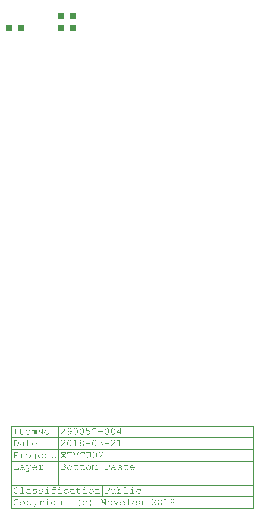
<source format=gbp>
G04*
G04 #@! TF.GenerationSoftware,Altium Limited,Altium Designer,18.0.12 (696)*
G04*
G04 Layer_Color=128*
%FSLAX24Y24*%
%MOIN*%
G70*
G01*
G75*
%ADD13C,0.0020*%
%ADD33R,0.0197X0.0236*%
G36*
X769Y-9662D02*
X773Y-9662D01*
X777Y-9664D01*
X781Y-9665D01*
X785Y-9668D01*
X789Y-9671D01*
X790Y-9672D01*
X791Y-9674D01*
X793Y-9676D01*
X795Y-9679D01*
X797Y-9684D01*
X799Y-9689D01*
X800Y-9694D01*
X801Y-9700D01*
Y-9799D01*
X814D01*
X816Y-9799D01*
X818Y-9800D01*
X820Y-9801D01*
X821Y-9801D01*
X822Y-9802D01*
X822Y-9804D01*
X823Y-9806D01*
Y-9806D01*
X822Y-9808D01*
X822Y-9809D01*
X820Y-9811D01*
X820Y-9811D01*
X819Y-9812D01*
X816Y-9813D01*
X813Y-9813D01*
X787D01*
Y-9700D01*
Y-9700D01*
Y-9699D01*
X787Y-9697D01*
X786Y-9694D01*
X785Y-9691D01*
X784Y-9688D01*
X782Y-9685D01*
X780Y-9682D01*
X780Y-9682D01*
X779Y-9681D01*
X777Y-9680D01*
X776Y-9679D01*
X773Y-9678D01*
X771Y-9676D01*
X768Y-9676D01*
X765Y-9675D01*
X763D01*
X762Y-9676D01*
X760Y-9676D01*
X757Y-9677D01*
X754Y-9678D01*
X751Y-9679D01*
X748Y-9681D01*
X748Y-9681D01*
X746Y-9682D01*
X745Y-9684D01*
X742Y-9686D01*
X739Y-9689D01*
X736Y-9694D01*
X732Y-9699D01*
X728Y-9704D01*
Y-9799D01*
X741D01*
X743Y-9799D01*
X746Y-9800D01*
X748Y-9801D01*
X748Y-9801D01*
X749Y-9802D01*
X750Y-9804D01*
X750Y-9806D01*
Y-9806D01*
X750Y-9808D01*
X749Y-9809D01*
X748Y-9811D01*
X748Y-9811D01*
X746Y-9812D01*
X744Y-9813D01*
X741Y-9813D01*
X714D01*
Y-9701D01*
Y-9701D01*
Y-9700D01*
X714Y-9698D01*
X713Y-9695D01*
X713Y-9692D01*
X711Y-9689D01*
X710Y-9686D01*
X707Y-9683D01*
X707Y-9682D01*
X707Y-9681D01*
X705Y-9680D01*
X703Y-9679D01*
X701Y-9678D01*
X698Y-9677D01*
X695Y-9676D01*
X692Y-9675D01*
X691D01*
X690Y-9676D01*
X688Y-9676D01*
X686Y-9677D01*
X683Y-9678D01*
X680Y-9679D01*
X678Y-9680D01*
X677Y-9681D01*
X676Y-9682D01*
X674Y-9683D01*
X671Y-9686D01*
X668Y-9689D01*
X664Y-9694D01*
X660Y-9699D01*
X656Y-9704D01*
Y-9799D01*
X669D01*
X671Y-9799D01*
X673Y-9800D01*
X675Y-9801D01*
X676Y-9801D01*
X677Y-9802D01*
X677Y-9804D01*
X678Y-9806D01*
Y-9806D01*
X677Y-9808D01*
X677Y-9809D01*
X675Y-9811D01*
X675Y-9811D01*
X674Y-9812D01*
X671Y-9813D01*
X668Y-9813D01*
X629D01*
X627Y-9813D01*
X625Y-9812D01*
X622Y-9811D01*
X622Y-9811D01*
X621Y-9810D01*
X621Y-9808D01*
X620Y-9806D01*
Y-9805D01*
X621Y-9804D01*
X621Y-9802D01*
X622Y-9801D01*
X623Y-9801D01*
X624Y-9800D01*
X626Y-9799D01*
X630Y-9799D01*
X642D01*
Y-9680D01*
X629D01*
X627Y-9680D01*
X625Y-9679D01*
X622Y-9678D01*
X622Y-9678D01*
X621Y-9677D01*
X621Y-9675D01*
X620Y-9673D01*
Y-9672D01*
X621Y-9671D01*
X621Y-9670D01*
X622Y-9668D01*
X623Y-9668D01*
X624Y-9667D01*
X626Y-9666D01*
X630Y-9666D01*
X656D01*
Y-9680D01*
X656Y-9680D01*
X657Y-9679D01*
X658Y-9679D01*
X659Y-9678D01*
X663Y-9674D01*
X667Y-9671D01*
X673Y-9667D01*
X679Y-9664D01*
X682Y-9663D01*
X686Y-9662D01*
X689Y-9661D01*
X692Y-9661D01*
X694D01*
X696Y-9661D01*
X699Y-9662D01*
X702Y-9662D01*
X705Y-9664D01*
X708Y-9665D01*
X711Y-9667D01*
X712Y-9667D01*
X713Y-9668D01*
X714Y-9670D01*
X716Y-9671D01*
X718Y-9674D01*
X721Y-9677D01*
X723Y-9680D01*
X725Y-9684D01*
X726Y-9684D01*
X727Y-9682D01*
X729Y-9680D01*
X731Y-9678D01*
X734Y-9675D01*
X737Y-9672D01*
X741Y-9669D01*
X745Y-9667D01*
X745Y-9667D01*
X746Y-9666D01*
X748Y-9665D01*
X751Y-9664D01*
X754Y-9663D01*
X757Y-9662D01*
X761Y-9661D01*
X764Y-9661D01*
X767D01*
X769Y-9662D01*
D02*
G37*
G36*
X3004Y-9725D02*
X2859D01*
Y-9705D01*
X3004D01*
Y-9725D01*
D02*
G37*
G36*
X1014Y-9615D02*
X1017Y-9615D01*
X1019Y-9617D01*
X1019Y-9617D01*
X1020Y-9618D01*
X1021Y-9619D01*
X1021Y-9622D01*
Y-9622D01*
X1021Y-9624D01*
X1020Y-9625D01*
X1019Y-9627D01*
X1018Y-9627D01*
X1017Y-9628D01*
X1015Y-9628D01*
X1012Y-9629D01*
X999D01*
Y-9813D01*
X981D01*
X875Y-9636D01*
Y-9799D01*
X903D01*
X905Y-9799D01*
X907Y-9800D01*
X909Y-9801D01*
X910Y-9801D01*
X911Y-9802D01*
X911Y-9804D01*
X912Y-9806D01*
Y-9806D01*
X911Y-9808D01*
X911Y-9809D01*
X909Y-9811D01*
X909Y-9811D01*
X908Y-9812D01*
X905Y-9813D01*
X902Y-9813D01*
X848D01*
X846Y-9813D01*
X844Y-9812D01*
X842Y-9811D01*
X841Y-9811D01*
X841Y-9810D01*
X840Y-9808D01*
X840Y-9806D01*
Y-9805D01*
X840Y-9804D01*
X841Y-9802D01*
X842Y-9801D01*
X842Y-9801D01*
X844Y-9800D01*
X846Y-9799D01*
X849Y-9799D01*
X861D01*
Y-9629D01*
X841D01*
X839Y-9628D01*
X837Y-9628D01*
X835Y-9627D01*
X834Y-9627D01*
X834Y-9626D01*
X833Y-9624D01*
X833Y-9622D01*
Y-9621D01*
X833Y-9620D01*
X834Y-9618D01*
X835Y-9617D01*
X835Y-9616D01*
X837Y-9616D01*
X839Y-9615D01*
X842Y-9615D01*
X879D01*
X985Y-9792D01*
Y-9629D01*
X958D01*
X956Y-9628D01*
X953Y-9628D01*
X951Y-9627D01*
X951Y-9627D01*
X950Y-9626D01*
X950Y-9624D01*
X949Y-9622D01*
Y-9621D01*
X950Y-9620D01*
X950Y-9618D01*
X951Y-9617D01*
X952Y-9616D01*
X953Y-9616D01*
X955Y-9615D01*
X957Y-9615D01*
X1012D01*
X1014Y-9615D01*
D02*
G37*
G36*
X2562Y-9600D02*
X2565Y-9601D01*
X2567Y-9602D01*
X2567Y-9603D01*
X2568Y-9604D01*
X2569Y-9605D01*
X2569Y-9607D01*
Y-9608D01*
X2569Y-9609D01*
X2568Y-9611D01*
X2567Y-9612D01*
X2567Y-9613D01*
X2565Y-9613D01*
X2563Y-9614D01*
X2560Y-9614D01*
X2475D01*
Y-9684D01*
X2475Y-9684D01*
X2477Y-9683D01*
X2479Y-9682D01*
X2482Y-9681D01*
X2486Y-9680D01*
X2490Y-9679D01*
X2498Y-9676D01*
X2499D01*
X2500Y-9676D01*
X2503Y-9675D01*
X2506Y-9675D01*
X2509Y-9674D01*
X2513Y-9674D01*
X2520Y-9674D01*
X2523D01*
X2525Y-9674D01*
X2527Y-9674D01*
X2530Y-9675D01*
X2536Y-9676D01*
X2543Y-9678D01*
X2547Y-9680D01*
X2551Y-9681D01*
X2554Y-9684D01*
X2558Y-9686D01*
X2561Y-9689D01*
X2565Y-9693D01*
X2565Y-9693D01*
X2566Y-9694D01*
X2567Y-9695D01*
X2568Y-9696D01*
X2569Y-9698D01*
X2571Y-9700D01*
X2573Y-9703D01*
X2574Y-9706D01*
X2576Y-9709D01*
X2578Y-9713D01*
X2579Y-9717D01*
X2580Y-9721D01*
X2583Y-9731D01*
X2583Y-9737D01*
X2583Y-9742D01*
Y-9742D01*
Y-9744D01*
Y-9745D01*
X2583Y-9748D01*
X2583Y-9751D01*
X2582Y-9754D01*
X2582Y-9758D01*
X2581Y-9761D01*
X2578Y-9770D01*
X2577Y-9775D01*
X2575Y-9780D01*
X2573Y-9784D01*
X2570Y-9788D01*
X2567Y-9793D01*
X2563Y-9797D01*
X2563Y-9797D01*
X2562Y-9798D01*
X2561Y-9799D01*
X2559Y-9800D01*
X2558Y-9802D01*
X2555Y-9803D01*
X2552Y-9805D01*
X2549Y-9807D01*
X2546Y-9809D01*
X2542Y-9811D01*
X2533Y-9815D01*
X2528Y-9816D01*
X2523Y-9817D01*
X2518Y-9818D01*
X2512Y-9818D01*
X2509D01*
X2507Y-9818D01*
X2505D01*
X2500Y-9817D01*
X2494Y-9816D01*
X2487Y-9814D01*
X2480Y-9812D01*
X2473Y-9809D01*
X2473Y-9809D01*
X2471Y-9808D01*
X2469Y-9806D01*
X2465Y-9805D01*
X2462Y-9802D01*
X2457Y-9800D01*
X2454Y-9797D01*
X2449Y-9794D01*
X2449Y-9793D01*
X2448Y-9793D01*
X2447Y-9792D01*
X2446Y-9790D01*
X2444Y-9787D01*
X2443Y-9786D01*
X2443Y-9784D01*
Y-9784D01*
X2443Y-9782D01*
X2444Y-9781D01*
X2445Y-9779D01*
X2445Y-9779D01*
X2446Y-9778D01*
X2448Y-9777D01*
X2450Y-9777D01*
X2450D01*
X2452Y-9777D01*
X2454Y-9778D01*
X2456Y-9780D01*
X2456Y-9781D01*
X2457Y-9781D01*
X2458Y-9782D01*
X2460Y-9784D01*
X2463Y-9786D01*
X2465Y-9788D01*
X2469Y-9790D01*
X2472Y-9792D01*
X2476Y-9794D01*
X2480Y-9796D01*
X2490Y-9800D01*
X2495Y-9801D01*
X2500Y-9803D01*
X2506Y-9803D01*
X2512Y-9804D01*
X2514D01*
X2516Y-9803D01*
X2518Y-9803D01*
X2520Y-9803D01*
X2526Y-9801D01*
X2533Y-9800D01*
X2539Y-9797D01*
X2543Y-9795D01*
X2546Y-9792D01*
X2550Y-9790D01*
X2553Y-9787D01*
X2553Y-9786D01*
X2554Y-9786D01*
X2555Y-9785D01*
X2556Y-9783D01*
X2557Y-9782D01*
X2558Y-9780D01*
X2559Y-9778D01*
X2561Y-9775D01*
X2563Y-9772D01*
X2564Y-9768D01*
X2567Y-9761D01*
X2569Y-9752D01*
X2569Y-9747D01*
X2569Y-9741D01*
Y-9741D01*
Y-9740D01*
Y-9739D01*
X2569Y-9738D01*
Y-9735D01*
X2569Y-9733D01*
X2568Y-9727D01*
X2566Y-9721D01*
X2563Y-9715D01*
X2560Y-9708D01*
X2558Y-9705D01*
X2555Y-9702D01*
Y-9702D01*
X2554Y-9702D01*
X2552Y-9700D01*
X2549Y-9698D01*
X2545Y-9695D01*
X2540Y-9692D01*
X2534Y-9690D01*
X2527Y-9688D01*
X2523Y-9688D01*
X2517D01*
X2515Y-9688D01*
X2513D01*
X2511Y-9688D01*
X2505Y-9689D01*
X2498Y-9691D01*
X2491Y-9693D01*
X2483Y-9696D01*
X2475Y-9700D01*
X2474D01*
X2474Y-9700D01*
X2472Y-9701D01*
X2469Y-9702D01*
X2467Y-9702D01*
X2467D01*
X2465Y-9702D01*
X2464Y-9701D01*
X2462Y-9700D01*
X2462Y-9700D01*
X2461Y-9699D01*
X2461Y-9697D01*
X2460Y-9695D01*
Y-9600D01*
X2560D01*
X2562Y-9600D01*
D02*
G37*
G36*
X1894Y-9596D02*
X1897Y-9596D01*
X1902Y-9597D01*
X1907Y-9598D01*
X1913Y-9600D01*
X1920Y-9603D01*
X1925Y-9607D01*
X1926D01*
X1926Y-9608D01*
X1928Y-9610D01*
X1931Y-9612D01*
X1935Y-9616D01*
X1939Y-9621D01*
X1943Y-9627D01*
X1947Y-9634D01*
X1950Y-9642D01*
Y-9643D01*
X1951Y-9644D01*
X1951Y-9645D01*
X1952Y-9648D01*
X1953Y-9650D01*
X1954Y-9654D01*
X1955Y-9658D01*
X1956Y-9662D01*
X1957Y-9667D01*
X1958Y-9672D01*
X1959Y-9678D01*
X1960Y-9683D01*
X1961Y-9690D01*
X1962Y-9696D01*
X1962Y-9710D01*
Y-9711D01*
Y-9712D01*
Y-9713D01*
Y-9715D01*
X1962Y-9718D01*
X1961Y-9721D01*
Y-9724D01*
X1961Y-9728D01*
X1960Y-9736D01*
X1958Y-9744D01*
X1955Y-9753D01*
X1952Y-9761D01*
X1952Y-9761D01*
X1951Y-9763D01*
X1949Y-9765D01*
X1947Y-9769D01*
X1944Y-9773D01*
X1941Y-9777D01*
X1937Y-9782D01*
X1933Y-9787D01*
X1932Y-9787D01*
X1931Y-9789D01*
X1928Y-9791D01*
X1925Y-9794D01*
X1921Y-9797D01*
X1916Y-9801D01*
X1911Y-9804D01*
X1905Y-9807D01*
X1905D01*
X1904Y-9808D01*
X1903Y-9808D01*
X1901Y-9809D01*
X1900Y-9810D01*
X1897Y-9811D01*
X1892Y-9813D01*
X1885Y-9815D01*
X1878Y-9816D01*
X1869Y-9818D01*
X1861Y-9818D01*
X1858D01*
X1856Y-9818D01*
X1852Y-9817D01*
X1848Y-9817D01*
X1844Y-9816D01*
X1840Y-9814D01*
X1836Y-9812D01*
X1836D01*
X1835Y-9812D01*
X1834Y-9810D01*
X1832Y-9808D01*
X1832Y-9807D01*
X1832Y-9806D01*
Y-9805D01*
X1832Y-9804D01*
X1833Y-9802D01*
X1834Y-9801D01*
X1834Y-9801D01*
X1835Y-9800D01*
X1837Y-9799D01*
X1839Y-9799D01*
X1839D01*
X1840Y-9799D01*
X1842Y-9800D01*
X1844Y-9801D01*
X1845D01*
X1846Y-9801D01*
X1847Y-9802D01*
X1849Y-9802D01*
X1851Y-9803D01*
X1854Y-9803D01*
X1860Y-9804D01*
X1863D01*
X1865Y-9803D01*
X1869Y-9803D01*
X1872Y-9802D01*
X1876Y-9802D01*
X1881Y-9801D01*
X1885Y-9800D01*
X1891Y-9798D01*
X1896Y-9796D01*
X1901Y-9793D01*
X1906Y-9790D01*
X1911Y-9787D01*
X1917Y-9783D01*
X1922Y-9778D01*
X1922Y-9778D01*
X1922Y-9777D01*
X1924Y-9776D01*
X1925Y-9774D01*
X1927Y-9771D01*
X1930Y-9768D01*
X1932Y-9764D01*
X1935Y-9760D01*
X1937Y-9756D01*
X1939Y-9751D01*
X1942Y-9745D01*
X1943Y-9740D01*
X1945Y-9733D01*
X1946Y-9727D01*
X1947Y-9720D01*
X1947Y-9713D01*
Y-9712D01*
Y-9711D01*
Y-9710D01*
Y-9707D01*
Y-9705D01*
X1947Y-9701D01*
Y-9697D01*
X1947Y-9693D01*
Y-9693D01*
X1946Y-9694D01*
X1946Y-9695D01*
X1945Y-9696D01*
X1943Y-9700D01*
X1939Y-9704D01*
X1936Y-9708D01*
X1931Y-9713D01*
X1926Y-9718D01*
X1921Y-9722D01*
X1920Y-9722D01*
X1918Y-9723D01*
X1915Y-9725D01*
X1911Y-9727D01*
X1906Y-9729D01*
X1901Y-9730D01*
X1895Y-9731D01*
X1889Y-9732D01*
X1887D01*
X1884Y-9731D01*
X1880Y-9731D01*
X1876Y-9730D01*
X1871Y-9728D01*
X1866Y-9726D01*
X1861Y-9723D01*
X1860Y-9723D01*
X1859Y-9722D01*
X1856Y-9720D01*
X1853Y-9717D01*
X1849Y-9714D01*
X1846Y-9709D01*
X1842Y-9704D01*
X1839Y-9699D01*
Y-9698D01*
X1839Y-9698D01*
X1838Y-9697D01*
X1838Y-9696D01*
X1836Y-9692D01*
X1835Y-9688D01*
X1834Y-9683D01*
X1832Y-9677D01*
X1831Y-9671D01*
X1831Y-9664D01*
Y-9664D01*
Y-9663D01*
Y-9662D01*
X1831Y-9660D01*
X1832Y-9658D01*
X1832Y-9655D01*
X1832Y-9652D01*
X1833Y-9649D01*
X1835Y-9641D01*
X1838Y-9633D01*
X1840Y-9629D01*
X1842Y-9625D01*
X1844Y-9621D01*
X1847Y-9617D01*
X1847Y-9617D01*
X1848Y-9616D01*
X1849Y-9615D01*
X1850Y-9614D01*
X1852Y-9612D01*
X1854Y-9610D01*
X1856Y-9608D01*
X1859Y-9606D01*
X1865Y-9602D01*
X1872Y-9598D01*
X1876Y-9597D01*
X1881Y-9596D01*
X1885Y-9596D01*
X1890Y-9595D01*
X1892D01*
X1894Y-9596D01*
D02*
G37*
G36*
X3598Y-9740D02*
X3611D01*
X3613Y-9740D01*
X3615Y-9740D01*
X3617Y-9741D01*
X3618Y-9742D01*
X3619Y-9743D01*
X3619Y-9744D01*
X3620Y-9747D01*
Y-9747D01*
X3619Y-9748D01*
X3619Y-9750D01*
X3617Y-9752D01*
X3617Y-9752D01*
X3616Y-9753D01*
X3613Y-9753D01*
X3610Y-9754D01*
X3598D01*
Y-9799D01*
X3611D01*
X3613Y-9799D01*
X3616Y-9800D01*
X3618Y-9801D01*
X3618Y-9801D01*
X3619Y-9802D01*
X3620Y-9804D01*
X3620Y-9806D01*
Y-9806D01*
X3620Y-9808D01*
X3619Y-9809D01*
X3618Y-9811D01*
X3617Y-9811D01*
X3616Y-9812D01*
X3614Y-9813D01*
X3610Y-9813D01*
X3556D01*
X3554Y-9813D01*
X3552Y-9812D01*
X3550Y-9811D01*
X3549Y-9811D01*
X3549Y-9810D01*
X3548Y-9808D01*
X3548Y-9806D01*
Y-9805D01*
X3548Y-9804D01*
X3549Y-9802D01*
X3550Y-9801D01*
X3550Y-9801D01*
X3552Y-9800D01*
X3554Y-9799D01*
X3557Y-9799D01*
X3584D01*
Y-9754D01*
X3489D01*
X3489Y-9738D01*
X3568Y-9600D01*
X3598D01*
Y-9740D01*
D02*
G37*
G36*
X2724Y-9596D02*
X2727Y-9596D01*
X2729Y-9596D01*
X2736Y-9597D01*
X2743Y-9600D01*
X2746Y-9601D01*
X2750Y-9603D01*
X2754Y-9605D01*
X2758Y-9608D01*
X2762Y-9611D01*
X2766Y-9614D01*
X2766Y-9614D01*
X2767Y-9615D01*
X2767Y-9616D01*
X2769Y-9617D01*
X2770Y-9619D01*
X2772Y-9621D01*
X2776Y-9626D01*
X2779Y-9632D01*
X2782Y-9639D01*
X2783Y-9643D01*
X2784Y-9647D01*
X2785Y-9652D01*
X2785Y-9656D01*
Y-9656D01*
Y-9658D01*
Y-9659D01*
X2785Y-9662D01*
X2784Y-9665D01*
X2784Y-9668D01*
X2782Y-9674D01*
Y-9674D01*
X2781Y-9675D01*
X2781Y-9677D01*
X2779Y-9679D01*
X2778Y-9682D01*
X2776Y-9685D01*
X2773Y-9688D01*
X2771Y-9692D01*
X2770Y-9692D01*
X2769Y-9694D01*
X2767Y-9696D01*
X2764Y-9699D01*
X2761Y-9703D01*
X2756Y-9708D01*
X2750Y-9714D01*
X2743Y-9721D01*
X2742Y-9722D01*
X2741Y-9723D01*
X2738Y-9726D01*
X2735Y-9729D01*
X2731Y-9734D01*
X2726Y-9738D01*
X2720Y-9743D01*
X2714Y-9749D01*
X2708Y-9755D01*
X2701Y-9761D01*
X2687Y-9774D01*
X2674Y-9787D01*
X2668Y-9793D01*
X2661Y-9798D01*
Y-9799D01*
X2771D01*
Y-9793D01*
Y-9793D01*
Y-9793D01*
X2772Y-9791D01*
X2772Y-9788D01*
X2773Y-9786D01*
X2774Y-9786D01*
X2775Y-9785D01*
X2776Y-9784D01*
X2779Y-9784D01*
X2779D01*
X2780Y-9784D01*
X2782Y-9785D01*
X2783Y-9786D01*
X2784Y-9786D01*
X2784Y-9788D01*
X2785Y-9790D01*
X2785Y-9793D01*
Y-9813D01*
X2647D01*
Y-9792D01*
X2648Y-9792D01*
X2649Y-9791D01*
X2652Y-9788D01*
X2655Y-9785D01*
X2659Y-9782D01*
X2663Y-9778D01*
X2668Y-9773D01*
X2674Y-9768D01*
X2680Y-9762D01*
X2687Y-9756D01*
X2694Y-9749D01*
X2701Y-9742D01*
X2717Y-9728D01*
X2732Y-9713D01*
X2732Y-9712D01*
X2733Y-9712D01*
X2734Y-9711D01*
X2735Y-9710D01*
X2739Y-9706D01*
X2742Y-9702D01*
X2747Y-9698D01*
X2751Y-9693D01*
X2755Y-9689D01*
X2758Y-9685D01*
X2759Y-9685D01*
X2760Y-9683D01*
X2761Y-9682D01*
X2762Y-9680D01*
X2765Y-9675D01*
X2767Y-9672D01*
X2768Y-9670D01*
Y-9669D01*
X2768Y-9668D01*
X2769Y-9667D01*
X2770Y-9665D01*
X2771Y-9661D01*
X2771Y-9656D01*
Y-9656D01*
Y-9655D01*
Y-9654D01*
X2771Y-9653D01*
X2770Y-9649D01*
X2769Y-9645D01*
X2767Y-9640D01*
X2765Y-9635D01*
X2761Y-9629D01*
X2759Y-9626D01*
X2756Y-9623D01*
Y-9623D01*
X2755Y-9623D01*
X2753Y-9621D01*
X2750Y-9619D01*
X2746Y-9616D01*
X2741Y-9614D01*
X2735Y-9612D01*
X2728Y-9610D01*
X2724Y-9609D01*
X2717D01*
X2714Y-9610D01*
X2709Y-9611D01*
X2704Y-9612D01*
X2698Y-9614D01*
X2693Y-9617D01*
X2687Y-9620D01*
X2686Y-9620D01*
X2685Y-9622D01*
X2682Y-9624D01*
X2679Y-9627D01*
X2676Y-9631D01*
X2673Y-9636D01*
X2670Y-9641D01*
X2668Y-9647D01*
Y-9647D01*
X2668Y-9647D01*
X2668Y-9649D01*
X2667Y-9651D01*
X2666Y-9652D01*
X2665Y-9652D01*
X2664Y-9653D01*
X2663Y-9653D01*
X2661Y-9654D01*
X2660D01*
X2659Y-9653D01*
X2658Y-9653D01*
X2656Y-9652D01*
X2656Y-9652D01*
X2655Y-9651D01*
X2655Y-9649D01*
X2654Y-9647D01*
Y-9647D01*
Y-9646D01*
X2655Y-9644D01*
X2655Y-9641D01*
X2657Y-9638D01*
X2658Y-9635D01*
X2660Y-9630D01*
X2663Y-9625D01*
Y-9625D01*
X2663Y-9625D01*
X2665Y-9623D01*
X2667Y-9620D01*
X2670Y-9617D01*
X2673Y-9614D01*
X2677Y-9610D01*
X2682Y-9607D01*
X2688Y-9603D01*
X2688D01*
X2688Y-9603D01*
X2690Y-9602D01*
X2694Y-9601D01*
X2698Y-9599D01*
X2702Y-9598D01*
X2708Y-9596D01*
X2714Y-9596D01*
X2720Y-9595D01*
X2722D01*
X2724Y-9596D01*
D02*
G37*
G36*
X154Y-9615D02*
X156Y-9615D01*
X158Y-9617D01*
X158Y-9617D01*
X159Y-9618D01*
X160Y-9619D01*
X160Y-9622D01*
Y-9622D01*
X160Y-9624D01*
X159Y-9625D01*
X158Y-9627D01*
X158Y-9627D01*
X156Y-9628D01*
X154Y-9628D01*
X151Y-9629D01*
X102D01*
Y-9799D01*
X152D01*
X154Y-9799D01*
X156Y-9800D01*
X158Y-9801D01*
X158Y-9801D01*
X159Y-9802D01*
X160Y-9804D01*
X160Y-9806D01*
Y-9806D01*
X160Y-9808D01*
X159Y-9809D01*
X158Y-9811D01*
X158Y-9811D01*
X156Y-9812D01*
X154Y-9813D01*
X151Y-9813D01*
X38D01*
X36Y-9813D01*
X34Y-9812D01*
X32Y-9811D01*
X31Y-9811D01*
X31Y-9810D01*
X30Y-9808D01*
X30Y-9806D01*
Y-9805D01*
X30Y-9804D01*
X31Y-9802D01*
X32Y-9801D01*
X32Y-9801D01*
X33Y-9800D01*
X36Y-9799D01*
X39Y-9799D01*
X88D01*
Y-9629D01*
X38D01*
X36Y-9628D01*
X34Y-9628D01*
X32Y-9627D01*
X31Y-9627D01*
X31Y-9626D01*
X30Y-9624D01*
X30Y-9622D01*
Y-9621D01*
X30Y-9620D01*
X31Y-9618D01*
X32Y-9617D01*
X32Y-9616D01*
X33Y-9616D01*
X36Y-9615D01*
X39Y-9615D01*
X152D01*
X154Y-9615D01*
D02*
G37*
G36*
X1681Y-9596D02*
X1684Y-9596D01*
X1686Y-9596D01*
X1693Y-9597D01*
X1700Y-9600D01*
X1703Y-9601D01*
X1707Y-9603D01*
X1711Y-9605D01*
X1715Y-9608D01*
X1719Y-9611D01*
X1723Y-9614D01*
X1723Y-9614D01*
X1724Y-9615D01*
X1724Y-9616D01*
X1726Y-9617D01*
X1727Y-9619D01*
X1729Y-9621D01*
X1733Y-9626D01*
X1736Y-9632D01*
X1739Y-9639D01*
X1740Y-9643D01*
X1741Y-9647D01*
X1742Y-9652D01*
X1742Y-9656D01*
Y-9656D01*
Y-9658D01*
Y-9659D01*
X1742Y-9662D01*
X1741Y-9665D01*
X1741Y-9668D01*
X1739Y-9674D01*
Y-9674D01*
X1738Y-9675D01*
X1737Y-9677D01*
X1736Y-9679D01*
X1735Y-9682D01*
X1733Y-9685D01*
X1730Y-9688D01*
X1728Y-9692D01*
X1727Y-9692D01*
X1726Y-9694D01*
X1724Y-9696D01*
X1721Y-9699D01*
X1717Y-9703D01*
X1713Y-9708D01*
X1707Y-9714D01*
X1700Y-9721D01*
X1699Y-9722D01*
X1698Y-9723D01*
X1695Y-9726D01*
X1692Y-9729D01*
X1688Y-9734D01*
X1683Y-9738D01*
X1677Y-9743D01*
X1671Y-9749D01*
X1665Y-9755D01*
X1658Y-9761D01*
X1644Y-9774D01*
X1631Y-9787D01*
X1625Y-9793D01*
X1618Y-9798D01*
Y-9799D01*
X1728D01*
Y-9793D01*
Y-9793D01*
Y-9793D01*
X1729Y-9791D01*
X1729Y-9788D01*
X1730Y-9786D01*
X1731Y-9786D01*
X1732Y-9785D01*
X1733Y-9784D01*
X1736Y-9784D01*
X1736D01*
X1737Y-9784D01*
X1739Y-9785D01*
X1740Y-9786D01*
X1741Y-9786D01*
X1741Y-9788D01*
X1742Y-9790D01*
X1742Y-9793D01*
Y-9813D01*
X1604D01*
Y-9792D01*
X1605Y-9792D01*
X1606Y-9791D01*
X1609Y-9788D01*
X1612Y-9785D01*
X1615Y-9782D01*
X1620Y-9778D01*
X1625Y-9773D01*
X1631Y-9768D01*
X1637Y-9762D01*
X1644Y-9756D01*
X1651Y-9749D01*
X1658Y-9742D01*
X1674Y-9728D01*
X1689Y-9713D01*
X1689Y-9712D01*
X1690Y-9712D01*
X1691Y-9711D01*
X1692Y-9710D01*
X1696Y-9706D01*
X1699Y-9702D01*
X1704Y-9698D01*
X1708Y-9693D01*
X1712Y-9689D01*
X1715Y-9685D01*
X1716Y-9685D01*
X1717Y-9683D01*
X1717Y-9682D01*
X1719Y-9680D01*
X1722Y-9675D01*
X1724Y-9672D01*
X1725Y-9670D01*
Y-9669D01*
X1725Y-9668D01*
X1726Y-9667D01*
X1727Y-9665D01*
X1728Y-9661D01*
X1728Y-9656D01*
Y-9656D01*
Y-9655D01*
Y-9654D01*
X1728Y-9653D01*
X1727Y-9649D01*
X1726Y-9645D01*
X1724Y-9640D01*
X1722Y-9635D01*
X1718Y-9629D01*
X1716Y-9626D01*
X1713Y-9623D01*
Y-9623D01*
X1712Y-9623D01*
X1710Y-9621D01*
X1707Y-9619D01*
X1703Y-9616D01*
X1698Y-9614D01*
X1692Y-9612D01*
X1685Y-9610D01*
X1681Y-9609D01*
X1674D01*
X1671Y-9610D01*
X1666Y-9611D01*
X1661Y-9612D01*
X1655Y-9614D01*
X1650Y-9617D01*
X1644Y-9620D01*
X1643Y-9620D01*
X1642Y-9622D01*
X1639Y-9624D01*
X1636Y-9627D01*
X1633Y-9631D01*
X1630Y-9636D01*
X1627Y-9641D01*
X1625Y-9647D01*
Y-9647D01*
X1625Y-9647D01*
X1625Y-9649D01*
X1624Y-9651D01*
X1623Y-9652D01*
X1622Y-9652D01*
X1621Y-9653D01*
X1620Y-9653D01*
X1618Y-9654D01*
X1617D01*
X1616Y-9653D01*
X1614Y-9653D01*
X1613Y-9652D01*
X1613Y-9652D01*
X1612Y-9651D01*
X1612Y-9649D01*
X1611Y-9647D01*
Y-9647D01*
Y-9646D01*
X1612Y-9644D01*
X1612Y-9641D01*
X1614Y-9638D01*
X1615Y-9635D01*
X1617Y-9630D01*
X1620Y-9625D01*
Y-9625D01*
X1620Y-9625D01*
X1622Y-9623D01*
X1624Y-9620D01*
X1627Y-9617D01*
X1630Y-9614D01*
X1634Y-9610D01*
X1639Y-9607D01*
X1645Y-9603D01*
X1645D01*
X1645Y-9603D01*
X1647Y-9602D01*
X1651Y-9601D01*
X1655Y-9599D01*
X1659Y-9598D01*
X1665Y-9596D01*
X1671Y-9596D01*
X1677Y-9595D01*
X1679D01*
X1681Y-9596D01*
D02*
G37*
G36*
X3353D02*
X3356Y-9596D01*
X3360Y-9596D01*
X3364Y-9597D01*
X3368Y-9599D01*
X3372Y-9600D01*
X3373Y-9601D01*
X3374Y-9601D01*
X3376Y-9602D01*
X3378Y-9604D01*
X3381Y-9606D01*
X3385Y-9608D01*
X3388Y-9611D01*
X3391Y-9614D01*
X3391Y-9615D01*
X3392Y-9615D01*
X3393Y-9617D01*
X3394Y-9619D01*
X3396Y-9621D01*
X3398Y-9624D01*
X3399Y-9628D01*
X3402Y-9633D01*
X3402Y-9633D01*
X3403Y-9635D01*
X3404Y-9637D01*
X3405Y-9640D01*
X3406Y-9643D01*
X3408Y-9647D01*
X3410Y-9655D01*
X3411Y-9656D01*
X3411Y-9658D01*
X3412Y-9660D01*
X3412Y-9665D01*
X3413Y-9670D01*
X3414Y-9676D01*
X3414Y-9682D01*
Y-9689D01*
Y-9724D01*
Y-9725D01*
Y-9726D01*
Y-9729D01*
X3414Y-9732D01*
X3414Y-9736D01*
X3413Y-9740D01*
X3412Y-9745D01*
X3412Y-9751D01*
X3409Y-9762D01*
X3407Y-9768D01*
X3405Y-9774D01*
X3402Y-9780D01*
X3399Y-9786D01*
X3396Y-9792D01*
X3392Y-9797D01*
X3392Y-9797D01*
X3391Y-9798D01*
X3390Y-9799D01*
X3389Y-9800D01*
X3387Y-9802D01*
X3385Y-9803D01*
X3383Y-9805D01*
X3380Y-9807D01*
X3374Y-9811D01*
X3366Y-9815D01*
X3362Y-9816D01*
X3358Y-9817D01*
X3354Y-9818D01*
X3349Y-9818D01*
X3347D01*
X3344Y-9818D01*
X3341Y-9817D01*
X3337Y-9817D01*
X3334Y-9816D01*
X3329Y-9815D01*
X3325Y-9813D01*
X3325Y-9813D01*
X3323Y-9812D01*
X3321Y-9811D01*
X3318Y-9809D01*
X3316Y-9807D01*
X3312Y-9805D01*
X3309Y-9802D01*
X3306Y-9799D01*
X3306Y-9799D01*
X3305Y-9798D01*
X3304Y-9797D01*
X3303Y-9795D01*
X3301Y-9792D01*
X3299Y-9789D01*
X3297Y-9785D01*
X3295Y-9781D01*
X3295Y-9781D01*
X3294Y-9779D01*
X3293Y-9777D01*
X3292Y-9774D01*
X3291Y-9770D01*
X3289Y-9766D01*
X3287Y-9759D01*
Y-9758D01*
Y-9758D01*
X3286Y-9756D01*
X3286Y-9753D01*
X3285Y-9749D01*
X3284Y-9744D01*
X3284Y-9738D01*
X3283Y-9731D01*
X3283Y-9724D01*
Y-9689D01*
Y-9689D01*
Y-9687D01*
Y-9685D01*
X3283Y-9682D01*
X3284Y-9678D01*
X3284Y-9673D01*
X3285Y-9668D01*
X3286Y-9663D01*
X3288Y-9651D01*
X3290Y-9645D01*
X3292Y-9639D01*
X3295Y-9633D01*
X3297Y-9627D01*
X3301Y-9622D01*
X3305Y-9617D01*
X3305Y-9616D01*
X3305Y-9616D01*
X3306Y-9615D01*
X3308Y-9613D01*
X3310Y-9612D01*
X3312Y-9610D01*
X3314Y-9608D01*
X3317Y-9606D01*
X3323Y-9602D01*
X3331Y-9598D01*
X3335Y-9597D01*
X3339Y-9596D01*
X3343Y-9596D01*
X3348Y-9595D01*
X3351D01*
X3353Y-9596D01*
D02*
G37*
G36*
X3144D02*
X3148Y-9596D01*
X3151Y-9596D01*
X3155Y-9597D01*
X3159Y-9599D01*
X3163Y-9600D01*
X3164Y-9601D01*
X3165Y-9601D01*
X3167Y-9602D01*
X3170Y-9604D01*
X3173Y-9606D01*
X3176Y-9608D01*
X3179Y-9611D01*
X3182Y-9614D01*
X3183Y-9615D01*
X3183Y-9615D01*
X3184Y-9617D01*
X3186Y-9619D01*
X3187Y-9621D01*
X3189Y-9624D01*
X3191Y-9628D01*
X3193Y-9633D01*
X3193Y-9633D01*
X3194Y-9635D01*
X3195Y-9637D01*
X3196Y-9640D01*
X3198Y-9643D01*
X3199Y-9647D01*
X3202Y-9655D01*
X3202Y-9656D01*
X3202Y-9658D01*
X3203Y-9660D01*
X3204Y-9665D01*
X3204Y-9670D01*
X3205Y-9676D01*
X3206Y-9682D01*
Y-9689D01*
Y-9724D01*
Y-9725D01*
Y-9726D01*
Y-9729D01*
X3205Y-9732D01*
X3205Y-9736D01*
X3204Y-9740D01*
X3204Y-9745D01*
X3203Y-9751D01*
X3200Y-9762D01*
X3198Y-9768D01*
X3196Y-9774D01*
X3194Y-9780D01*
X3191Y-9786D01*
X3187Y-9792D01*
X3183Y-9797D01*
X3183Y-9797D01*
X3183Y-9798D01*
X3182Y-9799D01*
X3180Y-9800D01*
X3179Y-9802D01*
X3176Y-9803D01*
X3174Y-9805D01*
X3172Y-9807D01*
X3165Y-9811D01*
X3158Y-9815D01*
X3154Y-9816D01*
X3150Y-9817D01*
X3145Y-9818D01*
X3140Y-9818D01*
X3138D01*
X3135Y-9818D01*
X3132Y-9817D01*
X3129Y-9817D01*
X3125Y-9816D01*
X3121Y-9815D01*
X3116Y-9813D01*
X3116Y-9813D01*
X3114Y-9812D01*
X3112Y-9811D01*
X3110Y-9809D01*
X3107Y-9807D01*
X3104Y-9805D01*
X3100Y-9802D01*
X3097Y-9799D01*
X3097Y-9799D01*
X3096Y-9798D01*
X3095Y-9797D01*
X3094Y-9795D01*
X3092Y-9792D01*
X3091Y-9789D01*
X3089Y-9785D01*
X3087Y-9781D01*
X3086Y-9781D01*
X3086Y-9779D01*
X3085Y-9777D01*
X3083Y-9774D01*
X3082Y-9770D01*
X3080Y-9766D01*
X3078Y-9759D01*
Y-9758D01*
Y-9758D01*
X3077Y-9756D01*
X3077Y-9753D01*
X3076Y-9749D01*
X3076Y-9744D01*
X3075Y-9738D01*
X3075Y-9731D01*
X3074Y-9724D01*
Y-9689D01*
Y-9689D01*
Y-9687D01*
Y-9685D01*
X3075Y-9682D01*
X3075Y-9678D01*
X3076Y-9673D01*
X3076Y-9668D01*
X3077Y-9663D01*
X3080Y-9651D01*
X3081Y-9645D01*
X3084Y-9639D01*
X3086Y-9633D01*
X3089Y-9627D01*
X3092Y-9622D01*
X3096Y-9617D01*
X3096Y-9616D01*
X3097Y-9616D01*
X3098Y-9615D01*
X3099Y-9613D01*
X3101Y-9612D01*
X3103Y-9610D01*
X3105Y-9608D01*
X3108Y-9606D01*
X3114Y-9602D01*
X3122Y-9598D01*
X3126Y-9597D01*
X3130Y-9596D01*
X3135Y-9596D01*
X3140Y-9595D01*
X3142D01*
X3144Y-9596D01*
D02*
G37*
G36*
X2310D02*
X2313Y-9596D01*
X2317Y-9596D01*
X2321Y-9597D01*
X2325Y-9599D01*
X2329Y-9600D01*
X2330Y-9601D01*
X2331Y-9601D01*
X2333Y-9602D01*
X2335Y-9604D01*
X2338Y-9606D01*
X2342Y-9608D01*
X2345Y-9611D01*
X2348Y-9614D01*
X2348Y-9615D01*
X2349Y-9615D01*
X2350Y-9617D01*
X2351Y-9619D01*
X2353Y-9621D01*
X2354Y-9624D01*
X2356Y-9628D01*
X2359Y-9633D01*
X2359Y-9633D01*
X2360Y-9635D01*
X2361Y-9637D01*
X2362Y-9640D01*
X2363Y-9643D01*
X2365Y-9647D01*
X2367Y-9655D01*
X2368Y-9656D01*
X2368Y-9658D01*
X2369Y-9660D01*
X2369Y-9665D01*
X2370Y-9670D01*
X2371Y-9676D01*
X2371Y-9682D01*
Y-9689D01*
Y-9724D01*
Y-9725D01*
Y-9726D01*
Y-9729D01*
X2371Y-9732D01*
X2371Y-9736D01*
X2370Y-9740D01*
X2369Y-9745D01*
X2369Y-9751D01*
X2366Y-9762D01*
X2364Y-9768D01*
X2362Y-9774D01*
X2359Y-9780D01*
X2356Y-9786D01*
X2353Y-9792D01*
X2349Y-9797D01*
X2349Y-9797D01*
X2348Y-9798D01*
X2347Y-9799D01*
X2346Y-9800D01*
X2344Y-9802D01*
X2342Y-9803D01*
X2340Y-9805D01*
X2337Y-9807D01*
X2331Y-9811D01*
X2323Y-9815D01*
X2319Y-9816D01*
X2315Y-9817D01*
X2311Y-9818D01*
X2306Y-9818D01*
X2304D01*
X2301Y-9818D01*
X2298Y-9817D01*
X2294Y-9817D01*
X2291Y-9816D01*
X2286Y-9815D01*
X2282Y-9813D01*
X2282Y-9813D01*
X2280Y-9812D01*
X2278Y-9811D01*
X2275Y-9809D01*
X2272Y-9807D01*
X2269Y-9805D01*
X2266Y-9802D01*
X2263Y-9799D01*
X2263Y-9799D01*
X2262Y-9798D01*
X2261Y-9797D01*
X2260Y-9795D01*
X2258Y-9792D01*
X2256Y-9789D01*
X2254Y-9785D01*
X2252Y-9781D01*
X2252Y-9781D01*
X2251Y-9779D01*
X2250Y-9777D01*
X2249Y-9774D01*
X2248Y-9770D01*
X2246Y-9766D01*
X2244Y-9759D01*
Y-9758D01*
Y-9758D01*
X2243Y-9756D01*
X2243Y-9753D01*
X2242Y-9749D01*
X2241Y-9744D01*
X2241Y-9738D01*
X2240Y-9731D01*
X2240Y-9724D01*
Y-9689D01*
Y-9689D01*
Y-9687D01*
Y-9685D01*
X2240Y-9682D01*
X2241Y-9678D01*
X2241Y-9673D01*
X2242Y-9668D01*
X2243Y-9663D01*
X2245Y-9651D01*
X2247Y-9645D01*
X2249Y-9639D01*
X2251Y-9633D01*
X2254Y-9627D01*
X2258Y-9622D01*
X2262Y-9617D01*
X2262Y-9616D01*
X2262Y-9616D01*
X2263Y-9615D01*
X2265Y-9613D01*
X2267Y-9612D01*
X2269Y-9610D01*
X2271Y-9608D01*
X2274Y-9606D01*
X2280Y-9602D01*
X2288Y-9598D01*
X2291Y-9597D01*
X2296Y-9596D01*
X2300Y-9596D01*
X2305Y-9595D01*
X2308D01*
X2310Y-9596D01*
D02*
G37*
G36*
X2101D02*
X2105Y-9596D01*
X2108Y-9596D01*
X2112Y-9597D01*
X2116Y-9599D01*
X2120Y-9600D01*
X2121Y-9601D01*
X2122Y-9601D01*
X2124Y-9602D01*
X2127Y-9604D01*
X2130Y-9606D01*
X2133Y-9608D01*
X2136Y-9611D01*
X2139Y-9614D01*
X2140Y-9615D01*
X2140Y-9615D01*
X2141Y-9617D01*
X2143Y-9619D01*
X2144Y-9621D01*
X2146Y-9624D01*
X2148Y-9628D01*
X2150Y-9633D01*
X2150Y-9633D01*
X2151Y-9635D01*
X2152Y-9637D01*
X2153Y-9640D01*
X2155Y-9643D01*
X2156Y-9647D01*
X2159Y-9655D01*
X2159Y-9656D01*
X2159Y-9658D01*
X2160Y-9660D01*
X2161Y-9665D01*
X2161Y-9670D01*
X2162Y-9676D01*
X2163Y-9682D01*
Y-9689D01*
Y-9724D01*
Y-9725D01*
Y-9726D01*
Y-9729D01*
X2162Y-9732D01*
X2162Y-9736D01*
X2161Y-9740D01*
X2161Y-9745D01*
X2160Y-9751D01*
X2157Y-9762D01*
X2155Y-9768D01*
X2153Y-9774D01*
X2151Y-9780D01*
X2148Y-9786D01*
X2144Y-9792D01*
X2140Y-9797D01*
X2140Y-9797D01*
X2140Y-9798D01*
X2139Y-9799D01*
X2137Y-9800D01*
X2136Y-9802D01*
X2133Y-9803D01*
X2131Y-9805D01*
X2128Y-9807D01*
X2122Y-9811D01*
X2115Y-9815D01*
X2111Y-9816D01*
X2106Y-9817D01*
X2102Y-9818D01*
X2097Y-9818D01*
X2095D01*
X2092Y-9818D01*
X2089Y-9817D01*
X2086Y-9817D01*
X2082Y-9816D01*
X2078Y-9815D01*
X2073Y-9813D01*
X2073Y-9813D01*
X2071Y-9812D01*
X2069Y-9811D01*
X2067Y-9809D01*
X2064Y-9807D01*
X2061Y-9805D01*
X2057Y-9802D01*
X2054Y-9799D01*
X2054Y-9799D01*
X2053Y-9798D01*
X2052Y-9797D01*
X2051Y-9795D01*
X2049Y-9792D01*
X2048Y-9789D01*
X2046Y-9785D01*
X2044Y-9781D01*
X2043Y-9781D01*
X2043Y-9779D01*
X2042Y-9777D01*
X2040Y-9774D01*
X2039Y-9770D01*
X2037Y-9766D01*
X2035Y-9759D01*
Y-9758D01*
Y-9758D01*
X2034Y-9756D01*
X2034Y-9753D01*
X2033Y-9749D01*
X2033Y-9744D01*
X2032Y-9738D01*
X2032Y-9731D01*
X2031Y-9724D01*
Y-9689D01*
Y-9689D01*
Y-9687D01*
Y-9685D01*
X2032Y-9682D01*
X2032Y-9678D01*
X2033Y-9673D01*
X2033Y-9668D01*
X2034Y-9663D01*
X2037Y-9651D01*
X2038Y-9645D01*
X2041Y-9639D01*
X2043Y-9633D01*
X2046Y-9627D01*
X2049Y-9622D01*
X2053Y-9617D01*
X2053Y-9616D01*
X2054Y-9616D01*
X2055Y-9615D01*
X2056Y-9613D01*
X2058Y-9612D01*
X2060Y-9610D01*
X2062Y-9608D01*
X2065Y-9606D01*
X2071Y-9602D01*
X2079Y-9598D01*
X2083Y-9597D01*
X2087Y-9596D01*
X2092Y-9596D01*
X2097Y-9595D01*
X2099D01*
X2101Y-9596D01*
D02*
G37*
G36*
X1144Y-9661D02*
X1146Y-9662D01*
X1150Y-9662D01*
X1154Y-9663D01*
X1158Y-9664D01*
X1162Y-9665D01*
X1166Y-9667D01*
X1171Y-9669D01*
X1176Y-9671D01*
X1180Y-9674D01*
X1185Y-9677D01*
X1190Y-9680D01*
X1194Y-9684D01*
X1195Y-9685D01*
X1195Y-9685D01*
X1197Y-9687D01*
X1198Y-9688D01*
X1200Y-9691D01*
X1202Y-9693D01*
X1204Y-9697D01*
X1206Y-9700D01*
X1208Y-9704D01*
X1210Y-9708D01*
X1212Y-9713D01*
X1214Y-9718D01*
X1216Y-9723D01*
X1217Y-9728D01*
X1218Y-9734D01*
X1218Y-9740D01*
Y-9740D01*
Y-9741D01*
Y-9743D01*
X1218Y-9746D01*
X1217Y-9748D01*
X1217Y-9752D01*
X1216Y-9755D01*
X1215Y-9759D01*
X1214Y-9763D01*
X1212Y-9768D01*
X1210Y-9773D01*
X1208Y-9777D01*
X1205Y-9782D01*
X1202Y-9787D01*
X1199Y-9791D01*
X1194Y-9796D01*
X1194Y-9796D01*
X1193Y-9797D01*
X1192Y-9798D01*
X1190Y-9799D01*
X1188Y-9801D01*
X1185Y-9803D01*
X1182Y-9805D01*
X1179Y-9807D01*
X1175Y-9809D01*
X1170Y-9811D01*
X1166Y-9813D01*
X1161Y-9815D01*
X1156Y-9817D01*
X1150Y-9818D01*
X1144Y-9818D01*
X1138Y-9819D01*
X1135D01*
X1133Y-9818D01*
X1130Y-9818D01*
X1126Y-9817D01*
X1123Y-9817D01*
X1118Y-9816D01*
X1114Y-9815D01*
X1110Y-9813D01*
X1105Y-9811D01*
X1100Y-9809D01*
X1095Y-9806D01*
X1091Y-9803D01*
X1086Y-9800D01*
X1081Y-9796D01*
X1081Y-9795D01*
X1080Y-9795D01*
X1079Y-9793D01*
X1078Y-9791D01*
X1076Y-9789D01*
X1074Y-9786D01*
X1072Y-9783D01*
X1070Y-9780D01*
X1068Y-9776D01*
X1066Y-9772D01*
X1064Y-9767D01*
X1062Y-9762D01*
X1060Y-9757D01*
X1059Y-9752D01*
X1059Y-9746D01*
X1058Y-9740D01*
Y-9740D01*
Y-9739D01*
Y-9737D01*
X1059Y-9735D01*
X1059Y-9732D01*
X1060Y-9729D01*
X1060Y-9725D01*
X1061Y-9721D01*
X1062Y-9717D01*
X1064Y-9712D01*
X1066Y-9708D01*
X1068Y-9703D01*
X1071Y-9698D01*
X1074Y-9694D01*
X1077Y-9689D01*
X1081Y-9684D01*
X1082Y-9684D01*
X1082Y-9683D01*
X1084Y-9682D01*
X1086Y-9681D01*
X1088Y-9679D01*
X1091Y-9677D01*
X1094Y-9675D01*
X1097Y-9673D01*
X1101Y-9671D01*
X1105Y-9668D01*
X1110Y-9666D01*
X1115Y-9665D01*
X1120Y-9663D01*
X1126Y-9662D01*
X1132Y-9661D01*
X1138Y-9661D01*
X1141D01*
X1144Y-9661D01*
D02*
G37*
G36*
X515D02*
X518Y-9662D01*
X522Y-9662D01*
X525Y-9663D01*
X530Y-9664D01*
X534Y-9665D01*
X539Y-9667D01*
X544Y-9669D01*
X548Y-9671D01*
X553Y-9674D01*
X558Y-9677D01*
X563Y-9680D01*
X567Y-9684D01*
X567Y-9684D01*
X568Y-9685D01*
X569Y-9686D01*
X571Y-9688D01*
X572Y-9691D01*
X574Y-9693D01*
X576Y-9697D01*
X578Y-9700D01*
X581Y-9704D01*
X583Y-9709D01*
X584Y-9713D01*
X586Y-9719D01*
X587Y-9724D01*
X588Y-9730D01*
X589Y-9737D01*
X589Y-9743D01*
X444D01*
Y-9743D01*
X444Y-9744D01*
Y-9746D01*
X445Y-9748D01*
X445Y-9750D01*
X446Y-9753D01*
X448Y-9759D01*
X451Y-9766D01*
X455Y-9774D01*
X458Y-9777D01*
X460Y-9781D01*
X463Y-9784D01*
X467Y-9788D01*
X467Y-9788D01*
X468Y-9788D01*
X469Y-9789D01*
X470Y-9790D01*
X472Y-9792D01*
X475Y-9793D01*
X477Y-9795D01*
X480Y-9796D01*
X483Y-9798D01*
X487Y-9799D01*
X495Y-9802D01*
X505Y-9804D01*
X510Y-9804D01*
X515Y-9804D01*
X518D01*
X521Y-9804D01*
X525Y-9804D01*
X530Y-9803D01*
X536Y-9802D01*
X542Y-9801D01*
X548Y-9799D01*
X549D01*
X549Y-9799D01*
X550Y-9799D01*
X551Y-9798D01*
X555Y-9797D01*
X559Y-9796D01*
X563Y-9793D01*
X568Y-9791D01*
X573Y-9788D01*
X577Y-9785D01*
X578Y-9785D01*
X579Y-9784D01*
X581Y-9783D01*
X583Y-9782D01*
X583D01*
X584Y-9783D01*
X586Y-9783D01*
X587Y-9785D01*
X588Y-9785D01*
X589Y-9786D01*
X589Y-9788D01*
X590Y-9790D01*
Y-9790D01*
X589Y-9791D01*
X588Y-9793D01*
X587Y-9795D01*
X586Y-9796D01*
X585Y-9797D01*
X583Y-9798D01*
X580Y-9801D01*
X576Y-9803D01*
X571Y-9806D01*
X565Y-9808D01*
X558Y-9811D01*
X558D01*
X557Y-9812D01*
X556Y-9812D01*
X554Y-9812D01*
X552Y-9813D01*
X550Y-9814D01*
X545Y-9815D01*
X539Y-9816D01*
X531Y-9818D01*
X523Y-9818D01*
X515Y-9819D01*
X514D01*
X512Y-9818D01*
X509D01*
X506Y-9818D01*
X503Y-9817D01*
X498Y-9817D01*
X494Y-9816D01*
X489Y-9814D01*
X484Y-9813D01*
X479Y-9811D01*
X474Y-9808D01*
X469Y-9806D01*
X464Y-9802D01*
X459Y-9799D01*
X454Y-9795D01*
X454Y-9794D01*
X453Y-9794D01*
X452Y-9792D01*
X450Y-9790D01*
X448Y-9788D01*
X446Y-9785D01*
X444Y-9782D01*
X442Y-9778D01*
X440Y-9774D01*
X437Y-9770D01*
X435Y-9765D01*
X434Y-9760D01*
X432Y-9755D01*
X431Y-9749D01*
X430Y-9743D01*
X430Y-9737D01*
Y-9736D01*
Y-9735D01*
Y-9734D01*
X430Y-9731D01*
X430Y-9729D01*
X431Y-9726D01*
X432Y-9722D01*
X433Y-9718D01*
X434Y-9714D01*
X435Y-9710D01*
X437Y-9706D01*
X440Y-9701D01*
X442Y-9697D01*
X445Y-9692D01*
X449Y-9688D01*
X453Y-9683D01*
X453Y-9683D01*
X454Y-9682D01*
X455Y-9681D01*
X457Y-9680D01*
X459Y-9678D01*
X462Y-9676D01*
X465Y-9674D01*
X468Y-9672D01*
X472Y-9670D01*
X477Y-9668D01*
X481Y-9666D01*
X486Y-9665D01*
X492Y-9663D01*
X497Y-9662D01*
X503Y-9661D01*
X509Y-9661D01*
X513D01*
X515Y-9661D01*
D02*
G37*
G36*
X269Y-9615D02*
X270Y-9615D01*
X272Y-9617D01*
X272Y-9617D01*
X273Y-9618D01*
X274Y-9621D01*
X274Y-9624D01*
Y-9666D01*
X352D01*
X354Y-9666D01*
X357Y-9667D01*
X359Y-9668D01*
X359Y-9668D01*
X360Y-9669D01*
X361Y-9671D01*
X361Y-9673D01*
Y-9674D01*
X361Y-9675D01*
X360Y-9677D01*
X359Y-9678D01*
X359Y-9679D01*
X357Y-9679D01*
X355Y-9680D01*
X352Y-9680D01*
X274D01*
Y-9776D01*
Y-9776D01*
X275Y-9778D01*
X275Y-9780D01*
X276Y-9783D01*
X277Y-9786D01*
X278Y-9790D01*
X281Y-9793D01*
X284Y-9796D01*
X284Y-9797D01*
X286Y-9798D01*
X288Y-9799D01*
X291Y-9800D01*
X296Y-9802D01*
X300Y-9803D01*
X306Y-9804D01*
X313Y-9804D01*
X316D01*
X318Y-9804D01*
X322Y-9804D01*
X327Y-9803D01*
X332Y-9802D01*
X338Y-9801D01*
X344Y-9800D01*
X344D01*
X345Y-9800D01*
X347Y-9800D01*
X350Y-9799D01*
X354Y-9797D01*
X358Y-9796D01*
X362Y-9794D01*
X366Y-9793D01*
X370Y-9791D01*
X371Y-9790D01*
X372Y-9789D01*
X374Y-9789D01*
X376Y-9788D01*
X376D01*
X378Y-9789D01*
X379Y-9789D01*
X380Y-9791D01*
X381Y-9791D01*
X382Y-9792D01*
X382Y-9794D01*
X383Y-9796D01*
Y-9796D01*
X382Y-9797D01*
X382Y-9799D01*
X380Y-9800D01*
X380Y-9801D01*
X379Y-9801D01*
X378Y-9802D01*
X375Y-9804D01*
X372Y-9805D01*
X367Y-9808D01*
X364Y-9809D01*
X361Y-9810D01*
X358Y-9811D01*
X354Y-9812D01*
X354D01*
X353Y-9813D01*
X352Y-9813D01*
X350Y-9813D01*
X349Y-9814D01*
X346Y-9814D01*
X341Y-9815D01*
X335Y-9817D01*
X328Y-9818D01*
X321Y-9818D01*
X314Y-9819D01*
X312D01*
X310Y-9818D01*
X308D01*
X306Y-9818D01*
X300Y-9817D01*
X294Y-9816D01*
X287Y-9814D01*
X280Y-9811D01*
X275Y-9807D01*
X274Y-9806D01*
X272Y-9805D01*
X270Y-9802D01*
X267Y-9799D01*
X265Y-9794D01*
X262Y-9789D01*
X261Y-9782D01*
X260Y-9779D01*
X260Y-9775D01*
Y-9680D01*
X233D01*
X231Y-9680D01*
X228Y-9679D01*
X226Y-9678D01*
X226Y-9678D01*
X225Y-9677D01*
X225Y-9675D01*
X224Y-9673D01*
Y-9673D01*
X225Y-9672D01*
X225Y-9670D01*
X226Y-9668D01*
X227Y-9668D01*
X228Y-9667D01*
X230Y-9666D01*
X234Y-9666D01*
X260D01*
Y-9624D01*
Y-9624D01*
Y-9623D01*
X260Y-9621D01*
X261Y-9619D01*
X262Y-9617D01*
X262Y-9616D01*
X263Y-9615D01*
X265Y-9615D01*
X267Y-9614D01*
X268D01*
X269Y-9615D01*
D02*
G37*
G36*
X3213Y-10119D02*
X3067D01*
Y-10098D01*
X3213D01*
Y-10119D01*
D02*
G37*
G36*
X2587D02*
X2441D01*
Y-10098D01*
X2587D01*
Y-10119D01*
D02*
G37*
G36*
X318Y-10055D02*
X320D01*
X323Y-10055D01*
X329Y-10056D01*
X336Y-10058D01*
X343Y-10060D01*
X350Y-10064D01*
X356Y-10068D01*
X356D01*
X357Y-10069D01*
X358Y-10071D01*
X361Y-10074D01*
X364Y-10077D01*
X366Y-10081D01*
X369Y-10087D01*
X371Y-10092D01*
X371Y-10095D01*
Y-10098D01*
Y-10193D01*
X391D01*
X393Y-10193D01*
X396Y-10193D01*
X398Y-10195D01*
X398Y-10195D01*
X399Y-10196D01*
X400Y-10197D01*
X400Y-10200D01*
Y-10200D01*
X400Y-10201D01*
X399Y-10203D01*
X398Y-10205D01*
X397Y-10205D01*
X396Y-10206D01*
X394Y-10206D01*
X390Y-10207D01*
X357D01*
Y-10186D01*
X357Y-10187D01*
X356Y-10187D01*
X354Y-10189D01*
X352Y-10190D01*
X349Y-10192D01*
X345Y-10195D01*
X341Y-10197D01*
X337Y-10199D01*
X332Y-10202D01*
X327Y-10204D01*
X321Y-10206D01*
X316Y-10208D01*
X310Y-10210D01*
X303Y-10211D01*
X297Y-10212D01*
X290Y-10212D01*
X288D01*
X286Y-10212D01*
X284D01*
X281Y-10212D01*
X276Y-10211D01*
X269Y-10209D01*
X263Y-10207D01*
X256Y-10204D01*
X250Y-10199D01*
X250Y-10199D01*
X248Y-10197D01*
X246Y-10195D01*
X243Y-10191D01*
X240Y-10186D01*
X238Y-10181D01*
X236Y-10175D01*
X236Y-10171D01*
X236Y-10168D01*
Y-10167D01*
Y-10167D01*
Y-10166D01*
X236Y-10164D01*
X236Y-10162D01*
X237Y-10160D01*
X238Y-10156D01*
X240Y-10150D01*
X242Y-10147D01*
X244Y-10144D01*
X246Y-10141D01*
X249Y-10137D01*
X252Y-10135D01*
X255Y-10132D01*
X255Y-10131D01*
X256Y-10131D01*
X257Y-10130D01*
X258Y-10129D01*
X260Y-10128D01*
X263Y-10127D01*
X266Y-10125D01*
X269Y-10124D01*
X273Y-10122D01*
X277Y-10121D01*
X281Y-10120D01*
X286Y-10118D01*
X292Y-10117D01*
X298Y-10117D01*
X304Y-10116D01*
X317D01*
X320Y-10116D01*
X324Y-10117D01*
X328Y-10117D01*
X332Y-10117D01*
X333D01*
X334Y-10118D01*
X336Y-10118D01*
X339Y-10118D01*
X343Y-10119D01*
X347Y-10120D01*
X352Y-10120D01*
X357Y-10121D01*
Y-10098D01*
Y-10098D01*
Y-10096D01*
X357Y-10094D01*
X356Y-10092D01*
X355Y-10088D01*
X353Y-10085D01*
X350Y-10081D01*
X346Y-10078D01*
X345Y-10077D01*
X344Y-10076D01*
X341Y-10075D01*
X338Y-10073D01*
X333Y-10072D01*
X328Y-10070D01*
X321Y-10069D01*
X313Y-10069D01*
X310D01*
X308Y-10069D01*
X306Y-10070D01*
X304Y-10070D01*
X301Y-10070D01*
X298Y-10071D01*
X295Y-10072D01*
X291Y-10072D01*
X286Y-10073D01*
X282Y-10074D01*
X277Y-10076D01*
X266Y-10079D01*
X266D01*
X265Y-10079D01*
X263Y-10080D01*
X261Y-10080D01*
X260Y-10081D01*
X259D01*
X258Y-10080D01*
X256Y-10080D01*
X255Y-10079D01*
X254Y-10078D01*
X254Y-10077D01*
X253Y-10076D01*
X253Y-10074D01*
Y-10073D01*
X253Y-10072D01*
X254Y-10071D01*
X255Y-10069D01*
X255Y-10069D01*
X256Y-10068D01*
X258Y-10067D01*
X260Y-10066D01*
X263Y-10065D01*
X268Y-10064D01*
X271Y-10063D01*
X274Y-10062D01*
X274D01*
X275Y-10062D01*
X276Y-10061D01*
X278Y-10061D01*
X280Y-10060D01*
X283Y-10060D01*
X289Y-10058D01*
X295Y-10057D01*
X302Y-10056D01*
X308Y-10055D01*
X314Y-10055D01*
X317D01*
X318Y-10055D01*
D02*
G37*
G36*
X2936Y-9989D02*
X2939D01*
X2941Y-9990D01*
X2947Y-9991D01*
X2954Y-9993D01*
X2962Y-9996D01*
X2966Y-9998D01*
X2969Y-10000D01*
X2973Y-10002D01*
X2976Y-10005D01*
X2976Y-10006D01*
X2977Y-10006D01*
X2978Y-10007D01*
X2979Y-10008D01*
X2982Y-10012D01*
X2985Y-10016D01*
X2988Y-10022D01*
X2991Y-10028D01*
X2993Y-10035D01*
X2993Y-10039D01*
X2993Y-10044D01*
Y-10044D01*
Y-10046D01*
X2993Y-10049D01*
X2992Y-10052D01*
X2991Y-10056D01*
X2990Y-10061D01*
X2988Y-10066D01*
X2985Y-10071D01*
X2985Y-10071D01*
X2983Y-10073D01*
X2982Y-10075D01*
X2979Y-10078D01*
X2975Y-10081D01*
X2971Y-10085D01*
X2966Y-10088D01*
X2961Y-10091D01*
X2961D01*
X2962Y-10091D01*
X2963Y-10092D01*
X2964Y-10093D01*
X2968Y-10095D01*
X2972Y-10097D01*
X2977Y-10101D01*
X2982Y-10105D01*
X2986Y-10110D01*
X2990Y-10115D01*
X2991Y-10116D01*
X2992Y-10118D01*
X2994Y-10121D01*
X2996Y-10125D01*
X2998Y-10130D01*
X2999Y-10135D01*
X3001Y-10141D01*
X3001Y-10147D01*
Y-10147D01*
Y-10148D01*
Y-10150D01*
X3001Y-10151D01*
X3000Y-10154D01*
X3000Y-10156D01*
X2998Y-10162D01*
X2996Y-10169D01*
X2994Y-10173D01*
X2992Y-10177D01*
X2990Y-10181D01*
X2987Y-10185D01*
X2984Y-10189D01*
X2980Y-10192D01*
X2980Y-10193D01*
X2979Y-10193D01*
X2978Y-10194D01*
X2976Y-10195D01*
X2974Y-10197D01*
X2972Y-10198D01*
X2969Y-10200D01*
X2966Y-10202D01*
X2962Y-10204D01*
X2958Y-10205D01*
X2954Y-10207D01*
X2949Y-10209D01*
X2945Y-10210D01*
X2939Y-10211D01*
X2934Y-10211D01*
X2928Y-10212D01*
X2925D01*
X2923Y-10211D01*
X2921D01*
X2917Y-10211D01*
X2911Y-10210D01*
X2904Y-10208D01*
X2897Y-10207D01*
X2890Y-10204D01*
X2890D01*
X2889Y-10204D01*
X2888Y-10203D01*
X2887Y-10203D01*
X2884Y-10201D01*
X2879Y-10199D01*
X2875Y-10197D01*
X2870Y-10194D01*
X2866Y-10191D01*
X2863Y-10188D01*
X2862Y-10188D01*
X2862Y-10186D01*
X2861Y-10185D01*
X2860Y-10182D01*
Y-10182D01*
X2861Y-10181D01*
X2861Y-10179D01*
X2862Y-10178D01*
X2862Y-10177D01*
X2863Y-10177D01*
X2865Y-10176D01*
X2867Y-10176D01*
X2867D01*
X2868Y-10176D01*
X2870Y-10177D01*
X2873Y-10178D01*
X2873Y-10178D01*
X2874Y-10179D01*
X2875Y-10180D01*
X2877Y-10181D01*
X2880Y-10183D01*
X2883Y-10184D01*
X2886Y-10186D01*
X2889Y-10188D01*
X2894Y-10190D01*
X2898Y-10191D01*
X2907Y-10195D01*
X2912Y-10196D01*
X2918Y-10197D01*
X2923Y-10197D01*
X2928Y-10197D01*
X2931D01*
X2933Y-10197D01*
X2935D01*
X2937Y-10197D01*
X2943Y-10196D01*
X2949Y-10194D01*
X2956Y-10191D01*
X2963Y-10187D01*
X2967Y-10185D01*
X2970Y-10182D01*
X2970Y-10182D01*
X2970Y-10181D01*
X2972Y-10179D01*
X2975Y-10176D01*
X2978Y-10172D01*
X2982Y-10167D01*
X2984Y-10161D01*
X2986Y-10155D01*
X2987Y-10151D01*
X2987Y-10148D01*
Y-10147D01*
Y-10145D01*
X2987Y-10143D01*
X2986Y-10140D01*
X2985Y-10136D01*
X2983Y-10132D01*
X2981Y-10127D01*
X2978Y-10123D01*
X2978Y-10122D01*
X2977Y-10121D01*
X2975Y-10118D01*
X2972Y-10115D01*
X2969Y-10113D01*
X2965Y-10109D01*
X2960Y-10106D01*
X2955Y-10103D01*
X2954D01*
X2954Y-10103D01*
X2952Y-10102D01*
X2949Y-10101D01*
X2945Y-10100D01*
X2940Y-10098D01*
X2935Y-10097D01*
X2929Y-10096D01*
X2924Y-10096D01*
X2923D01*
X2921Y-10096D01*
X2918Y-10095D01*
X2916Y-10095D01*
X2916Y-10094D01*
X2915Y-10093D01*
X2914Y-10092D01*
X2914Y-10089D01*
Y-10089D01*
X2914Y-10087D01*
X2915Y-10086D01*
X2916Y-10084D01*
X2916Y-10084D01*
X2918Y-10083D01*
X2920Y-10082D01*
X2923Y-10082D01*
X2937D01*
X2938Y-10082D01*
X2942Y-10081D01*
X2946Y-10081D01*
X2951Y-10079D01*
X2956Y-10077D01*
X2962Y-10074D01*
X2967Y-10071D01*
X2967Y-10070D01*
X2968Y-10069D01*
X2970Y-10066D01*
X2973Y-10063D01*
X2975Y-10059D01*
X2977Y-10054D01*
X2979Y-10049D01*
X2979Y-10043D01*
Y-10043D01*
Y-10043D01*
X2979Y-10041D01*
X2979Y-10038D01*
X2978Y-10034D01*
X2976Y-10030D01*
X2974Y-10025D01*
X2970Y-10020D01*
X2966Y-10015D01*
X2965Y-10015D01*
X2964Y-10013D01*
X2961Y-10012D01*
X2957Y-10009D01*
X2952Y-10007D01*
X2946Y-10005D01*
X2939Y-10004D01*
X2932Y-10003D01*
X2929D01*
X2927Y-10003D01*
X2923Y-10004D01*
X2919Y-10004D01*
X2914Y-10005D01*
X2909Y-10007D01*
X2905Y-10008D01*
X2904Y-10009D01*
X2903Y-10009D01*
X2900Y-10010D01*
X2897Y-10012D01*
X2894Y-10014D01*
X2891Y-10016D01*
X2887Y-10019D01*
X2885Y-10022D01*
X2884Y-10023D01*
X2883Y-10024D01*
X2882Y-10025D01*
X2880Y-10026D01*
X2880D01*
X2879Y-10027D01*
X2877Y-10027D01*
X2877D01*
X2876Y-10027D01*
X2874Y-10026D01*
X2872Y-10025D01*
X2872Y-10025D01*
X2871Y-10024D01*
X2871Y-10022D01*
X2870Y-10020D01*
Y-10020D01*
X2871Y-10019D01*
X2871Y-10018D01*
X2872Y-10016D01*
X2874Y-10013D01*
X2877Y-10011D01*
X2880Y-10007D01*
X2883Y-10005D01*
X2885Y-10003D01*
X2885Y-10003D01*
X2886Y-10003D01*
X2887Y-10002D01*
X2889Y-10001D01*
X2891Y-10000D01*
X2893Y-9999D01*
X2896Y-9997D01*
X2899Y-9996D01*
X2906Y-9993D01*
X2914Y-9991D01*
X2922Y-9990D01*
X2927Y-9989D01*
X2934D01*
X2936Y-9989D01*
D02*
G37*
G36*
X3564Y-10193D02*
X3614D01*
X3616Y-10193D01*
X3618Y-10193D01*
X3620Y-10195D01*
X3621Y-10195D01*
X3622Y-10196D01*
X3622Y-10197D01*
X3623Y-10200D01*
Y-10200D01*
X3622Y-10201D01*
X3622Y-10203D01*
X3620Y-10205D01*
X3620Y-10205D01*
X3619Y-10206D01*
X3616Y-10206D01*
X3613Y-10207D01*
X3500D01*
X3498Y-10206D01*
X3496Y-10206D01*
X3494Y-10205D01*
X3493Y-10204D01*
X3493Y-10203D01*
X3492Y-10202D01*
X3492Y-10200D01*
Y-10199D01*
X3492Y-10198D01*
X3493Y-10196D01*
X3494Y-10195D01*
X3494Y-10194D01*
X3496Y-10194D01*
X3498Y-10193D01*
X3501Y-10193D01*
X3550D01*
Y-10011D01*
X3503Y-10025D01*
X3503D01*
X3501Y-10026D01*
X3500Y-10026D01*
X3499Y-10026D01*
X3498D01*
X3497Y-10026D01*
X3495Y-10025D01*
X3494Y-10024D01*
X3493Y-10024D01*
X3493Y-10023D01*
X3492Y-10021D01*
X3492Y-10019D01*
Y-10019D01*
X3492Y-10018D01*
X3492Y-10016D01*
X3493Y-10014D01*
X3494Y-10014D01*
X3495Y-10013D01*
X3496Y-10013D01*
X3499Y-10012D01*
X3564Y-9991D01*
Y-10193D01*
D02*
G37*
G36*
X3350Y-9989D02*
X3353Y-9990D01*
X3355Y-9990D01*
X3361Y-9991D01*
X3369Y-9993D01*
X3372Y-9995D01*
X3376Y-9997D01*
X3380Y-9999D01*
X3384Y-10001D01*
X3388Y-10004D01*
X3392Y-10008D01*
X3392Y-10008D01*
X3393Y-10009D01*
X3393Y-10010D01*
X3395Y-10011D01*
X3396Y-10013D01*
X3398Y-10014D01*
X3401Y-10020D01*
X3405Y-10026D01*
X3408Y-10033D01*
X3409Y-10037D01*
X3410Y-10041D01*
X3411Y-10045D01*
X3411Y-10050D01*
Y-10050D01*
Y-10051D01*
Y-10053D01*
X3411Y-10055D01*
X3410Y-10058D01*
X3410Y-10061D01*
X3408Y-10068D01*
Y-10068D01*
X3407Y-10069D01*
X3406Y-10071D01*
X3405Y-10073D01*
X3403Y-10075D01*
X3401Y-10078D01*
X3399Y-10082D01*
X3397Y-10085D01*
X3396Y-10086D01*
X3395Y-10087D01*
X3393Y-10090D01*
X3390Y-10093D01*
X3386Y-10097D01*
X3382Y-10102D01*
X3376Y-10108D01*
X3369Y-10115D01*
X3368Y-10115D01*
X3367Y-10117D01*
X3364Y-10119D01*
X3361Y-10123D01*
X3357Y-10127D01*
X3352Y-10132D01*
X3346Y-10137D01*
X3340Y-10143D01*
X3334Y-10149D01*
X3327Y-10155D01*
X3313Y-10168D01*
X3300Y-10180D01*
X3294Y-10186D01*
X3287Y-10192D01*
Y-10193D01*
X3397D01*
Y-10187D01*
Y-10187D01*
Y-10186D01*
X3398Y-10184D01*
X3398Y-10182D01*
X3399Y-10180D01*
X3399Y-10179D01*
X3400Y-10178D01*
X3402Y-10178D01*
X3404Y-10177D01*
X3405D01*
X3406Y-10178D01*
X3408Y-10178D01*
X3409Y-10180D01*
X3410Y-10180D01*
X3410Y-10181D01*
X3411Y-10184D01*
X3411Y-10187D01*
Y-10207D01*
X3273D01*
Y-10186D01*
X3274Y-10186D01*
X3275Y-10184D01*
X3277Y-10182D01*
X3281Y-10179D01*
X3284Y-10176D01*
X3289Y-10172D01*
X3294Y-10167D01*
X3300Y-10161D01*
X3306Y-10156D01*
X3313Y-10149D01*
X3320Y-10143D01*
X3327Y-10136D01*
X3342Y-10121D01*
X3358Y-10106D01*
X3358Y-10106D01*
X3359Y-10105D01*
X3360Y-10105D01*
X3361Y-10103D01*
X3364Y-10100D01*
X3368Y-10096D01*
X3373Y-10091D01*
X3377Y-10087D01*
X3381Y-10082D01*
X3384Y-10079D01*
X3384Y-10078D01*
X3385Y-10077D01*
X3386Y-10075D01*
X3388Y-10074D01*
X3391Y-10069D01*
X3393Y-10066D01*
X3394Y-10063D01*
Y-10063D01*
X3394Y-10062D01*
X3395Y-10061D01*
X3396Y-10059D01*
X3397Y-10054D01*
X3397Y-10050D01*
Y-10049D01*
Y-10049D01*
Y-10048D01*
X3397Y-10047D01*
X3396Y-10043D01*
X3395Y-10039D01*
X3393Y-10034D01*
X3391Y-10028D01*
X3387Y-10023D01*
X3384Y-10020D01*
X3382Y-10017D01*
Y-10017D01*
X3381Y-10016D01*
X3379Y-10015D01*
X3376Y-10013D01*
X3372Y-10010D01*
X3367Y-10008D01*
X3360Y-10005D01*
X3354Y-10004D01*
X3350Y-10003D01*
X3343D01*
X3339Y-10004D01*
X3335Y-10004D01*
X3330Y-10006D01*
X3324Y-10008D01*
X3318Y-10010D01*
X3313Y-10014D01*
X3312Y-10014D01*
X3311Y-10016D01*
X3308Y-10018D01*
X3305Y-10021D01*
X3302Y-10025D01*
X3299Y-10030D01*
X3296Y-10035D01*
X3294Y-10040D01*
Y-10041D01*
X3294Y-10041D01*
X3294Y-10043D01*
X3293Y-10044D01*
X3292Y-10046D01*
X3291Y-10046D01*
X3290Y-10046D01*
X3289Y-10047D01*
X3287Y-10047D01*
X3286D01*
X3285Y-10047D01*
X3283Y-10047D01*
X3282Y-10046D01*
X3281Y-10045D01*
X3281Y-10044D01*
X3280Y-10043D01*
X3280Y-10041D01*
Y-10040D01*
Y-10039D01*
X3280Y-10037D01*
X3281Y-10035D01*
X3282Y-10032D01*
X3284Y-10028D01*
X3286Y-10024D01*
X3289Y-10019D01*
Y-10019D01*
X3289Y-10018D01*
X3291Y-10017D01*
X3293Y-10014D01*
X3295Y-10011D01*
X3299Y-10008D01*
X3303Y-10004D01*
X3308Y-10000D01*
X3314Y-9997D01*
X3314D01*
X3314Y-9997D01*
X3316Y-9996D01*
X3319Y-9994D01*
X3323Y-9993D01*
X3328Y-9992D01*
X3334Y-9990D01*
X3339Y-9989D01*
X3346Y-9989D01*
X3348D01*
X3350Y-9989D01*
D02*
G37*
G36*
X2104Y-10193D02*
X2153D01*
X2155Y-10193D01*
X2158Y-10193D01*
X2160Y-10195D01*
X2160Y-10195D01*
X2161Y-10196D01*
X2162Y-10197D01*
X2162Y-10200D01*
Y-10200D01*
X2162Y-10201D01*
X2161Y-10203D01*
X2160Y-10205D01*
X2160Y-10205D01*
X2158Y-10206D01*
X2156Y-10206D01*
X2153Y-10207D01*
X2040D01*
X2038Y-10206D01*
X2036Y-10206D01*
X2033Y-10205D01*
X2033Y-10204D01*
X2032Y-10203D01*
X2032Y-10202D01*
X2031Y-10200D01*
Y-10199D01*
X2032Y-10198D01*
X2032Y-10196D01*
X2033Y-10195D01*
X2034Y-10194D01*
X2035Y-10194D01*
X2038Y-10193D01*
X2041Y-10193D01*
X2090D01*
Y-10011D01*
X2043Y-10025D01*
X2043D01*
X2041Y-10026D01*
X2040Y-10026D01*
X2038Y-10026D01*
X2038D01*
X2037Y-10026D01*
X2035Y-10025D01*
X2033Y-10024D01*
X2033Y-10024D01*
X2032Y-10023D01*
X2032Y-10021D01*
X2031Y-10019D01*
Y-10019D01*
X2032Y-10018D01*
X2032Y-10016D01*
X2033Y-10014D01*
X2033Y-10014D01*
X2034Y-10013D01*
X2036Y-10013D01*
X2039Y-10012D01*
X2104Y-9991D01*
Y-10193D01*
D02*
G37*
G36*
X122Y-10009D02*
X127Y-10009D01*
X132Y-10010D01*
X137Y-10012D01*
X143Y-10013D01*
X149Y-10016D01*
X149D01*
X149Y-10016D01*
X151Y-10017D01*
X154Y-10019D01*
X157Y-10021D01*
X161Y-10023D01*
X164Y-10026D01*
X168Y-10029D01*
X171Y-10033D01*
Y-10033D01*
X172Y-10034D01*
X173Y-10034D01*
X174Y-10035D01*
X176Y-10039D01*
X179Y-10043D01*
X182Y-10048D01*
X185Y-10054D01*
X189Y-10060D01*
X192Y-10067D01*
X192Y-10068D01*
X193Y-10069D01*
X193Y-10072D01*
X194Y-10076D01*
X195Y-10080D01*
X196Y-10085D01*
X196Y-10091D01*
X197Y-10098D01*
Y-10117D01*
Y-10118D01*
Y-10118D01*
Y-10120D01*
Y-10121D01*
X196Y-10123D01*
X196Y-10125D01*
X195Y-10131D01*
X195Y-10137D01*
X193Y-10145D01*
X190Y-10152D01*
X187Y-10160D01*
Y-10160D01*
X187Y-10161D01*
X186Y-10162D01*
X185Y-10163D01*
X183Y-10167D01*
X179Y-10172D01*
X175Y-10178D01*
X169Y-10184D01*
X162Y-10190D01*
X154Y-10196D01*
X154D01*
X154Y-10196D01*
X153Y-10197D01*
X152Y-10197D01*
X148Y-10199D01*
X143Y-10201D01*
X138Y-10203D01*
X131Y-10205D01*
X124Y-10206D01*
X116Y-10207D01*
X38D01*
X36Y-10206D01*
X34Y-10206D01*
X32Y-10205D01*
X31Y-10204D01*
X31Y-10203D01*
X30Y-10202D01*
X30Y-10200D01*
Y-10199D01*
X30Y-10198D01*
X31Y-10196D01*
X32Y-10195D01*
X32Y-10194D01*
X33Y-10194D01*
X36Y-10193D01*
X39Y-10193D01*
X51D01*
Y-10022D01*
X38D01*
X36Y-10022D01*
X34Y-10022D01*
X32Y-10021D01*
X31Y-10020D01*
X31Y-10019D01*
X30Y-10018D01*
X30Y-10015D01*
Y-10015D01*
X30Y-10013D01*
X31Y-10012D01*
X32Y-10010D01*
X32Y-10010D01*
X33Y-10009D01*
X36Y-10009D01*
X39Y-10008D01*
X119D01*
X122Y-10009D01*
D02*
G37*
G36*
X1681Y-9989D02*
X1684Y-9990D01*
X1686Y-9990D01*
X1693Y-9991D01*
X1700Y-9993D01*
X1703Y-9995D01*
X1707Y-9997D01*
X1711Y-9999D01*
X1715Y-10001D01*
X1719Y-10004D01*
X1723Y-10008D01*
X1723Y-10008D01*
X1724Y-10009D01*
X1724Y-10010D01*
X1726Y-10011D01*
X1727Y-10013D01*
X1729Y-10014D01*
X1733Y-10020D01*
X1736Y-10026D01*
X1739Y-10033D01*
X1740Y-10037D01*
X1741Y-10041D01*
X1742Y-10045D01*
X1742Y-10050D01*
Y-10050D01*
Y-10051D01*
Y-10053D01*
X1742Y-10055D01*
X1741Y-10058D01*
X1741Y-10061D01*
X1739Y-10068D01*
Y-10068D01*
X1738Y-10069D01*
X1737Y-10071D01*
X1736Y-10073D01*
X1735Y-10075D01*
X1733Y-10078D01*
X1730Y-10082D01*
X1728Y-10085D01*
X1727Y-10086D01*
X1726Y-10087D01*
X1724Y-10090D01*
X1721Y-10093D01*
X1717Y-10097D01*
X1713Y-10102D01*
X1707Y-10108D01*
X1700Y-10115D01*
X1699Y-10115D01*
X1698Y-10117D01*
X1695Y-10119D01*
X1692Y-10123D01*
X1688Y-10127D01*
X1683Y-10132D01*
X1677Y-10137D01*
X1671Y-10143D01*
X1665Y-10149D01*
X1658Y-10155D01*
X1644Y-10168D01*
X1631Y-10180D01*
X1625Y-10186D01*
X1618Y-10192D01*
Y-10193D01*
X1728D01*
Y-10187D01*
Y-10187D01*
Y-10186D01*
X1729Y-10184D01*
X1729Y-10182D01*
X1730Y-10180D01*
X1731Y-10179D01*
X1732Y-10178D01*
X1733Y-10178D01*
X1736Y-10177D01*
X1736D01*
X1737Y-10178D01*
X1739Y-10178D01*
X1740Y-10180D01*
X1741Y-10180D01*
X1741Y-10181D01*
X1742Y-10184D01*
X1742Y-10187D01*
Y-10207D01*
X1604D01*
Y-10186D01*
X1605Y-10186D01*
X1606Y-10184D01*
X1609Y-10182D01*
X1612Y-10179D01*
X1615Y-10176D01*
X1620Y-10172D01*
X1625Y-10167D01*
X1631Y-10161D01*
X1637Y-10156D01*
X1644Y-10149D01*
X1651Y-10143D01*
X1658Y-10136D01*
X1674Y-10121D01*
X1689Y-10106D01*
X1689Y-10106D01*
X1690Y-10105D01*
X1691Y-10105D01*
X1692Y-10103D01*
X1696Y-10100D01*
X1699Y-10096D01*
X1704Y-10091D01*
X1708Y-10087D01*
X1712Y-10082D01*
X1715Y-10079D01*
X1716Y-10078D01*
X1717Y-10077D01*
X1717Y-10075D01*
X1719Y-10074D01*
X1722Y-10069D01*
X1724Y-10066D01*
X1725Y-10063D01*
Y-10063D01*
X1725Y-10062D01*
X1726Y-10061D01*
X1727Y-10059D01*
X1728Y-10054D01*
X1728Y-10050D01*
Y-10049D01*
Y-10049D01*
Y-10048D01*
X1728Y-10047D01*
X1727Y-10043D01*
X1726Y-10039D01*
X1724Y-10034D01*
X1722Y-10028D01*
X1718Y-10023D01*
X1716Y-10020D01*
X1713Y-10017D01*
Y-10017D01*
X1712Y-10016D01*
X1710Y-10015D01*
X1707Y-10013D01*
X1703Y-10010D01*
X1698Y-10008D01*
X1692Y-10005D01*
X1685Y-10004D01*
X1681Y-10003D01*
X1674D01*
X1671Y-10004D01*
X1666Y-10004D01*
X1661Y-10006D01*
X1655Y-10008D01*
X1650Y-10010D01*
X1644Y-10014D01*
X1643Y-10014D01*
X1642Y-10016D01*
X1639Y-10018D01*
X1636Y-10021D01*
X1633Y-10025D01*
X1630Y-10030D01*
X1627Y-10035D01*
X1625Y-10040D01*
Y-10041D01*
X1625Y-10041D01*
X1625Y-10043D01*
X1624Y-10044D01*
X1623Y-10046D01*
X1622Y-10046D01*
X1621Y-10046D01*
X1620Y-10047D01*
X1618Y-10047D01*
X1617D01*
X1616Y-10047D01*
X1614Y-10047D01*
X1613Y-10046D01*
X1613Y-10045D01*
X1612Y-10044D01*
X1612Y-10043D01*
X1611Y-10041D01*
Y-10040D01*
Y-10039D01*
X1612Y-10037D01*
X1612Y-10035D01*
X1614Y-10032D01*
X1615Y-10028D01*
X1617Y-10024D01*
X1620Y-10019D01*
Y-10019D01*
X1620Y-10018D01*
X1622Y-10017D01*
X1624Y-10014D01*
X1627Y-10011D01*
X1630Y-10008D01*
X1634Y-10004D01*
X1639Y-10000D01*
X1645Y-9997D01*
X1645D01*
X1645Y-9997D01*
X1647Y-9996D01*
X1651Y-9994D01*
X1655Y-9993D01*
X1659Y-9992D01*
X1665Y-9990D01*
X1671Y-9989D01*
X1677Y-9989D01*
X1679D01*
X1681Y-9989D01*
D02*
G37*
G36*
X2727D02*
X2730Y-9990D01*
X2734Y-9990D01*
X2738Y-9991D01*
X2742Y-9992D01*
X2746Y-9994D01*
X2747Y-9994D01*
X2748Y-9995D01*
X2750Y-9996D01*
X2753Y-9998D01*
X2756Y-10000D01*
X2759Y-10002D01*
X2762Y-10005D01*
X2765Y-10008D01*
X2765Y-10008D01*
X2766Y-10009D01*
X2767Y-10011D01*
X2768Y-10013D01*
X2770Y-10015D01*
X2772Y-10018D01*
X2774Y-10022D01*
X2776Y-10026D01*
X2776Y-10027D01*
X2777Y-10028D01*
X2778Y-10031D01*
X2779Y-10034D01*
X2781Y-10037D01*
X2782Y-10041D01*
X2784Y-10049D01*
X2785Y-10049D01*
X2785Y-10051D01*
X2786Y-10054D01*
X2786Y-10058D01*
X2787Y-10063D01*
X2788Y-10069D01*
X2788Y-10076D01*
Y-10083D01*
Y-10118D01*
Y-10119D01*
Y-10120D01*
Y-10122D01*
X2788Y-10126D01*
X2788Y-10130D01*
X2787Y-10134D01*
X2786Y-10139D01*
X2786Y-10144D01*
X2783Y-10156D01*
X2781Y-10162D01*
X2779Y-10168D01*
X2777Y-10174D01*
X2773Y-10180D01*
X2770Y-10185D01*
X2766Y-10191D01*
X2766Y-10191D01*
X2765Y-10192D01*
X2764Y-10193D01*
X2763Y-10194D01*
X2762Y-10196D01*
X2759Y-10197D01*
X2757Y-10199D01*
X2754Y-10201D01*
X2748Y-10205D01*
X2741Y-10208D01*
X2737Y-10210D01*
X2732Y-10211D01*
X2728Y-10211D01*
X2723Y-10212D01*
X2721D01*
X2718Y-10211D01*
X2715Y-10211D01*
X2712Y-10210D01*
X2708Y-10210D01*
X2703Y-10208D01*
X2699Y-10207D01*
X2699Y-10206D01*
X2697Y-10206D01*
X2695Y-10205D01*
X2693Y-10203D01*
X2690Y-10201D01*
X2686Y-10199D01*
X2683Y-10196D01*
X2680Y-10193D01*
X2680Y-10193D01*
X2679Y-10192D01*
X2678Y-10191D01*
X2677Y-10189D01*
X2675Y-10186D01*
X2674Y-10183D01*
X2672Y-10179D01*
X2669Y-10175D01*
X2669Y-10174D01*
X2668Y-10173D01*
X2667Y-10170D01*
X2666Y-10167D01*
X2665Y-10164D01*
X2663Y-10160D01*
X2661Y-10152D01*
Y-10152D01*
Y-10152D01*
X2660Y-10150D01*
X2660Y-10147D01*
X2659Y-10142D01*
X2659Y-10137D01*
X2658Y-10132D01*
X2658Y-10125D01*
X2657Y-10118D01*
Y-10083D01*
Y-10082D01*
Y-10081D01*
Y-10078D01*
X2658Y-10075D01*
X2658Y-10072D01*
X2659Y-10067D01*
X2659Y-10062D01*
X2660Y-10056D01*
X2662Y-10045D01*
X2664Y-10039D01*
X2666Y-10033D01*
X2669Y-10027D01*
X2672Y-10021D01*
X2675Y-10015D01*
X2679Y-10010D01*
X2679Y-10010D01*
X2680Y-10009D01*
X2680Y-10008D01*
X2682Y-10007D01*
X2684Y-10005D01*
X2686Y-10003D01*
X2688Y-10002D01*
X2691Y-9999D01*
X2697Y-9996D01*
X2705Y-9992D01*
X2709Y-9991D01*
X2713Y-9990D01*
X2718Y-9989D01*
X2722Y-9989D01*
X2725D01*
X2727Y-9989D01*
D02*
G37*
G36*
X2310D02*
X2312Y-9990D01*
X2314Y-9990D01*
X2320Y-9991D01*
X2327Y-9993D01*
X2334Y-9996D01*
X2338Y-9998D01*
X2342Y-10001D01*
X2345Y-10003D01*
X2349Y-10007D01*
X2349Y-10007D01*
X2350Y-10007D01*
X2351Y-10008D01*
X2352Y-10010D01*
X2353Y-10011D01*
X2354Y-10013D01*
X2358Y-10018D01*
X2361Y-10024D01*
X2364Y-10031D01*
X2366Y-10039D01*
X2367Y-10043D01*
X2367Y-10048D01*
Y-10048D01*
Y-10048D01*
Y-10049D01*
Y-10050D01*
X2367Y-10054D01*
X2366Y-10057D01*
X2365Y-10062D01*
X2363Y-10067D01*
X2361Y-10073D01*
X2357Y-10078D01*
X2357Y-10078D01*
X2356Y-10079D01*
X2354Y-10081D01*
X2352Y-10084D01*
X2349Y-10087D01*
X2345Y-10090D01*
X2340Y-10093D01*
X2335Y-10096D01*
X2335D01*
X2335Y-10097D01*
X2336Y-10097D01*
X2338Y-10098D01*
X2341Y-10100D01*
X2345Y-10102D01*
X2349Y-10106D01*
X2353Y-10110D01*
X2358Y-10114D01*
X2362Y-10119D01*
X2362Y-10120D01*
X2363Y-10121D01*
X2365Y-10124D01*
X2366Y-10128D01*
X2368Y-10133D01*
X2370Y-10138D01*
X2371Y-10144D01*
X2371Y-10150D01*
Y-10150D01*
Y-10151D01*
Y-10152D01*
X2371Y-10154D01*
X2370Y-10156D01*
X2370Y-10158D01*
X2369Y-10164D01*
X2366Y-10171D01*
X2365Y-10175D01*
X2363Y-10179D01*
X2360Y-10182D01*
X2358Y-10186D01*
X2355Y-10190D01*
X2352Y-10193D01*
X2351Y-10194D01*
X2351Y-10194D01*
X2350Y-10195D01*
X2348Y-10196D01*
X2346Y-10197D01*
X2344Y-10199D01*
X2341Y-10201D01*
X2339Y-10202D01*
X2332Y-10206D01*
X2324Y-10209D01*
X2315Y-10211D01*
X2310Y-10211D01*
X2305Y-10212D01*
X2303D01*
X2301Y-10211D01*
X2298Y-10211D01*
X2296Y-10211D01*
X2289Y-10209D01*
X2282Y-10207D01*
X2274Y-10204D01*
X2271Y-10202D01*
X2267Y-10199D01*
X2263Y-10197D01*
X2259Y-10193D01*
X2259Y-10193D01*
X2258Y-10192D01*
X2257Y-10191D01*
X2256Y-10190D01*
X2255Y-10188D01*
X2253Y-10186D01*
X2251Y-10184D01*
X2250Y-10181D01*
X2246Y-10175D01*
X2243Y-10167D01*
X2242Y-10163D01*
X2241Y-10159D01*
X2240Y-10154D01*
X2240Y-10150D01*
Y-10149D01*
Y-10149D01*
Y-10147D01*
X2240Y-10144D01*
X2241Y-10140D01*
X2242Y-10135D01*
X2244Y-10130D01*
X2246Y-10125D01*
X2249Y-10119D01*
Y-10119D01*
X2249Y-10119D01*
X2250Y-10117D01*
X2253Y-10115D01*
X2256Y-10111D01*
X2260Y-10108D01*
X2264Y-10104D01*
X2270Y-10100D01*
X2276Y-10096D01*
X2276D01*
X2275Y-10096D01*
X2273Y-10095D01*
X2271Y-10093D01*
X2267Y-10091D01*
X2264Y-10088D01*
X2260Y-10085D01*
X2256Y-10081D01*
X2253Y-10078D01*
X2253Y-10077D01*
X2252Y-10075D01*
X2250Y-10073D01*
X2249Y-10069D01*
X2247Y-10064D01*
X2245Y-10059D01*
X2244Y-10054D01*
X2244Y-10048D01*
Y-10047D01*
Y-10047D01*
Y-10045D01*
X2244Y-10044D01*
X2244Y-10042D01*
X2245Y-10039D01*
X2246Y-10034D01*
X2248Y-10027D01*
X2251Y-10020D01*
X2253Y-10017D01*
X2256Y-10013D01*
X2258Y-10010D01*
X2262Y-10007D01*
X2262Y-10006D01*
X2263Y-10006D01*
X2264Y-10005D01*
X2265Y-10004D01*
X2267Y-10002D01*
X2269Y-10001D01*
X2271Y-9999D01*
X2274Y-9998D01*
X2280Y-9994D01*
X2288Y-9992D01*
X2296Y-9990D01*
X2301Y-9989D01*
X2305Y-9989D01*
X2308D01*
X2310Y-9989D01*
D02*
G37*
G36*
X1893D02*
X1896Y-9990D01*
X1900Y-9990D01*
X1903Y-9991D01*
X1907Y-9992D01*
X1912Y-9994D01*
X1912Y-9994D01*
X1914Y-9995D01*
X1916Y-9996D01*
X1918Y-9998D01*
X1921Y-10000D01*
X1924Y-10002D01*
X1928Y-10005D01*
X1931Y-10008D01*
X1931Y-10008D01*
X1932Y-10009D01*
X1933Y-10011D01*
X1934Y-10013D01*
X1936Y-10015D01*
X1937Y-10018D01*
X1939Y-10022D01*
X1942Y-10026D01*
X1942Y-10027D01*
X1943Y-10028D01*
X1943Y-10031D01*
X1945Y-10034D01*
X1946Y-10037D01*
X1948Y-10041D01*
X1950Y-10049D01*
X1950Y-10049D01*
X1951Y-10051D01*
X1951Y-10054D01*
X1952Y-10058D01*
X1953Y-10063D01*
X1953Y-10069D01*
X1954Y-10076D01*
Y-10083D01*
Y-10118D01*
Y-10119D01*
Y-10120D01*
Y-10122D01*
X1954Y-10126D01*
X1953Y-10130D01*
X1953Y-10134D01*
X1952Y-10139D01*
X1951Y-10144D01*
X1948Y-10156D01*
X1947Y-10162D01*
X1944Y-10168D01*
X1942Y-10174D01*
X1939Y-10180D01*
X1936Y-10185D01*
X1932Y-10191D01*
X1931Y-10191D01*
X1931Y-10192D01*
X1930Y-10193D01*
X1929Y-10194D01*
X1927Y-10196D01*
X1925Y-10197D01*
X1922Y-10199D01*
X1920Y-10201D01*
X1914Y-10205D01*
X1906Y-10208D01*
X1902Y-10210D01*
X1898Y-10211D01*
X1893Y-10211D01*
X1888Y-10212D01*
X1886D01*
X1884Y-10211D01*
X1881Y-10211D01*
X1877Y-10210D01*
X1873Y-10210D01*
X1869Y-10208D01*
X1865Y-10207D01*
X1864Y-10206D01*
X1863Y-10206D01*
X1861Y-10205D01*
X1858Y-10203D01*
X1855Y-10201D01*
X1852Y-10199D01*
X1849Y-10196D01*
X1846Y-10193D01*
X1845Y-10193D01*
X1845Y-10192D01*
X1844Y-10191D01*
X1842Y-10189D01*
X1841Y-10186D01*
X1839Y-10183D01*
X1837Y-10179D01*
X1835Y-10175D01*
X1835Y-10174D01*
X1834Y-10173D01*
X1833Y-10170D01*
X1832Y-10167D01*
X1830Y-10164D01*
X1829Y-10160D01*
X1826Y-10152D01*
Y-10152D01*
Y-10152D01*
X1826Y-10150D01*
X1825Y-10147D01*
X1825Y-10142D01*
X1824Y-10137D01*
X1823Y-10132D01*
X1823Y-10125D01*
X1823Y-10118D01*
Y-10083D01*
Y-10082D01*
Y-10081D01*
Y-10078D01*
X1823Y-10075D01*
X1823Y-10072D01*
X1824Y-10067D01*
X1825Y-10062D01*
X1825Y-10056D01*
X1828Y-10045D01*
X1830Y-10039D01*
X1832Y-10033D01*
X1834Y-10027D01*
X1837Y-10021D01*
X1840Y-10015D01*
X1844Y-10010D01*
X1845Y-10010D01*
X1845Y-10009D01*
X1846Y-10008D01*
X1848Y-10007D01*
X1849Y-10005D01*
X1851Y-10003D01*
X1854Y-10002D01*
X1857Y-9999D01*
X1863Y-9996D01*
X1870Y-9992D01*
X1874Y-9991D01*
X1879Y-9990D01*
X1883Y-9989D01*
X1888Y-9989D01*
X1890D01*
X1893Y-9989D01*
D02*
G37*
G36*
X736Y-10055D02*
X739Y-10055D01*
X743Y-10056D01*
X746Y-10057D01*
X750Y-10058D01*
X755Y-10059D01*
X760Y-10060D01*
X765Y-10062D01*
X769Y-10064D01*
X774Y-10067D01*
X779Y-10070D01*
X784Y-10074D01*
X788Y-10078D01*
X788Y-10078D01*
X789Y-10079D01*
X790Y-10080D01*
X791Y-10082D01*
X793Y-10084D01*
X795Y-10087D01*
X797Y-10090D01*
X799Y-10094D01*
X801Y-10098D01*
X803Y-10102D01*
X805Y-10107D01*
X807Y-10112D01*
X808Y-10118D01*
X809Y-10124D01*
X810Y-10130D01*
X810Y-10137D01*
X665D01*
Y-10137D01*
X665Y-10138D01*
Y-10139D01*
X666Y-10141D01*
X666Y-10144D01*
X667Y-10147D01*
X669Y-10153D01*
X672Y-10160D01*
X676Y-10167D01*
X678Y-10171D01*
X681Y-10175D01*
X684Y-10178D01*
X688Y-10181D01*
X688Y-10182D01*
X688Y-10182D01*
X689Y-10183D01*
X691Y-10184D01*
X693Y-10185D01*
X695Y-10187D01*
X698Y-10188D01*
X701Y-10190D01*
X704Y-10191D01*
X708Y-10193D01*
X716Y-10196D01*
X726Y-10197D01*
X730Y-10198D01*
X736Y-10198D01*
X739D01*
X742Y-10198D01*
X746Y-10197D01*
X751Y-10197D01*
X757Y-10196D01*
X763Y-10195D01*
X769Y-10193D01*
X769D01*
X770Y-10193D01*
X771Y-10192D01*
X772Y-10192D01*
X775Y-10191D01*
X779Y-10189D01*
X784Y-10187D01*
X789Y-10185D01*
X793Y-10182D01*
X798Y-10179D01*
X799Y-10178D01*
X800Y-10177D01*
X802Y-10177D01*
X804Y-10176D01*
X804D01*
X805Y-10177D01*
X807Y-10177D01*
X808Y-10178D01*
X809Y-10179D01*
X810Y-10180D01*
X810Y-10181D01*
X811Y-10183D01*
Y-10184D01*
X810Y-10185D01*
X809Y-10187D01*
X808Y-10189D01*
X807Y-10189D01*
X806Y-10190D01*
X804Y-10192D01*
X801Y-10194D01*
X797Y-10197D01*
X792Y-10199D01*
X786Y-10202D01*
X779Y-10205D01*
X778D01*
X778Y-10205D01*
X777Y-10206D01*
X775Y-10206D01*
X773Y-10207D01*
X771Y-10207D01*
X766Y-10209D01*
X759Y-10210D01*
X752Y-10211D01*
X744Y-10212D01*
X736Y-10212D01*
X734D01*
X732Y-10212D01*
X730D01*
X727Y-10212D01*
X723Y-10211D01*
X719Y-10210D01*
X715Y-10209D01*
X710Y-10208D01*
X705Y-10206D01*
X700Y-10204D01*
X695Y-10202D01*
X689Y-10199D01*
X685Y-10196D01*
X679Y-10193D01*
X675Y-10188D01*
X674Y-10188D01*
X674Y-10187D01*
X672Y-10186D01*
X671Y-10184D01*
X669Y-10182D01*
X667Y-10179D01*
X665Y-10176D01*
X663Y-10172D01*
X660Y-10168D01*
X658Y-10164D01*
X656Y-10159D01*
X654Y-10154D01*
X653Y-10148D01*
X651Y-10142D01*
X651Y-10136D01*
X650Y-10130D01*
Y-10130D01*
Y-10129D01*
Y-10127D01*
X651Y-10125D01*
X651Y-10122D01*
X652Y-10119D01*
X652Y-10116D01*
X653Y-10112D01*
X654Y-10108D01*
X656Y-10104D01*
X658Y-10099D01*
X660Y-10095D01*
X663Y-10090D01*
X666Y-10086D01*
X669Y-10081D01*
X673Y-10077D01*
X674Y-10077D01*
X674Y-10076D01*
X676Y-10075D01*
X678Y-10074D01*
X680Y-10072D01*
X683Y-10070D01*
X686Y-10068D01*
X689Y-10066D01*
X693Y-10064D01*
X697Y-10062D01*
X702Y-10060D01*
X707Y-10058D01*
X712Y-10057D01*
X718Y-10056D01*
X724Y-10055D01*
X730Y-10055D01*
X733D01*
X736Y-10055D01*
D02*
G37*
G36*
X489Y-10008D02*
X491Y-10009D01*
X493Y-10010D01*
X493Y-10011D01*
X494Y-10012D01*
X495Y-10014D01*
X495Y-10018D01*
Y-10060D01*
X573D01*
X575Y-10060D01*
X578Y-10060D01*
X580Y-10062D01*
X580Y-10062D01*
X581Y-10063D01*
X582Y-10065D01*
X582Y-10067D01*
Y-10067D01*
X582Y-10069D01*
X581Y-10070D01*
X580Y-10072D01*
X579Y-10072D01*
X578Y-10073D01*
X576Y-10074D01*
X572Y-10074D01*
X495D01*
Y-10169D01*
Y-10170D01*
X495Y-10171D01*
X496Y-10174D01*
X496Y-10177D01*
X497Y-10180D01*
X499Y-10183D01*
X502Y-10187D01*
X505Y-10190D01*
X505Y-10190D01*
X507Y-10191D01*
X509Y-10193D01*
X512Y-10194D01*
X516Y-10196D01*
X521Y-10197D01*
X527Y-10198D01*
X534Y-10198D01*
X536D01*
X539Y-10198D01*
X543Y-10197D01*
X548Y-10197D01*
X553Y-10196D01*
X559Y-10195D01*
X565Y-10194D01*
X565D01*
X565Y-10194D01*
X567Y-10193D01*
X571Y-10192D01*
X574Y-10191D01*
X579Y-10190D01*
X583Y-10188D01*
X587Y-10186D01*
X591Y-10184D01*
X592Y-10184D01*
X593Y-10183D01*
X595Y-10182D01*
X597Y-10182D01*
X597D01*
X598Y-10182D01*
X600Y-10183D01*
X601Y-10184D01*
X602Y-10185D01*
X603Y-10186D01*
X603Y-10187D01*
X604Y-10189D01*
Y-10190D01*
X603Y-10191D01*
X603Y-10192D01*
X601Y-10194D01*
X601Y-10194D01*
X600Y-10195D01*
X598Y-10196D01*
X596Y-10197D01*
X592Y-10199D01*
X588Y-10201D01*
X585Y-10202D01*
X582Y-10204D01*
X578Y-10205D01*
X575Y-10206D01*
X574D01*
X574Y-10206D01*
X573Y-10207D01*
X571Y-10207D01*
X569Y-10207D01*
X567Y-10208D01*
X562Y-10209D01*
X556Y-10210D01*
X549Y-10211D01*
X542Y-10212D01*
X535Y-10212D01*
X533D01*
X531Y-10212D01*
X529D01*
X526Y-10212D01*
X521Y-10211D01*
X514Y-10209D01*
X508Y-10207D01*
X501Y-10205D01*
X495Y-10201D01*
X495Y-10200D01*
X493Y-10198D01*
X491Y-10196D01*
X488Y-10192D01*
X485Y-10188D01*
X483Y-10182D01*
X482Y-10176D01*
X481Y-10173D01*
X481Y-10169D01*
Y-10074D01*
X454D01*
X452Y-10074D01*
X449Y-10073D01*
X447Y-10072D01*
X447Y-10072D01*
X446Y-10071D01*
X445Y-10069D01*
X445Y-10067D01*
Y-10066D01*
X445Y-10065D01*
X446Y-10064D01*
X447Y-10062D01*
X447Y-10062D01*
X449Y-10061D01*
X451Y-10060D01*
X454Y-10060D01*
X481D01*
Y-10018D01*
Y-10017D01*
Y-10017D01*
X481Y-10015D01*
X482Y-10013D01*
X483Y-10010D01*
X483Y-10010D01*
X484Y-10009D01*
X486Y-10008D01*
X488Y-10008D01*
X488D01*
X489Y-10008D01*
D02*
G37*
G36*
X750Y-10417D02*
X729D01*
Y-10381D01*
X750D01*
Y-10417D01*
D02*
G37*
G36*
X2329Y-10398D02*
X2332Y-10398D01*
X2335Y-10399D01*
X2339Y-10399D01*
X2344Y-10400D01*
X2349Y-10402D01*
X2353Y-10403D01*
X2358Y-10405D01*
X2364Y-10408D01*
X2369Y-10410D01*
X2374Y-10413D01*
X2379Y-10417D01*
X2384Y-10421D01*
Y-10411D01*
Y-10411D01*
Y-10411D01*
X2384Y-10409D01*
X2385Y-10406D01*
X2386Y-10404D01*
X2386Y-10404D01*
X2387Y-10403D01*
X2389Y-10402D01*
X2391Y-10402D01*
X2392D01*
X2393Y-10402D01*
X2394Y-10403D01*
X2396Y-10404D01*
X2396Y-10405D01*
X2397Y-10406D01*
X2398Y-10408D01*
X2398Y-10411D01*
Y-10451D01*
Y-10451D01*
Y-10452D01*
X2398Y-10454D01*
X2397Y-10456D01*
X2396Y-10458D01*
X2396Y-10459D01*
X2395Y-10459D01*
X2393Y-10460D01*
X2391Y-10460D01*
X2391D01*
X2389Y-10460D01*
X2388Y-10459D01*
X2386Y-10458D01*
X2386Y-10458D01*
X2385Y-10457D01*
X2384Y-10455D01*
X2384Y-10452D01*
Y-10451D01*
Y-10451D01*
X2384Y-10450D01*
X2383Y-10447D01*
X2382Y-10443D01*
X2380Y-10439D01*
X2377Y-10435D01*
X2373Y-10431D01*
X2368Y-10427D01*
X2368Y-10426D01*
X2367Y-10426D01*
X2366Y-10425D01*
X2365Y-10424D01*
X2363Y-10423D01*
X2361Y-10422D01*
X2358Y-10420D01*
X2355Y-10419D01*
X2349Y-10416D01*
X2341Y-10414D01*
X2332Y-10412D01*
X2328Y-10411D01*
X2320D01*
X2317Y-10412D01*
X2313Y-10412D01*
X2308Y-10413D01*
X2303Y-10415D01*
X2298Y-10416D01*
X2292Y-10419D01*
X2292Y-10419D01*
X2290Y-10420D01*
X2288Y-10421D01*
X2286Y-10423D01*
X2283Y-10425D01*
X2280Y-10427D01*
X2277Y-10429D01*
X2275Y-10432D01*
X2274Y-10432D01*
X2273Y-10434D01*
X2271Y-10437D01*
X2268Y-10441D01*
X2265Y-10445D01*
X2262Y-10450D01*
X2259Y-10455D01*
X2257Y-10461D01*
X2256Y-10462D01*
X2256Y-10463D01*
X2255Y-10466D01*
X2254Y-10469D01*
X2253Y-10473D01*
X2253Y-10478D01*
X2252Y-10483D01*
X2252Y-10488D01*
Y-10513D01*
Y-10513D01*
Y-10514D01*
Y-10516D01*
X2252Y-10518D01*
X2253Y-10521D01*
X2253Y-10524D01*
X2254Y-10528D01*
X2255Y-10532D01*
X2256Y-10536D01*
X2258Y-10541D01*
X2260Y-10545D01*
X2262Y-10550D01*
X2265Y-10555D01*
X2268Y-10559D01*
X2271Y-10564D01*
X2275Y-10569D01*
X2275Y-10569D01*
X2276Y-10570D01*
X2277Y-10571D01*
X2279Y-10572D01*
X2281Y-10574D01*
X2284Y-10576D01*
X2287Y-10578D01*
X2291Y-10580D01*
X2294Y-10582D01*
X2299Y-10585D01*
X2308Y-10588D01*
X2313Y-10590D01*
X2318Y-10591D01*
X2324Y-10592D01*
X2329Y-10592D01*
X2332D01*
X2336Y-10592D01*
X2340Y-10591D01*
X2345Y-10590D01*
X2351Y-10589D01*
X2356Y-10587D01*
X2362Y-10584D01*
X2362D01*
X2363Y-10584D01*
X2365Y-10582D01*
X2367Y-10581D01*
X2371Y-10578D01*
X2375Y-10574D01*
X2380Y-10571D01*
X2385Y-10566D01*
X2390Y-10560D01*
Y-10559D01*
X2391Y-10559D01*
X2392Y-10558D01*
X2394Y-10557D01*
X2395Y-10556D01*
X2397D01*
X2398Y-10556D01*
X2400Y-10557D01*
X2401Y-10558D01*
X2402Y-10558D01*
X2402Y-10559D01*
X2403Y-10561D01*
X2403Y-10563D01*
Y-10563D01*
Y-10564D01*
X2403Y-10565D01*
X2402Y-10566D01*
X2401Y-10568D01*
X2400Y-10570D01*
X2398Y-10572D01*
X2396Y-10575D01*
Y-10575D01*
X2395Y-10575D01*
X2394Y-10577D01*
X2391Y-10580D01*
X2387Y-10583D01*
X2382Y-10587D01*
X2377Y-10591D01*
X2371Y-10595D01*
X2365Y-10598D01*
X2364D01*
X2364Y-10598D01*
X2363Y-10599D01*
X2362Y-10599D01*
X2358Y-10601D01*
X2354Y-10602D01*
X2348Y-10603D01*
X2342Y-10605D01*
X2336Y-10606D01*
X2329Y-10606D01*
X2327D01*
X2324Y-10606D01*
X2319Y-10605D01*
X2315Y-10605D01*
X2310Y-10603D01*
X2304Y-10602D01*
X2298Y-10600D01*
X2297Y-10600D01*
X2296Y-10599D01*
X2293Y-10598D01*
X2291Y-10597D01*
X2288Y-10595D01*
X2284Y-10594D01*
X2281Y-10592D01*
X2277Y-10590D01*
X2277Y-10589D01*
X2276Y-10588D01*
X2274Y-10587D01*
X2272Y-10585D01*
X2269Y-10582D01*
X2266Y-10578D01*
X2262Y-10574D01*
X2258Y-10569D01*
Y-10569D01*
X2257Y-10568D01*
X2256Y-10567D01*
X2254Y-10564D01*
X2251Y-10560D01*
X2249Y-10556D01*
X2246Y-10552D01*
X2244Y-10547D01*
X2242Y-10542D01*
Y-10542D01*
X2241Y-10540D01*
X2241Y-10538D01*
X2240Y-10534D01*
X2239Y-10530D01*
X2239Y-10526D01*
X2238Y-10520D01*
X2238Y-10515D01*
Y-10486D01*
Y-10486D01*
Y-10485D01*
Y-10484D01*
X2238Y-10482D01*
Y-10480D01*
X2239Y-10478D01*
X2239Y-10473D01*
X2241Y-10466D01*
X2243Y-10459D01*
X2246Y-10451D01*
X2249Y-10443D01*
Y-10443D01*
X2250Y-10442D01*
X2250Y-10441D01*
X2251Y-10439D01*
X2254Y-10435D01*
X2257Y-10430D01*
X2262Y-10425D01*
X2267Y-10419D01*
X2273Y-10414D01*
X2280Y-10409D01*
X2281D01*
X2281Y-10409D01*
X2282Y-10408D01*
X2284Y-10407D01*
X2286Y-10407D01*
X2288Y-10406D01*
X2293Y-10403D01*
X2299Y-10401D01*
X2307Y-10399D01*
X2314Y-10398D01*
X2323Y-10397D01*
X2327D01*
X2329Y-10398D01*
D02*
G37*
G36*
X1983Y-10466D02*
Y-10466D01*
Y-10467D01*
X1983Y-10469D01*
X1983Y-10471D01*
X1982Y-10473D01*
X1981Y-10473D01*
X1980Y-10474D01*
X1979Y-10475D01*
X1976Y-10475D01*
X1976D01*
X1974Y-10475D01*
X1973Y-10474D01*
X1971Y-10473D01*
X1971Y-10473D01*
X1970Y-10471D01*
X1970Y-10469D01*
X1969Y-10466D01*
Y-10416D01*
X1911D01*
Y-10586D01*
X1949D01*
X1951Y-10587D01*
X1953Y-10587D01*
X1955Y-10588D01*
X1956Y-10589D01*
X1957Y-10590D01*
X1957Y-10591D01*
X1958Y-10594D01*
Y-10594D01*
X1957Y-10595D01*
X1957Y-10597D01*
X1955Y-10598D01*
X1955Y-10599D01*
X1954Y-10599D01*
X1951Y-10600D01*
X1948Y-10600D01*
X1859D01*
X1857Y-10600D01*
X1855Y-10599D01*
X1852Y-10598D01*
X1852Y-10598D01*
X1851Y-10597D01*
X1851Y-10595D01*
X1850Y-10594D01*
Y-10593D01*
X1851Y-10592D01*
X1851Y-10590D01*
X1852Y-10588D01*
X1853Y-10588D01*
X1854Y-10587D01*
X1857Y-10587D01*
X1860Y-10586D01*
X1897D01*
Y-10416D01*
X1839D01*
Y-10466D01*
Y-10466D01*
Y-10467D01*
X1838Y-10469D01*
X1838Y-10471D01*
X1837Y-10473D01*
X1836Y-10473D01*
X1835Y-10474D01*
X1834Y-10475D01*
X1831Y-10475D01*
X1831D01*
X1830Y-10475D01*
X1828Y-10474D01*
X1826Y-10473D01*
X1826Y-10473D01*
X1825Y-10471D01*
X1825Y-10469D01*
X1824Y-10466D01*
Y-10402D01*
X1983D01*
Y-10466D01*
D02*
G37*
G36*
X1775Y-10402D02*
X1778Y-10403D01*
X1780Y-10404D01*
X1780Y-10404D01*
X1781Y-10405D01*
X1782Y-10407D01*
X1782Y-10409D01*
Y-10410D01*
X1782Y-10411D01*
X1781Y-10413D01*
X1780Y-10414D01*
X1779Y-10415D01*
X1778Y-10415D01*
X1776Y-10416D01*
X1773Y-10416D01*
X1767D01*
X1704Y-10499D01*
X1771Y-10586D01*
X1778D01*
X1779Y-10587D01*
X1782Y-10587D01*
X1784Y-10588D01*
X1784Y-10589D01*
X1785Y-10590D01*
X1786Y-10591D01*
X1786Y-10594D01*
Y-10594D01*
X1786Y-10595D01*
X1785Y-10597D01*
X1784Y-10598D01*
X1784Y-10599D01*
X1782Y-10599D01*
X1780Y-10600D01*
X1777Y-10600D01*
X1730D01*
X1728Y-10600D01*
X1726Y-10599D01*
X1723Y-10598D01*
X1723Y-10598D01*
X1722Y-10597D01*
X1722Y-10595D01*
X1721Y-10594D01*
Y-10593D01*
X1722Y-10592D01*
X1722Y-10590D01*
X1723Y-10588D01*
X1724Y-10588D01*
X1725Y-10587D01*
X1728Y-10587D01*
X1731Y-10586D01*
X1754D01*
X1695Y-10511D01*
X1636Y-10586D01*
X1660D01*
X1662Y-10587D01*
X1664Y-10587D01*
X1667Y-10588D01*
X1667Y-10589D01*
X1668Y-10590D01*
X1669Y-10591D01*
X1669Y-10594D01*
Y-10594D01*
X1669Y-10595D01*
X1668Y-10597D01*
X1667Y-10598D01*
X1666Y-10599D01*
X1665Y-10599D01*
X1662Y-10600D01*
X1659Y-10600D01*
X1613D01*
X1611Y-10600D01*
X1609Y-10599D01*
X1606Y-10598D01*
X1606Y-10598D01*
X1605Y-10597D01*
X1605Y-10595D01*
X1604Y-10594D01*
Y-10593D01*
X1605Y-10592D01*
X1605Y-10591D01*
X1606Y-10590D01*
X1606Y-10589D01*
X1607Y-10589D01*
X1608Y-10588D01*
X1609Y-10587D01*
X1609D01*
X1610Y-10587D01*
X1612D01*
X1614Y-10586D01*
X1619D01*
X1686Y-10499D01*
X1622Y-10416D01*
X1616D01*
X1614Y-10416D01*
X1612Y-10415D01*
X1609Y-10414D01*
X1609Y-10414D01*
X1608Y-10413D01*
X1608Y-10411D01*
X1607Y-10409D01*
Y-10409D01*
X1608Y-10407D01*
X1608Y-10406D01*
X1609Y-10404D01*
X1610Y-10404D01*
X1611Y-10403D01*
X1613Y-10402D01*
X1616Y-10402D01*
X1656D01*
X1658Y-10402D01*
X1661Y-10403D01*
X1663Y-10404D01*
X1663Y-10404D01*
X1664Y-10405D01*
X1665Y-10407D01*
X1665Y-10409D01*
Y-10410D01*
X1665Y-10411D01*
X1664Y-10413D01*
X1663Y-10414D01*
X1663Y-10415D01*
X1661Y-10415D01*
X1659Y-10416D01*
X1655Y-10416D01*
X1640D01*
X1695Y-10487D01*
X1749Y-10416D01*
X1732D01*
X1730Y-10416D01*
X1728Y-10415D01*
X1726Y-10414D01*
X1725Y-10414D01*
X1725Y-10413D01*
X1724Y-10411D01*
X1724Y-10409D01*
Y-10409D01*
X1724Y-10407D01*
X1725Y-10406D01*
X1726Y-10404D01*
X1726Y-10404D01*
X1728Y-10403D01*
X1730Y-10402D01*
X1733Y-10402D01*
X1773D01*
X1775Y-10402D01*
D02*
G37*
G36*
X367Y-10450D02*
X370Y-10451D01*
X374Y-10452D01*
X378Y-10453D01*
X382Y-10456D01*
X386Y-10459D01*
X386Y-10459D01*
X388Y-10460D01*
X390Y-10462D01*
X392Y-10464D01*
X394Y-10466D01*
X396Y-10468D01*
X397Y-10470D01*
X397Y-10471D01*
Y-10472D01*
X397Y-10473D01*
X396Y-10475D01*
X395Y-10477D01*
X395Y-10477D01*
X394Y-10478D01*
X392Y-10479D01*
X390Y-10479D01*
X389D01*
X386Y-10479D01*
X386Y-10478D01*
X385Y-10478D01*
X384Y-10477D01*
X382Y-10475D01*
X382Y-10474D01*
X381Y-10474D01*
X380Y-10473D01*
X379Y-10471D01*
X375Y-10469D01*
X373Y-10467D01*
X372Y-10466D01*
X371D01*
X371Y-10466D01*
X369Y-10465D01*
X366Y-10464D01*
X363Y-10464D01*
X361D01*
X360Y-10464D01*
X357Y-10465D01*
X353Y-10466D01*
X350Y-10467D01*
X345Y-10469D01*
X340Y-10471D01*
X340Y-10472D01*
X339Y-10472D01*
X338Y-10473D01*
X337Y-10474D01*
X335Y-10475D01*
X332Y-10477D01*
X330Y-10479D01*
X327Y-10481D01*
X324Y-10484D01*
X320Y-10487D01*
X316Y-10490D01*
X311Y-10494D01*
X306Y-10498D01*
X301Y-10503D01*
X295Y-10508D01*
Y-10586D01*
X359D01*
X361Y-10587D01*
X363Y-10587D01*
X365Y-10588D01*
X366Y-10589D01*
X367Y-10590D01*
X367Y-10591D01*
X368Y-10594D01*
Y-10594D01*
X367Y-10595D01*
X367Y-10597D01*
X365Y-10598D01*
X365Y-10599D01*
X364Y-10599D01*
X361Y-10600D01*
X358Y-10600D01*
X245D01*
X243Y-10600D01*
X241Y-10599D01*
X239Y-10598D01*
X238Y-10598D01*
X238Y-10597D01*
X237Y-10595D01*
X237Y-10594D01*
Y-10593D01*
X237Y-10592D01*
X238Y-10590D01*
X239Y-10589D01*
X239Y-10588D01*
X240Y-10588D01*
X243Y-10587D01*
X244Y-10587D01*
X281D01*
Y-10468D01*
X254D01*
X252Y-10467D01*
X249Y-10467D01*
X247Y-10466D01*
X247Y-10465D01*
X246Y-10464D01*
X245Y-10463D01*
X245Y-10460D01*
Y-10460D01*
X245Y-10459D01*
X246Y-10457D01*
X247Y-10455D01*
X247Y-10455D01*
X249Y-10454D01*
X251Y-10454D01*
X253Y-10453D01*
X295D01*
Y-10490D01*
X295Y-10489D01*
X296Y-10489D01*
X298Y-10487D01*
X299Y-10486D01*
X302Y-10484D01*
X304Y-10481D01*
X311Y-10476D01*
X317Y-10471D01*
X324Y-10466D01*
X331Y-10461D01*
X334Y-10459D01*
X337Y-10457D01*
X337D01*
X337Y-10457D01*
X339Y-10456D01*
X341Y-10455D01*
X345Y-10453D01*
X349Y-10452D01*
X353Y-10451D01*
X358Y-10450D01*
X362Y-10450D01*
X364D01*
X367Y-10450D01*
D02*
G37*
G36*
X1157Y-10449D02*
X1159Y-10449D01*
X1163Y-10450D01*
X1166Y-10450D01*
X1171Y-10451D01*
X1179Y-10453D01*
X1184Y-10455D01*
X1189Y-10457D01*
X1193Y-10459D01*
X1198Y-10461D01*
X1202Y-10465D01*
X1207Y-10468D01*
Y-10463D01*
Y-10463D01*
Y-10462D01*
X1207Y-10460D01*
X1208Y-10458D01*
X1209Y-10456D01*
X1209Y-10455D01*
X1210Y-10454D01*
X1212Y-10454D01*
X1214Y-10453D01*
X1214D01*
X1215Y-10454D01*
X1217Y-10454D01*
X1219Y-10456D01*
X1219Y-10456D01*
X1220Y-10457D01*
X1221Y-10460D01*
X1221Y-10463D01*
Y-10495D01*
Y-10496D01*
Y-10496D01*
X1221Y-10498D01*
X1220Y-10501D01*
X1219Y-10503D01*
X1218Y-10503D01*
X1217Y-10504D01*
X1216Y-10505D01*
X1214Y-10505D01*
X1213D01*
X1212Y-10505D01*
X1210Y-10504D01*
X1209Y-10503D01*
X1208Y-10503D01*
X1208Y-10502D01*
X1207Y-10500D01*
X1207Y-10497D01*
Y-10496D01*
X1206Y-10495D01*
X1205Y-10492D01*
X1204Y-10489D01*
X1202Y-10486D01*
X1199Y-10482D01*
X1195Y-10478D01*
X1190Y-10474D01*
X1190Y-10473D01*
X1189Y-10473D01*
X1188Y-10472D01*
X1184Y-10470D01*
X1180Y-10468D01*
X1174Y-10466D01*
X1167Y-10464D01*
X1159Y-10463D01*
X1150Y-10463D01*
X1147D01*
X1145Y-10463D01*
X1142Y-10463D01*
X1139Y-10464D01*
X1136Y-10464D01*
X1132Y-10465D01*
X1124Y-10468D01*
X1120Y-10469D01*
X1116Y-10471D01*
X1112Y-10473D01*
X1109Y-10476D01*
X1105Y-10479D01*
X1102Y-10483D01*
X1101Y-10483D01*
X1101Y-10484D01*
X1100Y-10485D01*
X1099Y-10486D01*
X1098Y-10488D01*
X1097Y-10490D01*
X1095Y-10493D01*
X1094Y-10496D01*
X1091Y-10502D01*
X1088Y-10510D01*
X1086Y-10519D01*
X1086Y-10523D01*
X1085Y-10528D01*
Y-10529D01*
Y-10530D01*
Y-10531D01*
X1086Y-10533D01*
X1086Y-10535D01*
X1086Y-10538D01*
X1088Y-10544D01*
X1090Y-10552D01*
X1093Y-10559D01*
X1095Y-10563D01*
X1098Y-10567D01*
X1100Y-10571D01*
X1103Y-10574D01*
X1104Y-10574D01*
X1104Y-10575D01*
X1105Y-10576D01*
X1107Y-10577D01*
X1109Y-10578D01*
X1111Y-10580D01*
X1113Y-10581D01*
X1116Y-10583D01*
X1119Y-10585D01*
X1123Y-10586D01*
X1131Y-10589D01*
X1140Y-10591D01*
X1146Y-10592D01*
X1154D01*
X1157Y-10592D01*
X1161Y-10591D01*
X1167Y-10591D01*
X1172Y-10589D01*
X1179Y-10588D01*
X1185Y-10586D01*
X1185D01*
X1185Y-10586D01*
X1186Y-10585D01*
X1188Y-10585D01*
X1191Y-10583D01*
X1195Y-10581D01*
X1200Y-10578D01*
X1205Y-10575D01*
X1211Y-10571D01*
X1216Y-10566D01*
X1216Y-10566D01*
X1217Y-10565D01*
X1218Y-10564D01*
X1220Y-10563D01*
X1221Y-10562D01*
X1223D01*
X1224Y-10563D01*
X1225Y-10563D01*
X1227Y-10564D01*
X1227Y-10565D01*
X1228Y-10566D01*
X1229Y-10567D01*
X1229Y-10569D01*
Y-10570D01*
X1229Y-10571D01*
X1228Y-10572D01*
X1227Y-10574D01*
X1225Y-10577D01*
X1222Y-10580D01*
X1220Y-10582D01*
X1218Y-10584D01*
X1215Y-10586D01*
X1212Y-10588D01*
X1211Y-10588D01*
X1210Y-10589D01*
X1209Y-10590D01*
X1207Y-10591D01*
X1204Y-10592D01*
X1201Y-10594D01*
X1198Y-10595D01*
X1194Y-10597D01*
X1189Y-10599D01*
X1184Y-10600D01*
X1179Y-10602D01*
X1174Y-10603D01*
X1162Y-10605D01*
X1156Y-10606D01*
X1150Y-10606D01*
X1147D01*
X1144Y-10606D01*
X1141Y-10605D01*
X1138Y-10605D01*
X1134Y-10604D01*
X1130Y-10603D01*
X1121Y-10601D01*
X1116Y-10599D01*
X1112Y-10597D01*
X1107Y-10594D01*
X1102Y-10592D01*
X1098Y-10588D01*
X1093Y-10584D01*
X1093Y-10584D01*
X1092Y-10583D01*
X1091Y-10582D01*
X1090Y-10580D01*
X1088Y-10578D01*
X1086Y-10575D01*
X1084Y-10573D01*
X1082Y-10569D01*
X1080Y-10565D01*
X1078Y-10561D01*
X1076Y-10556D01*
X1075Y-10552D01*
X1073Y-10546D01*
X1072Y-10541D01*
X1072Y-10535D01*
X1071Y-10529D01*
Y-10528D01*
Y-10527D01*
Y-10525D01*
X1072Y-10523D01*
X1072Y-10520D01*
X1073Y-10516D01*
X1073Y-10512D01*
X1074Y-10509D01*
X1075Y-10504D01*
X1077Y-10499D01*
X1078Y-10495D01*
X1081Y-10490D01*
X1083Y-10485D01*
X1086Y-10480D01*
X1090Y-10476D01*
X1094Y-10471D01*
X1094Y-10471D01*
X1095Y-10470D01*
X1096Y-10470D01*
X1098Y-10468D01*
X1100Y-10466D01*
X1103Y-10464D01*
X1106Y-10462D01*
X1110Y-10460D01*
X1114Y-10458D01*
X1118Y-10456D01*
X1122Y-10454D01*
X1128Y-10452D01*
X1133Y-10450D01*
X1139Y-10450D01*
X1145Y-10449D01*
X1151Y-10449D01*
X1155D01*
X1157Y-10449D01*
D02*
G37*
G36*
X2204Y-10402D02*
X2207Y-10403D01*
X2209Y-10404D01*
X2209Y-10404D01*
X2210Y-10405D01*
X2211Y-10407D01*
X2211Y-10409D01*
Y-10410D01*
X2211Y-10411D01*
X2210Y-10413D01*
X2209Y-10414D01*
X2209Y-10415D01*
X2207Y-10415D01*
X2205Y-10416D01*
X2202Y-10416D01*
X2193D01*
Y-10586D01*
X2206D01*
X2208Y-10587D01*
X2210Y-10587D01*
X2212Y-10588D01*
X2212Y-10589D01*
X2213Y-10590D01*
X2214Y-10591D01*
X2214Y-10594D01*
Y-10594D01*
X2214Y-10595D01*
X2213Y-10597D01*
X2212Y-10598D01*
X2212Y-10599D01*
X2210Y-10599D01*
X2208Y-10600D01*
X2205Y-10600D01*
X2151D01*
X2149Y-10600D01*
X2147Y-10599D01*
X2145Y-10598D01*
X2144Y-10598D01*
X2144Y-10597D01*
X2143Y-10595D01*
X2143Y-10594D01*
Y-10593D01*
X2143Y-10592D01*
X2144Y-10590D01*
X2145Y-10588D01*
X2145Y-10588D01*
X2147Y-10587D01*
X2149Y-10587D01*
X2152Y-10586D01*
X2179D01*
Y-10416D01*
X2176D01*
X2122Y-10541D01*
X2106D01*
X2050Y-10416D01*
X2048D01*
Y-10586D01*
X2075D01*
X2077Y-10587D01*
X2080Y-10587D01*
X2082Y-10588D01*
X2082Y-10589D01*
X2083Y-10590D01*
X2084Y-10591D01*
X2084Y-10594D01*
Y-10594D01*
X2084Y-10595D01*
X2083Y-10597D01*
X2082Y-10598D01*
X2081Y-10599D01*
X2080Y-10599D01*
X2078Y-10600D01*
X2074Y-10600D01*
X2021D01*
X2019Y-10600D01*
X2016Y-10599D01*
X2014Y-10598D01*
X2014Y-10598D01*
X2013Y-10597D01*
X2012Y-10595D01*
X2012Y-10594D01*
Y-10593D01*
X2012Y-10592D01*
X2013Y-10590D01*
X2014Y-10588D01*
X2014Y-10588D01*
X2016Y-10587D01*
X2018Y-10587D01*
X2022Y-10586D01*
X2034D01*
Y-10416D01*
X2024D01*
X2022Y-10416D01*
X2020Y-10415D01*
X2017Y-10414D01*
X2017Y-10414D01*
X2016Y-10413D01*
X2016Y-10411D01*
X2015Y-10409D01*
Y-10409D01*
X2016Y-10407D01*
X2016Y-10406D01*
X2017Y-10404D01*
X2018Y-10404D01*
X2019Y-10403D01*
X2022Y-10402D01*
X2025Y-10402D01*
X2059D01*
X2113Y-10525D01*
X2166Y-10402D01*
X2202D01*
X2204Y-10402D01*
D02*
G37*
G36*
X2613D02*
X2616Y-10403D01*
X2618Y-10404D01*
X2618Y-10404D01*
X2619Y-10405D01*
X2620Y-10407D01*
X2620Y-10409D01*
Y-10410D01*
X2620Y-10411D01*
X2619Y-10413D01*
X2618Y-10414D01*
X2618Y-10415D01*
X2616Y-10415D01*
X2614Y-10416D01*
X2611Y-10416D01*
X2598D01*
Y-10535D01*
Y-10536D01*
Y-10537D01*
Y-10538D01*
X2598Y-10540D01*
X2598Y-10543D01*
X2598Y-10546D01*
X2597Y-10549D01*
X2596Y-10553D01*
X2594Y-10561D01*
X2592Y-10565D01*
X2590Y-10569D01*
X2588Y-10573D01*
X2585Y-10578D01*
X2582Y-10582D01*
X2578Y-10586D01*
X2578Y-10586D01*
X2578Y-10587D01*
X2577Y-10588D01*
X2575Y-10589D01*
X2573Y-10590D01*
X2571Y-10592D01*
X2568Y-10594D01*
X2565Y-10596D01*
X2561Y-10598D01*
X2558Y-10599D01*
X2550Y-10603D01*
X2545Y-10604D01*
X2540Y-10605D01*
X2535Y-10606D01*
X2530Y-10606D01*
X2527D01*
X2523Y-10606D01*
X2518Y-10605D01*
X2513Y-10604D01*
X2508Y-10602D01*
X2502Y-10600D01*
X2496Y-10598D01*
X2496Y-10597D01*
X2494Y-10596D01*
X2491Y-10594D01*
X2488Y-10592D01*
X2484Y-10588D01*
X2479Y-10584D01*
X2475Y-10579D01*
X2471Y-10573D01*
Y-10573D01*
X2471Y-10572D01*
X2470Y-10571D01*
X2470Y-10570D01*
X2468Y-10566D01*
X2466Y-10562D01*
X2464Y-10556D01*
X2463Y-10550D01*
X2461Y-10543D01*
X2461Y-10535D01*
Y-10416D01*
X2448D01*
X2446Y-10416D01*
X2444Y-10415D01*
X2441Y-10414D01*
X2441Y-10414D01*
X2440Y-10413D01*
X2440Y-10411D01*
X2439Y-10409D01*
Y-10409D01*
X2440Y-10407D01*
X2440Y-10406D01*
X2442Y-10404D01*
X2442Y-10404D01*
X2443Y-10403D01*
X2446Y-10402D01*
X2449Y-10402D01*
X2502D01*
X2504Y-10402D01*
X2507Y-10403D01*
X2509Y-10404D01*
X2509Y-10404D01*
X2510Y-10405D01*
X2511Y-10407D01*
X2511Y-10409D01*
Y-10410D01*
X2511Y-10411D01*
X2510Y-10413D01*
X2509Y-10414D01*
X2509Y-10415D01*
X2507Y-10415D01*
X2505Y-10416D01*
X2502Y-10416D01*
X2475D01*
Y-10535D01*
Y-10536D01*
Y-10536D01*
Y-10538D01*
X2475Y-10539D01*
Y-10541D01*
X2476Y-10544D01*
X2477Y-10549D01*
X2479Y-10556D01*
X2482Y-10562D01*
X2483Y-10566D01*
X2486Y-10569D01*
X2488Y-10573D01*
X2491Y-10576D01*
X2491Y-10576D01*
X2492Y-10576D01*
X2493Y-10577D01*
X2494Y-10578D01*
X2497Y-10581D01*
X2502Y-10584D01*
X2508Y-10587D01*
X2514Y-10590D01*
X2521Y-10591D01*
X2525Y-10592D01*
X2532D01*
X2534Y-10592D01*
X2538Y-10591D01*
X2542Y-10590D01*
X2546Y-10589D01*
X2551Y-10588D01*
X2555Y-10586D01*
X2556Y-10585D01*
X2557Y-10584D01*
X2559Y-10583D01*
X2562Y-10581D01*
X2565Y-10578D01*
X2569Y-10574D01*
X2572Y-10570D01*
X2576Y-10566D01*
X2576Y-10565D01*
X2577Y-10563D01*
X2578Y-10560D01*
X2580Y-10557D01*
X2581Y-10552D01*
X2583Y-10547D01*
X2584Y-10542D01*
X2584Y-10535D01*
Y-10416D01*
X2557D01*
X2555Y-10416D01*
X2553Y-10415D01*
X2550Y-10414D01*
X2550Y-10414D01*
X2549Y-10413D01*
X2549Y-10411D01*
X2548Y-10409D01*
Y-10409D01*
X2549Y-10407D01*
X2549Y-10406D01*
X2550Y-10404D01*
X2551Y-10404D01*
X2552Y-10403D01*
X2555Y-10402D01*
X2558Y-10402D01*
X2611D01*
X2613Y-10402D01*
D02*
G37*
G36*
X2948Y-10383D02*
X2951Y-10383D01*
X2953Y-10384D01*
X2960Y-10385D01*
X2967Y-10387D01*
X2970Y-10388D01*
X2974Y-10390D01*
X2978Y-10393D01*
X2982Y-10395D01*
X2986Y-10398D01*
X2990Y-10401D01*
X2990Y-10402D01*
X2991Y-10402D01*
X2991Y-10403D01*
X2993Y-10405D01*
X2994Y-10406D01*
X2996Y-10408D01*
X3000Y-10413D01*
X3003Y-10420D01*
X3006Y-10427D01*
X3008Y-10430D01*
X3008Y-10435D01*
X3009Y-10439D01*
X3009Y-10443D01*
Y-10444D01*
Y-10445D01*
Y-10447D01*
X3009Y-10449D01*
X3009Y-10452D01*
X3008Y-10455D01*
X3006Y-10461D01*
Y-10462D01*
X3005Y-10463D01*
X3005Y-10464D01*
X3003Y-10467D01*
X3002Y-10469D01*
X3000Y-10472D01*
X2997Y-10475D01*
X2995Y-10479D01*
X2994Y-10479D01*
X2993Y-10481D01*
X2991Y-10483D01*
X2988Y-10486D01*
X2985Y-10491D01*
X2980Y-10496D01*
X2974Y-10502D01*
X2967Y-10509D01*
X2967Y-10509D01*
X2965Y-10511D01*
X2962Y-10513D01*
X2959Y-10517D01*
X2955Y-10521D01*
X2950Y-10526D01*
X2944Y-10531D01*
X2938Y-10537D01*
X2932Y-10543D01*
X2925Y-10549D01*
X2911Y-10562D01*
X2898Y-10574D01*
X2892Y-10580D01*
X2885Y-10585D01*
Y-10586D01*
X2995D01*
Y-10581D01*
Y-10580D01*
Y-10580D01*
X2996Y-10578D01*
X2996Y-10575D01*
X2997Y-10573D01*
X2998Y-10573D01*
X2999Y-10572D01*
X3000Y-10572D01*
X3003Y-10571D01*
X3003D01*
X3004Y-10572D01*
X3006Y-10572D01*
X3008Y-10573D01*
X3008Y-10574D01*
X3009Y-10575D01*
X3009Y-10577D01*
X3009Y-10581D01*
Y-10600D01*
X2871D01*
Y-10580D01*
X2872Y-10579D01*
X2873Y-10578D01*
X2876Y-10576D01*
X2879Y-10573D01*
X2883Y-10569D01*
X2887Y-10565D01*
X2892Y-10560D01*
X2898Y-10555D01*
X2905Y-10549D01*
X2911Y-10543D01*
X2918Y-10536D01*
X2926Y-10530D01*
X2941Y-10515D01*
X2956Y-10500D01*
X2956Y-10500D01*
X2957Y-10499D01*
X2958Y-10498D01*
X2959Y-10497D01*
X2963Y-10494D01*
X2967Y-10490D01*
X2971Y-10485D01*
X2975Y-10480D01*
X2979Y-10476D01*
X2982Y-10472D01*
X2983Y-10472D01*
X2984Y-10471D01*
X2985Y-10469D01*
X2986Y-10467D01*
X2989Y-10462D01*
X2991Y-10460D01*
X2992Y-10457D01*
Y-10457D01*
X2992Y-10456D01*
X2993Y-10454D01*
X2994Y-10453D01*
X2995Y-10448D01*
X2995Y-10443D01*
Y-10443D01*
Y-10442D01*
Y-10442D01*
X2995Y-10440D01*
X2994Y-10437D01*
X2993Y-10432D01*
X2991Y-10427D01*
X2989Y-10422D01*
X2985Y-10416D01*
X2983Y-10413D01*
X2980Y-10411D01*
Y-10410D01*
X2979Y-10410D01*
X2977Y-10409D01*
X2974Y-10406D01*
X2970Y-10404D01*
X2965Y-10401D01*
X2959Y-10399D01*
X2952Y-10397D01*
X2948Y-10397D01*
X2941D01*
X2938Y-10397D01*
X2933Y-10398D01*
X2928Y-10399D01*
X2922Y-10401D01*
X2917Y-10404D01*
X2911Y-10408D01*
X2910Y-10408D01*
X2909Y-10409D01*
X2906Y-10412D01*
X2903Y-10415D01*
X2900Y-10419D01*
X2897Y-10423D01*
X2894Y-10429D01*
X2892Y-10434D01*
Y-10434D01*
X2892Y-10435D01*
X2892Y-10436D01*
X2891Y-10438D01*
X2890Y-10439D01*
X2889Y-10440D01*
X2888Y-10440D01*
X2887Y-10441D01*
X2885Y-10441D01*
X2885D01*
X2883Y-10441D01*
X2882Y-10440D01*
X2880Y-10439D01*
X2880Y-10439D01*
X2879Y-10438D01*
X2879Y-10436D01*
X2878Y-10434D01*
Y-10434D01*
Y-10433D01*
X2879Y-10431D01*
X2879Y-10429D01*
X2881Y-10426D01*
X2882Y-10422D01*
X2884Y-10418D01*
X2887Y-10413D01*
Y-10412D01*
X2887Y-10412D01*
X2889Y-10410D01*
X2891Y-10408D01*
X2894Y-10405D01*
X2897Y-10401D01*
X2901Y-10398D01*
X2906Y-10394D01*
X2912Y-10391D01*
X2912D01*
X2912Y-10390D01*
X2914Y-10389D01*
X2918Y-10388D01*
X2922Y-10387D01*
X2927Y-10385D01*
X2932Y-10384D01*
X2938Y-10383D01*
X2944Y-10383D01*
X2947D01*
X2948Y-10383D01*
D02*
G37*
G36*
X127Y-10402D02*
X129Y-10403D01*
X132Y-10403D01*
X135Y-10403D01*
X139Y-10404D01*
X146Y-10406D01*
X154Y-10409D01*
X158Y-10411D01*
X162Y-10413D01*
X166Y-10416D01*
X170Y-10419D01*
X170Y-10420D01*
X171Y-10420D01*
X172Y-10421D01*
X173Y-10422D01*
X174Y-10424D01*
X176Y-10426D01*
X179Y-10431D01*
X183Y-10437D01*
X186Y-10444D01*
X187Y-10448D01*
X188Y-10451D01*
X188Y-10455D01*
X189Y-10460D01*
Y-10460D01*
Y-10462D01*
X188Y-10465D01*
X188Y-10468D01*
X187Y-10472D01*
X186Y-10476D01*
X184Y-10480D01*
X182Y-10485D01*
X182Y-10485D01*
X181Y-10486D01*
X180Y-10488D01*
X178Y-10491D01*
X176Y-10493D01*
X174Y-10496D01*
X171Y-10499D01*
X168Y-10502D01*
X167Y-10502D01*
X166Y-10503D01*
X163Y-10505D01*
X160Y-10507D01*
X156Y-10509D01*
X151Y-10511D01*
X147Y-10514D01*
X141Y-10516D01*
X141D01*
X140Y-10516D01*
X137Y-10517D01*
X134Y-10517D01*
X131Y-10518D01*
X127Y-10518D01*
X122Y-10519D01*
X72D01*
Y-10586D01*
X122D01*
X124Y-10587D01*
X126Y-10587D01*
X128Y-10588D01*
X129Y-10589D01*
X130Y-10590D01*
X130Y-10591D01*
X131Y-10594D01*
Y-10594D01*
X130Y-10595D01*
X130Y-10597D01*
X128Y-10598D01*
X128Y-10599D01*
X127Y-10599D01*
X124Y-10600D01*
X121Y-10600D01*
X38D01*
X36Y-10600D01*
X34Y-10599D01*
X32Y-10598D01*
X31Y-10598D01*
X31Y-10597D01*
X30Y-10595D01*
X30Y-10594D01*
Y-10593D01*
X30Y-10592D01*
X31Y-10590D01*
X32Y-10588D01*
X32Y-10588D01*
X33Y-10587D01*
X36Y-10587D01*
X39Y-10586D01*
X58D01*
Y-10416D01*
X38D01*
X36Y-10416D01*
X34Y-10415D01*
X32Y-10414D01*
X31Y-10414D01*
X31Y-10413D01*
X30Y-10411D01*
X30Y-10409D01*
Y-10409D01*
X30Y-10407D01*
X31Y-10406D01*
X32Y-10404D01*
X32Y-10404D01*
X33Y-10403D01*
X36Y-10402D01*
X39Y-10402D01*
X125D01*
X127Y-10402D01*
D02*
G37*
G36*
X2742Y-10383D02*
X2746Y-10383D01*
X2749Y-10384D01*
X2753Y-10385D01*
X2757Y-10386D01*
X2762Y-10388D01*
X2762Y-10388D01*
X2763Y-10389D01*
X2765Y-10390D01*
X2768Y-10391D01*
X2771Y-10393D01*
X2774Y-10396D01*
X2778Y-10398D01*
X2781Y-10402D01*
X2781Y-10402D01*
X2782Y-10403D01*
X2783Y-10404D01*
X2784Y-10406D01*
X2785Y-10409D01*
X2787Y-10412D01*
X2789Y-10416D01*
X2791Y-10420D01*
X2792Y-10421D01*
X2792Y-10422D01*
X2793Y-10424D01*
X2795Y-10427D01*
X2796Y-10431D01*
X2798Y-10434D01*
X2800Y-10442D01*
X2800Y-10443D01*
X2801Y-10445D01*
X2801Y-10448D01*
X2802Y-10452D01*
X2803Y-10457D01*
X2803Y-10463D01*
X2804Y-10470D01*
Y-10477D01*
Y-10512D01*
Y-10512D01*
Y-10514D01*
Y-10516D01*
X2803Y-10519D01*
X2803Y-10523D01*
X2803Y-10528D01*
X2802Y-10533D01*
X2801Y-10538D01*
X2798Y-10550D01*
X2797Y-10556D01*
X2794Y-10562D01*
X2792Y-10568D01*
X2789Y-10573D01*
X2785Y-10579D01*
X2782Y-10584D01*
X2781Y-10585D01*
X2781Y-10585D01*
X2780Y-10586D01*
X2779Y-10588D01*
X2777Y-10589D01*
X2775Y-10591D01*
X2772Y-10593D01*
X2770Y-10595D01*
X2763Y-10599D01*
X2756Y-10602D01*
X2752Y-10603D01*
X2748Y-10604D01*
X2743Y-10605D01*
X2738Y-10605D01*
X2736D01*
X2734Y-10605D01*
X2731Y-10605D01*
X2727Y-10604D01*
X2723Y-10603D01*
X2719Y-10602D01*
X2715Y-10600D01*
X2714Y-10600D01*
X2713Y-10599D01*
X2711Y-10598D01*
X2708Y-10597D01*
X2705Y-10595D01*
X2702Y-10593D01*
X2699Y-10590D01*
X2696Y-10587D01*
X2695Y-10586D01*
X2695Y-10586D01*
X2694Y-10584D01*
X2692Y-10582D01*
X2691Y-10580D01*
X2689Y-10577D01*
X2687Y-10573D01*
X2685Y-10569D01*
X2684Y-10568D01*
X2684Y-10567D01*
X2683Y-10564D01*
X2681Y-10561D01*
X2680Y-10557D01*
X2679Y-10554D01*
X2676Y-10546D01*
Y-10546D01*
Y-10545D01*
X2676Y-10543D01*
X2675Y-10540D01*
X2675Y-10536D01*
X2674Y-10531D01*
X2673Y-10525D01*
X2673Y-10519D01*
X2673Y-10512D01*
Y-10477D01*
Y-10476D01*
Y-10475D01*
Y-10472D01*
X2673Y-10469D01*
X2673Y-10465D01*
X2674Y-10461D01*
X2675Y-10456D01*
X2675Y-10450D01*
X2678Y-10439D01*
X2680Y-10432D01*
X2682Y-10427D01*
X2684Y-10421D01*
X2687Y-10415D01*
X2690Y-10409D01*
X2694Y-10404D01*
X2695Y-10404D01*
X2695Y-10403D01*
X2696Y-10402D01*
X2698Y-10401D01*
X2699Y-10399D01*
X2701Y-10397D01*
X2703Y-10395D01*
X2706Y-10393D01*
X2713Y-10389D01*
X2720Y-10386D01*
X2724Y-10385D01*
X2728Y-10384D01*
X2733Y-10383D01*
X2738Y-10383D01*
X2740D01*
X2742Y-10383D01*
D02*
G37*
G36*
X1320Y-10402D02*
X1322Y-10403D01*
X1323Y-10404D01*
X1324Y-10404D01*
X1325Y-10406D01*
X1325Y-10408D01*
X1326Y-10411D01*
Y-10453D01*
X1404D01*
X1406Y-10454D01*
X1408Y-10454D01*
X1410Y-10455D01*
X1411Y-10456D01*
X1412Y-10457D01*
X1412Y-10458D01*
X1413Y-10461D01*
Y-10461D01*
X1412Y-10462D01*
X1412Y-10464D01*
X1410Y-10466D01*
X1410Y-10466D01*
X1409Y-10467D01*
X1406Y-10467D01*
X1403Y-10468D01*
X1326D01*
Y-10563D01*
Y-10564D01*
X1326Y-10565D01*
X1326Y-10567D01*
X1327Y-10570D01*
X1328Y-10573D01*
X1330Y-10577D01*
X1332Y-10580D01*
X1336Y-10584D01*
X1336Y-10584D01*
X1338Y-10585D01*
X1340Y-10586D01*
X1343Y-10588D01*
X1347Y-10589D01*
X1352Y-10591D01*
X1358Y-10592D01*
X1364Y-10592D01*
X1367D01*
X1370Y-10592D01*
X1374Y-10591D01*
X1379Y-10591D01*
X1384Y-10590D01*
X1389Y-10589D01*
X1396Y-10588D01*
X1396D01*
X1396Y-10587D01*
X1398Y-10587D01*
X1402Y-10586D01*
X1405Y-10585D01*
X1409Y-10583D01*
X1414Y-10582D01*
X1418Y-10580D01*
X1422Y-10578D01*
X1423Y-10578D01*
X1424Y-10577D01*
X1426Y-10576D01*
X1427Y-10576D01*
X1428D01*
X1429Y-10576D01*
X1430Y-10577D01*
X1432Y-10578D01*
X1432Y-10578D01*
X1433Y-10579D01*
X1434Y-10581D01*
X1434Y-10583D01*
Y-10583D01*
X1434Y-10585D01*
X1433Y-10586D01*
X1432Y-10588D01*
X1432Y-10588D01*
X1431Y-10589D01*
X1429Y-10590D01*
X1427Y-10591D01*
X1423Y-10593D01*
X1419Y-10595D01*
X1416Y-10596D01*
X1413Y-10597D01*
X1409Y-10598D01*
X1405Y-10600D01*
X1405D01*
X1405Y-10600D01*
X1404Y-10600D01*
X1402Y-10601D01*
X1400Y-10601D01*
X1398Y-10602D01*
X1393Y-10603D01*
X1387Y-10604D01*
X1380Y-10605D01*
X1373Y-10606D01*
X1366Y-10606D01*
X1364D01*
X1362Y-10606D01*
X1360D01*
X1357Y-10605D01*
X1351Y-10605D01*
X1345Y-10603D01*
X1339Y-10601D01*
X1332Y-10598D01*
X1326Y-10594D01*
X1325Y-10594D01*
X1324Y-10592D01*
X1322Y-10590D01*
X1319Y-10586D01*
X1316Y-10581D01*
X1314Y-10576D01*
X1312Y-10570D01*
X1312Y-10566D01*
X1312Y-10563D01*
Y-10468D01*
X1284D01*
X1282Y-10467D01*
X1280Y-10467D01*
X1278Y-10466D01*
X1278Y-10465D01*
X1277Y-10464D01*
X1276Y-10463D01*
X1276Y-10461D01*
Y-10460D01*
X1276Y-10459D01*
X1277Y-10457D01*
X1278Y-10456D01*
X1278Y-10455D01*
X1280Y-10454D01*
X1282Y-10454D01*
X1285Y-10453D01*
X1312D01*
Y-10411D01*
Y-10411D01*
Y-10410D01*
X1312Y-10409D01*
X1313Y-10406D01*
X1314Y-10404D01*
X1314Y-10404D01*
X1315Y-10403D01*
X1317Y-10402D01*
X1319Y-10402D01*
X1319D01*
X1320Y-10402D01*
D02*
G37*
G36*
X941Y-10449D02*
X944Y-10449D01*
X948Y-10450D01*
X951Y-10450D01*
X955Y-10451D01*
X960Y-10452D01*
X965Y-10454D01*
X970Y-10456D01*
X974Y-10458D01*
X979Y-10461D01*
X984Y-10464D01*
X989Y-10468D01*
X993Y-10471D01*
X993Y-10472D01*
X994Y-10472D01*
X995Y-10474D01*
X996Y-10476D01*
X998Y-10478D01*
X1000Y-10481D01*
X1002Y-10484D01*
X1004Y-10488D01*
X1006Y-10491D01*
X1008Y-10496D01*
X1010Y-10501D01*
X1012Y-10506D01*
X1013Y-10512D01*
X1014Y-10518D01*
X1015Y-10524D01*
X1015Y-10531D01*
X870D01*
Y-10531D01*
X870Y-10532D01*
Y-10533D01*
X871Y-10535D01*
X871Y-10537D01*
X872Y-10540D01*
X874Y-10547D01*
X877Y-10554D01*
X881Y-10561D01*
X883Y-10565D01*
X886Y-10568D01*
X889Y-10572D01*
X892Y-10575D01*
X893Y-10575D01*
X893Y-10576D01*
X894Y-10577D01*
X896Y-10578D01*
X898Y-10579D01*
X900Y-10580D01*
X903Y-10582D01*
X906Y-10583D01*
X909Y-10585D01*
X913Y-10587D01*
X921Y-10589D01*
X931Y-10591D01*
X935Y-10592D01*
X941Y-10592D01*
X944D01*
X947Y-10592D01*
X951Y-10591D01*
X956Y-10591D01*
X962Y-10590D01*
X968Y-10588D01*
X974Y-10587D01*
X975D01*
X975Y-10586D01*
X976Y-10586D01*
X977Y-10586D01*
X980Y-10584D01*
X984Y-10583D01*
X989Y-10581D01*
X994Y-10578D01*
X998Y-10576D01*
X1003Y-10573D01*
X1004Y-10572D01*
X1005Y-10571D01*
X1007Y-10570D01*
X1009Y-10570D01*
X1009D01*
X1010Y-10570D01*
X1012Y-10571D01*
X1013Y-10572D01*
X1014Y-10573D01*
X1015Y-10573D01*
X1015Y-10575D01*
X1015Y-10577D01*
Y-10577D01*
X1015Y-10579D01*
X1014Y-10581D01*
X1013Y-10583D01*
X1012Y-10583D01*
X1011Y-10584D01*
X1009Y-10586D01*
X1006Y-10588D01*
X1002Y-10590D01*
X997Y-10593D01*
X991Y-10596D01*
X984Y-10599D01*
X983D01*
X983Y-10599D01*
X982Y-10599D01*
X980Y-10600D01*
X978Y-10600D01*
X976Y-10601D01*
X971Y-10602D01*
X964Y-10604D01*
X957Y-10605D01*
X949Y-10606D01*
X941Y-10606D01*
X939D01*
X937Y-10606D01*
X935D01*
X932Y-10605D01*
X928Y-10605D01*
X924Y-10604D01*
X920Y-10603D01*
X915Y-10602D01*
X910Y-10600D01*
X905Y-10598D01*
X900Y-10596D01*
X894Y-10593D01*
X890Y-10590D01*
X884Y-10586D01*
X880Y-10582D01*
X879Y-10582D01*
X879Y-10581D01*
X877Y-10580D01*
X876Y-10578D01*
X874Y-10575D01*
X872Y-10573D01*
X870Y-10570D01*
X868Y-10566D01*
X865Y-10562D01*
X863Y-10557D01*
X861Y-10553D01*
X859Y-10547D01*
X858Y-10542D01*
X856Y-10536D01*
X856Y-10530D01*
X855Y-10524D01*
Y-10524D01*
Y-10523D01*
Y-10521D01*
X856Y-10519D01*
X856Y-10516D01*
X857Y-10513D01*
X857Y-10510D01*
X858Y-10506D01*
X859Y-10502D01*
X861Y-10497D01*
X863Y-10493D01*
X865Y-10489D01*
X868Y-10484D01*
X871Y-10479D01*
X874Y-10475D01*
X878Y-10471D01*
X879Y-10470D01*
X879Y-10470D01*
X881Y-10469D01*
X883Y-10467D01*
X885Y-10466D01*
X888Y-10464D01*
X891Y-10462D01*
X894Y-10460D01*
X898Y-10458D01*
X902Y-10455D01*
X907Y-10454D01*
X912Y-10452D01*
X917Y-10450D01*
X923Y-10450D01*
X929Y-10449D01*
X935Y-10449D01*
X938D01*
X941Y-10449D01*
D02*
G37*
G36*
X526D02*
X529Y-10449D01*
X532Y-10450D01*
X536Y-10450D01*
X540Y-10451D01*
X544Y-10453D01*
X549Y-10454D01*
X554Y-10456D01*
X558Y-10458D01*
X563Y-10461D01*
X568Y-10464D01*
X572Y-10468D01*
X577Y-10472D01*
X577Y-10472D01*
X578Y-10473D01*
X579Y-10474D01*
X581Y-10476D01*
X583Y-10478D01*
X584Y-10481D01*
X586Y-10484D01*
X589Y-10487D01*
X591Y-10491D01*
X593Y-10495D01*
X595Y-10500D01*
X597Y-10505D01*
X598Y-10510D01*
X600Y-10516D01*
X600Y-10522D01*
X601Y-10528D01*
Y-10528D01*
Y-10529D01*
Y-10531D01*
X600Y-10533D01*
X600Y-10536D01*
X599Y-10539D01*
X599Y-10543D01*
X598Y-10547D01*
X596Y-10551D01*
X595Y-10555D01*
X593Y-10560D01*
X591Y-10565D01*
X588Y-10569D01*
X585Y-10574D01*
X581Y-10579D01*
X577Y-10583D01*
X577Y-10583D01*
X576Y-10584D01*
X575Y-10585D01*
X573Y-10587D01*
X571Y-10588D01*
X568Y-10590D01*
X565Y-10592D01*
X561Y-10594D01*
X557Y-10596D01*
X553Y-10599D01*
X548Y-10601D01*
X543Y-10602D01*
X538Y-10604D01*
X533Y-10605D01*
X527Y-10606D01*
X521Y-10606D01*
X518D01*
X515Y-10606D01*
X512Y-10605D01*
X509Y-10605D01*
X505Y-10604D01*
X501Y-10603D01*
X497Y-10602D01*
X492Y-10600D01*
X488Y-10598D01*
X483Y-10596D01*
X478Y-10594D01*
X473Y-10591D01*
X469Y-10587D01*
X464Y-10583D01*
X464Y-10583D01*
X463Y-10582D01*
X462Y-10581D01*
X461Y-10579D01*
X459Y-10577D01*
X457Y-10574D01*
X455Y-10571D01*
X453Y-10567D01*
X451Y-10563D01*
X448Y-10559D01*
X446Y-10555D01*
X445Y-10550D01*
X443Y-10545D01*
X442Y-10539D01*
X441Y-10533D01*
X441Y-10528D01*
Y-10527D01*
Y-10526D01*
Y-10524D01*
X441Y-10522D01*
X442Y-10519D01*
X442Y-10516D01*
X443Y-10512D01*
X444Y-10509D01*
X445Y-10504D01*
X447Y-10500D01*
X449Y-10495D01*
X451Y-10490D01*
X454Y-10486D01*
X457Y-10481D01*
X460Y-10476D01*
X464Y-10472D01*
X464Y-10471D01*
X465Y-10471D01*
X466Y-10470D01*
X468Y-10468D01*
X471Y-10467D01*
X473Y-10465D01*
X476Y-10462D01*
X480Y-10460D01*
X484Y-10458D01*
X488Y-10456D01*
X493Y-10454D01*
X498Y-10452D01*
X503Y-10451D01*
X509Y-10450D01*
X515Y-10449D01*
X521Y-10449D01*
X524D01*
X526Y-10449D01*
D02*
G37*
G36*
X765Y-10610D02*
Y-10611D01*
Y-10611D01*
Y-10612D01*
Y-10613D01*
X765Y-10617D01*
X764Y-10621D01*
X763Y-10626D01*
X762Y-10631D01*
X760Y-10636D01*
X757Y-10641D01*
X757Y-10641D01*
X756Y-10643D01*
X754Y-10645D01*
X752Y-10648D01*
X749Y-10651D01*
X745Y-10654D01*
X740Y-10657D01*
X735Y-10660D01*
X735Y-10661D01*
X733Y-10661D01*
X731Y-10662D01*
X728Y-10663D01*
X725Y-10664D01*
X720Y-10665D01*
X716Y-10666D01*
X710Y-10666D01*
X664D01*
X662Y-10666D01*
X660Y-10665D01*
X658Y-10664D01*
X657Y-10664D01*
X657Y-10663D01*
X656Y-10661D01*
X656Y-10659D01*
Y-10658D01*
X656Y-10657D01*
X657Y-10655D01*
X658Y-10654D01*
X658Y-10654D01*
X660Y-10653D01*
X662Y-10652D01*
X665Y-10652D01*
X710Y-10652D01*
X712D01*
X713Y-10652D01*
X716Y-10652D01*
X721Y-10651D01*
X725Y-10649D01*
X730Y-10647D01*
X735Y-10644D01*
X739Y-10640D01*
X740Y-10639D01*
X741Y-10638D01*
X743Y-10635D01*
X745Y-10632D01*
X747Y-10628D01*
X749Y-10623D01*
X750Y-10617D01*
X751Y-10611D01*
Y-10468D01*
X665D01*
X663Y-10467D01*
X661Y-10467D01*
X659Y-10466D01*
X658Y-10465D01*
X658Y-10464D01*
X657Y-10463D01*
X657Y-10461D01*
Y-10460D01*
X657Y-10459D01*
X658Y-10457D01*
X659Y-10456D01*
X659Y-10455D01*
X660Y-10454D01*
X663Y-10454D01*
X664Y-10453D01*
X765D01*
Y-10610D01*
D02*
G37*
G36*
X2785Y-10843D02*
X2789Y-10844D01*
X2793Y-10845D01*
X2797Y-10846D01*
X2801Y-10849D01*
X2805Y-10852D01*
X2805Y-10853D01*
X2807Y-10855D01*
X2809Y-10857D01*
X2811Y-10861D01*
X2813Y-10865D01*
X2815Y-10870D01*
X2816Y-10875D01*
X2817Y-10881D01*
Y-10980D01*
X2830D01*
X2832Y-10980D01*
X2834Y-10981D01*
X2836Y-10982D01*
X2837Y-10982D01*
X2838Y-10983D01*
X2838Y-10985D01*
X2839Y-10987D01*
Y-10988D01*
X2838Y-10989D01*
X2838Y-10990D01*
X2836Y-10992D01*
X2836Y-10992D01*
X2835Y-10993D01*
X2832Y-10994D01*
X2829Y-10994D01*
X2803D01*
Y-10882D01*
Y-10881D01*
Y-10880D01*
X2803Y-10878D01*
X2802Y-10875D01*
X2801Y-10872D01*
X2800Y-10869D01*
X2798Y-10866D01*
X2796Y-10864D01*
X2796Y-10863D01*
X2795Y-10863D01*
X2793Y-10861D01*
X2792Y-10860D01*
X2789Y-10859D01*
X2787Y-10857D01*
X2784Y-10857D01*
X2781Y-10856D01*
X2779D01*
X2778Y-10857D01*
X2776Y-10857D01*
X2773Y-10858D01*
X2770Y-10859D01*
X2767Y-10860D01*
X2764Y-10862D01*
X2763Y-10863D01*
X2762Y-10864D01*
X2761Y-10865D01*
X2758Y-10867D01*
X2755Y-10870D01*
X2752Y-10875D01*
X2748Y-10880D01*
X2744Y-10886D01*
Y-10980D01*
X2757D01*
X2759Y-10980D01*
X2762Y-10981D01*
X2764Y-10982D01*
X2764Y-10982D01*
X2765Y-10983D01*
X2766Y-10985D01*
X2766Y-10987D01*
Y-10988D01*
X2766Y-10989D01*
X2765Y-10990D01*
X2764Y-10992D01*
X2763Y-10992D01*
X2762Y-10993D01*
X2760Y-10994D01*
X2757Y-10994D01*
X2730D01*
Y-10883D01*
Y-10882D01*
Y-10881D01*
X2730Y-10879D01*
X2729Y-10876D01*
X2729Y-10873D01*
X2727Y-10870D01*
X2726Y-10867D01*
X2723Y-10864D01*
X2723Y-10864D01*
X2722Y-10863D01*
X2721Y-10862D01*
X2719Y-10860D01*
X2717Y-10859D01*
X2714Y-10858D01*
X2711Y-10857D01*
X2708Y-10856D01*
X2707D01*
X2706Y-10857D01*
X2704Y-10857D01*
X2701Y-10858D01*
X2699Y-10859D01*
X2696Y-10860D01*
X2694Y-10862D01*
X2693Y-10862D01*
X2692Y-10863D01*
X2690Y-10865D01*
X2687Y-10867D01*
X2684Y-10870D01*
X2680Y-10875D01*
X2676Y-10880D01*
X2672Y-10886D01*
Y-10980D01*
X2685D01*
X2687Y-10980D01*
X2689Y-10981D01*
X2691Y-10982D01*
X2692Y-10982D01*
X2693Y-10983D01*
X2693Y-10985D01*
X2694Y-10987D01*
Y-10988D01*
X2693Y-10989D01*
X2693Y-10990D01*
X2691Y-10992D01*
X2691Y-10992D01*
X2690Y-10993D01*
X2687Y-10994D01*
X2684Y-10994D01*
X2645D01*
X2643Y-10994D01*
X2640Y-10993D01*
X2638Y-10992D01*
X2638Y-10992D01*
X2637Y-10991D01*
X2637Y-10989D01*
X2636Y-10987D01*
Y-10987D01*
X2637Y-10985D01*
X2637Y-10984D01*
X2638Y-10982D01*
X2639Y-10982D01*
X2640Y-10981D01*
X2642Y-10980D01*
X2646Y-10980D01*
X2658D01*
Y-10861D01*
X2645D01*
X2643Y-10861D01*
X2640Y-10860D01*
X2638Y-10859D01*
X2638Y-10859D01*
X2637Y-10858D01*
X2637Y-10856D01*
X2636Y-10854D01*
Y-10853D01*
X2637Y-10852D01*
X2637Y-10851D01*
X2638Y-10849D01*
X2639Y-10849D01*
X2640Y-10848D01*
X2642Y-10847D01*
X2646Y-10847D01*
X2672D01*
Y-10862D01*
X2672Y-10861D01*
X2673Y-10861D01*
X2674Y-10860D01*
X2675Y-10859D01*
X2679Y-10855D01*
X2683Y-10852D01*
X2689Y-10848D01*
X2695Y-10845D01*
X2698Y-10844D01*
X2701Y-10843D01*
X2705Y-10843D01*
X2708Y-10842D01*
X2710D01*
X2712Y-10843D01*
X2715Y-10843D01*
X2718Y-10844D01*
X2721Y-10845D01*
X2724Y-10846D01*
X2727Y-10848D01*
X2728Y-10848D01*
X2729Y-10849D01*
X2730Y-10851D01*
X2732Y-10852D01*
X2734Y-10855D01*
X2737Y-10858D01*
X2739Y-10862D01*
X2741Y-10866D01*
X2742Y-10865D01*
X2743Y-10864D01*
X2745Y-10862D01*
X2747Y-10859D01*
X2750Y-10856D01*
X2753Y-10853D01*
X2757Y-10850D01*
X2761Y-10848D01*
X2761Y-10848D01*
X2762Y-10847D01*
X2764Y-10846D01*
X2767Y-10845D01*
X2770Y-10844D01*
X2773Y-10843D01*
X2777Y-10843D01*
X2780Y-10842D01*
X2783D01*
X2785Y-10843D01*
D02*
G37*
G36*
X1001Y-10844D02*
X1004Y-10845D01*
X1008Y-10846D01*
X1012Y-10847D01*
X1016Y-10849D01*
X1020Y-10852D01*
X1021Y-10853D01*
X1022Y-10854D01*
X1024Y-10855D01*
X1026Y-10857D01*
X1028Y-10859D01*
X1030Y-10861D01*
X1031Y-10864D01*
X1032Y-10865D01*
Y-10866D01*
X1031Y-10867D01*
X1031Y-10869D01*
X1029Y-10871D01*
X1029Y-10871D01*
X1028Y-10872D01*
X1026Y-10872D01*
X1024Y-10873D01*
X1023D01*
X1021Y-10872D01*
X1020Y-10872D01*
X1020Y-10872D01*
X1018Y-10870D01*
X1016Y-10868D01*
X1016Y-10868D01*
X1015Y-10867D01*
X1015Y-10866D01*
X1013Y-10865D01*
X1010Y-10862D01*
X1008Y-10861D01*
X1006Y-10860D01*
X1006D01*
X1005Y-10860D01*
X1003Y-10859D01*
X1001Y-10858D01*
X997Y-10858D01*
X996D01*
X994Y-10858D01*
X991Y-10859D01*
X988Y-10860D01*
X984Y-10861D01*
X979Y-10863D01*
X975Y-10865D01*
X974Y-10866D01*
X974Y-10866D01*
X972Y-10867D01*
X971Y-10868D01*
X969Y-10869D01*
X967Y-10871D01*
X964Y-10873D01*
X961Y-10875D01*
X958Y-10877D01*
X954Y-10881D01*
X950Y-10884D01*
X946Y-10888D01*
X940Y-10892D01*
X935Y-10897D01*
X929Y-10902D01*
Y-10980D01*
X993D01*
X995Y-10980D01*
X998Y-10981D01*
X1000Y-10982D01*
X1000Y-10982D01*
X1001Y-10983D01*
X1002Y-10985D01*
X1002Y-10987D01*
Y-10988D01*
X1002Y-10989D01*
X1001Y-10990D01*
X1000Y-10992D01*
X999Y-10992D01*
X998Y-10993D01*
X996Y-10994D01*
X993Y-10994D01*
X880D01*
X878Y-10994D01*
X875Y-10993D01*
X873Y-10992D01*
X873Y-10992D01*
X872Y-10991D01*
X872Y-10989D01*
X871Y-10987D01*
Y-10987D01*
X872Y-10986D01*
X872Y-10984D01*
X873Y-10982D01*
X873Y-10982D01*
X875Y-10981D01*
X877Y-10981D01*
X879Y-10980D01*
X915D01*
Y-10861D01*
X888D01*
X886Y-10861D01*
X884Y-10860D01*
X881Y-10859D01*
X881Y-10859D01*
X880Y-10858D01*
X880Y-10856D01*
X879Y-10854D01*
Y-10853D01*
X880Y-10852D01*
X880Y-10851D01*
X881Y-10849D01*
X882Y-10849D01*
X883Y-10848D01*
X885Y-10847D01*
X887Y-10847D01*
X929D01*
Y-10883D01*
X930Y-10883D01*
X931Y-10882D01*
X932Y-10881D01*
X934Y-10879D01*
X936Y-10877D01*
X939Y-10875D01*
X945Y-10870D01*
X952Y-10865D01*
X958Y-10859D01*
X965Y-10854D01*
X968Y-10853D01*
X971Y-10851D01*
X971D01*
X972Y-10851D01*
X973Y-10850D01*
X976Y-10849D01*
X979Y-10847D01*
X983Y-10846D01*
X988Y-10845D01*
X992Y-10844D01*
X996Y-10844D01*
X999D01*
X1001Y-10844D01*
D02*
G37*
G36*
X3576Y-10843D02*
X3578D01*
X3581Y-10843D01*
X3584Y-10844D01*
X3588Y-10844D01*
X3595Y-10846D01*
X3603Y-10848D01*
X3611Y-10852D01*
X3615Y-10854D01*
X3619Y-10856D01*
Y-10856D01*
Y-10856D01*
X3619Y-10854D01*
X3620Y-10851D01*
X3621Y-10849D01*
X3621Y-10849D01*
X3622Y-10848D01*
X3624Y-10847D01*
X3626Y-10847D01*
X3626D01*
X3627Y-10847D01*
X3629Y-10848D01*
X3631Y-10849D01*
X3631Y-10850D01*
X3632Y-10851D01*
X3633Y-10854D01*
X3633Y-10857D01*
Y-10882D01*
Y-10882D01*
Y-10882D01*
X3633Y-10884D01*
X3632Y-10887D01*
X3631Y-10889D01*
X3630Y-10889D01*
X3629Y-10890D01*
X3628Y-10890D01*
X3626Y-10891D01*
X3625D01*
X3624Y-10890D01*
X3623Y-10890D01*
X3621Y-10889D01*
X3621Y-10889D01*
X3620Y-10887D01*
X3619Y-10886D01*
X3619Y-10883D01*
Y-10883D01*
X3618Y-10881D01*
X3618Y-10879D01*
X3617Y-10877D01*
X3616Y-10874D01*
X3614Y-10871D01*
X3611Y-10869D01*
X3608Y-10866D01*
X3607Y-10866D01*
X3605Y-10865D01*
X3603Y-10863D01*
X3598Y-10861D01*
X3593Y-10859D01*
X3587Y-10858D01*
X3579Y-10857D01*
X3571Y-10856D01*
X3567D01*
X3565Y-10857D01*
X3563Y-10857D01*
X3557Y-10858D01*
X3551Y-10859D01*
X3545Y-10861D01*
X3539Y-10863D01*
X3534Y-10866D01*
X3533Y-10866D01*
X3532Y-10867D01*
X3531Y-10869D01*
X3529Y-10871D01*
X3527Y-10873D01*
X3525Y-10876D01*
X3524Y-10879D01*
X3524Y-10883D01*
Y-10883D01*
X3524Y-10884D01*
X3524Y-10886D01*
X3525Y-10888D01*
X3527Y-10891D01*
X3529Y-10894D01*
X3532Y-10897D01*
X3536Y-10899D01*
X3536Y-10900D01*
X3537Y-10900D01*
X3540Y-10901D01*
X3542Y-10902D01*
X3547Y-10903D01*
X3552Y-10905D01*
X3559Y-10906D01*
X3562Y-10906D01*
X3567Y-10907D01*
X3568D01*
X3570Y-10907D01*
X3572Y-10907D01*
X3574Y-10907D01*
X3577Y-10908D01*
X3583Y-10909D01*
X3590Y-10910D01*
X3597Y-10911D01*
X3603Y-10912D01*
X3606Y-10913D01*
X3608Y-10914D01*
X3608D01*
X3609Y-10914D01*
X3611Y-10915D01*
X3614Y-10916D01*
X3617Y-10918D01*
X3621Y-10921D01*
X3625Y-10924D01*
X3629Y-10927D01*
X3632Y-10930D01*
X3633Y-10931D01*
X3634Y-10932D01*
X3635Y-10934D01*
X3637Y-10937D01*
X3638Y-10941D01*
X3639Y-10945D01*
X3640Y-10948D01*
X3641Y-10953D01*
Y-10953D01*
Y-10954D01*
Y-10955D01*
X3640Y-10956D01*
X3640Y-10960D01*
X3638Y-10964D01*
X3636Y-10969D01*
X3633Y-10974D01*
X3631Y-10977D01*
X3629Y-10980D01*
X3626Y-10983D01*
X3623Y-10986D01*
X3623D01*
X3622Y-10986D01*
X3621Y-10987D01*
X3620Y-10988D01*
X3618Y-10989D01*
X3616Y-10990D01*
X3613Y-10991D01*
X3610Y-10992D01*
X3606Y-10994D01*
X3603Y-10995D01*
X3599Y-10996D01*
X3594Y-10997D01*
X3589Y-10998D01*
X3583Y-10999D01*
X3578Y-10999D01*
X3572Y-11000D01*
X3568D01*
X3566Y-10999D01*
X3563Y-10999D01*
X3560Y-10999D01*
X3556Y-10998D01*
X3552Y-10998D01*
X3543Y-10996D01*
X3534Y-10992D01*
X3529Y-10991D01*
X3525Y-10989D01*
X3521Y-10986D01*
X3516Y-10983D01*
Y-10983D01*
Y-10984D01*
Y-10986D01*
X3516Y-10988D01*
Y-10989D01*
X3516Y-10990D01*
Y-10990D01*
X3515Y-10991D01*
X3514Y-10992D01*
X3513Y-10993D01*
X3513D01*
X3512Y-10993D01*
X3511Y-10994D01*
X3509Y-10994D01*
X3509D01*
X3507Y-10994D01*
X3506Y-10993D01*
X3504Y-10992D01*
X3504Y-10992D01*
X3503Y-10990D01*
X3502Y-10988D01*
X3502Y-10985D01*
Y-10955D01*
Y-10955D01*
Y-10955D01*
X3502Y-10953D01*
X3503Y-10950D01*
X3504Y-10948D01*
X3504Y-10948D01*
X3505Y-10947D01*
X3507Y-10946D01*
X3509Y-10946D01*
X3510D01*
X3511Y-10946D01*
X3513Y-10947D01*
X3514Y-10948D01*
X3515Y-10948D01*
X3516Y-10949D01*
X3516Y-10951D01*
X3517Y-10954D01*
Y-10954D01*
Y-10955D01*
X3517Y-10956D01*
Y-10958D01*
X3518Y-10963D01*
X3519Y-10965D01*
X3520Y-10967D01*
X3521Y-10967D01*
X3521Y-10968D01*
X3523Y-10970D01*
X3525Y-10971D01*
X3527Y-10974D01*
X3531Y-10976D01*
X3535Y-10978D01*
X3539Y-10980D01*
X3540Y-10981D01*
X3541Y-10981D01*
X3544Y-10982D01*
X3548Y-10983D01*
X3553Y-10984D01*
X3558Y-10985D01*
X3564Y-10985D01*
X3571Y-10986D01*
X3574D01*
X3576Y-10985D01*
X3578D01*
X3581Y-10985D01*
X3587Y-10984D01*
X3593Y-10983D01*
X3600Y-10981D01*
X3607Y-10979D01*
X3610Y-10977D01*
X3613Y-10975D01*
X3613Y-10975D01*
X3615Y-10973D01*
X3617Y-10971D01*
X3620Y-10969D01*
X3622Y-10966D01*
X3624Y-10962D01*
X3626Y-10958D01*
X3626Y-10953D01*
Y-10953D01*
X3626Y-10951D01*
X3626Y-10949D01*
X3625Y-10946D01*
X3623Y-10942D01*
X3621Y-10939D01*
X3617Y-10935D01*
X3613Y-10932D01*
X3612Y-10932D01*
X3610Y-10931D01*
X3607Y-10929D01*
X3603Y-10927D01*
X3597Y-10926D01*
X3590Y-10924D01*
X3582Y-10923D01*
X3572Y-10921D01*
X3571D01*
X3569Y-10921D01*
X3568Y-10921D01*
X3565Y-10920D01*
X3563Y-10920D01*
X3557Y-10919D01*
X3551Y-10918D01*
X3545Y-10917D01*
X3539Y-10916D01*
X3536Y-10915D01*
X3534Y-10914D01*
X3533Y-10914D01*
X3532Y-10913D01*
X3530Y-10912D01*
X3527Y-10911D01*
X3524Y-10909D01*
X3521Y-10907D01*
X3519Y-10904D01*
X3516Y-10901D01*
X3516Y-10901D01*
X3515Y-10899D01*
X3514Y-10898D01*
X3513Y-10895D01*
X3512Y-10892D01*
X3511Y-10889D01*
X3510Y-10886D01*
X3510Y-10882D01*
Y-10882D01*
Y-10881D01*
Y-10880D01*
X3510Y-10879D01*
X3511Y-10876D01*
X3512Y-10871D01*
X3514Y-10867D01*
X3517Y-10862D01*
X3519Y-10860D01*
X3521Y-10857D01*
X3524Y-10855D01*
X3527Y-10853D01*
X3528D01*
X3528Y-10853D01*
X3529Y-10852D01*
X3531Y-10851D01*
X3532Y-10850D01*
X3534Y-10850D01*
X3540Y-10847D01*
X3546Y-10846D01*
X3553Y-10844D01*
X3562Y-10843D01*
X3571Y-10842D01*
X3574D01*
X3576Y-10843D01*
D02*
G37*
G36*
X3365D02*
X3367D01*
X3370Y-10843D01*
X3376Y-10844D01*
X3383Y-10846D01*
X3390Y-10848D01*
X3397Y-10851D01*
X3403Y-10856D01*
X3403D01*
X3403Y-10856D01*
X3405Y-10858D01*
X3408Y-10861D01*
X3411Y-10865D01*
X3413Y-10869D01*
X3416Y-10874D01*
X3418Y-10880D01*
X3418Y-10883D01*
Y-10886D01*
Y-10980D01*
X3438D01*
X3440Y-10980D01*
X3442Y-10981D01*
X3444Y-10982D01*
X3445Y-10982D01*
X3446Y-10983D01*
X3446Y-10985D01*
X3447Y-10987D01*
Y-10988D01*
X3446Y-10989D01*
X3446Y-10990D01*
X3444Y-10992D01*
X3444Y-10992D01*
X3443Y-10993D01*
X3440Y-10994D01*
X3437Y-10994D01*
X3404D01*
Y-10974D01*
X3404Y-10974D01*
X3403Y-10975D01*
X3401Y-10976D01*
X3398Y-10978D01*
X3396Y-10980D01*
X3392Y-10982D01*
X3388Y-10984D01*
X3384Y-10987D01*
X3379Y-10989D01*
X3374Y-10991D01*
X3368Y-10994D01*
X3362Y-10996D01*
X3357Y-10997D01*
X3350Y-10999D01*
X3344Y-10999D01*
X3337Y-11000D01*
X3335D01*
X3333Y-10999D01*
X3331D01*
X3328Y-10999D01*
X3323Y-10998D01*
X3316Y-10996D01*
X3310Y-10994D01*
X3303Y-10991D01*
X3297Y-10987D01*
X3296Y-10986D01*
X3295Y-10985D01*
X3293Y-10982D01*
X3290Y-10978D01*
X3287Y-10973D01*
X3285Y-10968D01*
X3283Y-10962D01*
X3283Y-10959D01*
X3283Y-10955D01*
Y-10955D01*
Y-10954D01*
Y-10953D01*
X3283Y-10951D01*
X3283Y-10950D01*
X3284Y-10948D01*
X3285Y-10943D01*
X3287Y-10937D01*
X3289Y-10934D01*
X3291Y-10931D01*
X3293Y-10928D01*
X3295Y-10925D01*
X3298Y-10922D01*
X3302Y-10919D01*
X3302Y-10919D01*
X3303Y-10918D01*
X3304Y-10918D01*
X3305Y-10917D01*
X3307Y-10915D01*
X3310Y-10914D01*
X3313Y-10913D01*
X3316Y-10911D01*
X3319Y-10910D01*
X3324Y-10908D01*
X3328Y-10907D01*
X3333Y-10906D01*
X3339Y-10905D01*
X3345Y-10904D01*
X3351Y-10904D01*
X3364D01*
X3367Y-10904D01*
X3371Y-10904D01*
X3375Y-10905D01*
X3379Y-10905D01*
X3379D01*
X3381Y-10905D01*
X3383Y-10906D01*
X3386Y-10906D01*
X3390Y-10907D01*
X3394Y-10907D01*
X3399Y-10908D01*
X3404Y-10909D01*
Y-10886D01*
Y-10885D01*
Y-10884D01*
X3403Y-10882D01*
X3403Y-10879D01*
X3401Y-10876D01*
X3399Y-10872D01*
X3397Y-10868D01*
X3393Y-10865D01*
X3392Y-10865D01*
X3391Y-10864D01*
X3388Y-10862D01*
X3385Y-10861D01*
X3380Y-10859D01*
X3375Y-10858D01*
X3368Y-10857D01*
X3360Y-10856D01*
X3357D01*
X3355Y-10857D01*
X3353Y-10857D01*
X3351Y-10857D01*
X3348Y-10858D01*
X3345Y-10858D01*
X3341Y-10859D01*
X3337Y-10860D01*
X3333Y-10861D01*
X3329Y-10862D01*
X3324Y-10863D01*
X3313Y-10866D01*
X3313D01*
X3312Y-10867D01*
X3310Y-10867D01*
X3308Y-10868D01*
X3307Y-10868D01*
X3306D01*
X3305Y-10868D01*
X3303Y-10867D01*
X3301Y-10866D01*
X3301Y-10866D01*
X3301Y-10865D01*
X3300Y-10863D01*
X3300Y-10861D01*
Y-10861D01*
X3300Y-10860D01*
X3300Y-10858D01*
X3301Y-10857D01*
X3302Y-10856D01*
X3303Y-10856D01*
X3305Y-10855D01*
X3307Y-10854D01*
X3310Y-10852D01*
X3315Y-10851D01*
X3317Y-10850D01*
X3320Y-10849D01*
X3321D01*
X3322Y-10849D01*
X3323Y-10849D01*
X3325Y-10848D01*
X3327Y-10848D01*
X3330Y-10847D01*
X3336Y-10846D01*
X3342Y-10845D01*
X3349Y-10843D01*
X3355Y-10843D01*
X3361Y-10842D01*
X3363D01*
X3365Y-10843D01*
D02*
G37*
G36*
X323D02*
X325D01*
X328Y-10843D01*
X334Y-10844D01*
X341Y-10846D01*
X348Y-10848D01*
X355Y-10851D01*
X361Y-10856D01*
X361D01*
X361Y-10856D01*
X363Y-10858D01*
X366Y-10861D01*
X369Y-10865D01*
X371Y-10869D01*
X374Y-10874D01*
X376Y-10880D01*
X376Y-10883D01*
Y-10886D01*
Y-10980D01*
X396D01*
X398Y-10980D01*
X400Y-10981D01*
X402Y-10982D01*
X403Y-10982D01*
X404Y-10983D01*
X404Y-10985D01*
X405Y-10987D01*
Y-10988D01*
X404Y-10989D01*
X404Y-10990D01*
X402Y-10992D01*
X402Y-10992D01*
X401Y-10993D01*
X399Y-10994D01*
X395Y-10994D01*
X362D01*
Y-10974D01*
X362Y-10974D01*
X361Y-10975D01*
X359Y-10976D01*
X357Y-10978D01*
X354Y-10980D01*
X350Y-10982D01*
X346Y-10984D01*
X342Y-10987D01*
X337Y-10989D01*
X332Y-10991D01*
X326Y-10994D01*
X320Y-10996D01*
X315Y-10997D01*
X308Y-10999D01*
X302Y-10999D01*
X295Y-11000D01*
X293D01*
X291Y-10999D01*
X289D01*
X286Y-10999D01*
X281Y-10998D01*
X274Y-10996D01*
X268Y-10994D01*
X261Y-10991D01*
X255Y-10987D01*
X255Y-10986D01*
X253Y-10985D01*
X251Y-10982D01*
X248Y-10978D01*
X245Y-10973D01*
X243Y-10968D01*
X241Y-10962D01*
X241Y-10959D01*
X241Y-10955D01*
Y-10955D01*
Y-10954D01*
Y-10953D01*
X241Y-10951D01*
X241Y-10950D01*
X242Y-10948D01*
X243Y-10943D01*
X245Y-10937D01*
X247Y-10934D01*
X249Y-10931D01*
X251Y-10928D01*
X254Y-10925D01*
X257Y-10922D01*
X260Y-10919D01*
X260Y-10919D01*
X261Y-10918D01*
X262Y-10918D01*
X263Y-10917D01*
X265Y-10915D01*
X268Y-10914D01*
X271Y-10913D01*
X274Y-10911D01*
X278Y-10910D01*
X282Y-10908D01*
X286Y-10907D01*
X291Y-10906D01*
X297Y-10905D01*
X303Y-10904D01*
X309Y-10904D01*
X322D01*
X325Y-10904D01*
X329Y-10904D01*
X333Y-10905D01*
X337Y-10905D01*
X338D01*
X339Y-10905D01*
X341Y-10906D01*
X344Y-10906D01*
X348Y-10907D01*
X352Y-10907D01*
X357Y-10908D01*
X362Y-10909D01*
Y-10886D01*
Y-10885D01*
Y-10884D01*
X361Y-10882D01*
X361Y-10879D01*
X360Y-10876D01*
X358Y-10872D01*
X355Y-10868D01*
X351Y-10865D01*
X350Y-10865D01*
X349Y-10864D01*
X346Y-10862D01*
X343Y-10861D01*
X338Y-10859D01*
X333Y-10858D01*
X326Y-10857D01*
X318Y-10856D01*
X315D01*
X313Y-10857D01*
X311Y-10857D01*
X309Y-10857D01*
X306Y-10858D01*
X303Y-10858D01*
X299Y-10859D01*
X296Y-10860D01*
X291Y-10861D01*
X287Y-10862D01*
X282Y-10863D01*
X271Y-10866D01*
X271D01*
X270Y-10867D01*
X268Y-10867D01*
X266Y-10868D01*
X265Y-10868D01*
X264D01*
X263Y-10868D01*
X261Y-10867D01*
X259Y-10866D01*
X259Y-10866D01*
X259Y-10865D01*
X258Y-10863D01*
X258Y-10861D01*
Y-10861D01*
X258Y-10860D01*
X258Y-10858D01*
X259Y-10857D01*
X260Y-10856D01*
X261Y-10856D01*
X263Y-10855D01*
X265Y-10854D01*
X268Y-10852D01*
X273Y-10851D01*
X276Y-10850D01*
X278Y-10849D01*
X279D01*
X280Y-10849D01*
X281Y-10849D01*
X283Y-10848D01*
X285Y-10848D01*
X288Y-10847D01*
X294Y-10846D01*
X300Y-10845D01*
X307Y-10843D01*
X313Y-10843D01*
X319Y-10842D01*
X321D01*
X323Y-10843D01*
D02*
G37*
G36*
X618Y-10847D02*
X620Y-10848D01*
X623Y-10849D01*
X623Y-10849D01*
X624Y-10850D01*
X625Y-10852D01*
X625Y-10854D01*
Y-10855D01*
X625Y-10856D01*
X624Y-10857D01*
X623Y-10859D01*
X623Y-10859D01*
X622Y-10860D01*
X622Y-10860D01*
X620Y-10861D01*
X619D01*
X617Y-10861D01*
X611D01*
X520Y-11046D01*
X540D01*
X542Y-11046D01*
X545Y-11046D01*
X547Y-11047D01*
X547Y-11048D01*
X548Y-11049D01*
X549Y-11050D01*
X549Y-11052D01*
Y-11053D01*
X549Y-11054D01*
X548Y-11056D01*
X547Y-11057D01*
X546Y-11058D01*
X545Y-11058D01*
X543Y-11059D01*
X540Y-11060D01*
X459D01*
X457Y-11059D01*
X455Y-11059D01*
X453Y-11058D01*
X452Y-11057D01*
X452Y-11056D01*
X451Y-11055D01*
X451Y-11052D01*
Y-11052D01*
X451Y-11050D01*
X452Y-11049D01*
X453Y-11047D01*
X453Y-11047D01*
X455Y-11046D01*
X457Y-11046D01*
X460Y-11046D01*
X504D01*
X530Y-10994D01*
X464Y-10861D01*
X459D01*
X457Y-10861D01*
X454Y-10860D01*
X452Y-10859D01*
X452Y-10859D01*
X451Y-10858D01*
X450Y-10856D01*
X450Y-10854D01*
Y-10854D01*
Y-10853D01*
X450Y-10852D01*
X451Y-10850D01*
X451Y-10850D01*
X452Y-10849D01*
X453Y-10849D01*
X454Y-10848D01*
X454Y-10848D01*
X455Y-10847D01*
X457Y-10847D01*
X500D01*
X502Y-10847D01*
X504Y-10848D01*
X506Y-10849D01*
X506Y-10849D01*
X507Y-10850D01*
X508Y-10852D01*
X508Y-10854D01*
Y-10855D01*
X508Y-10856D01*
X507Y-10858D01*
X506Y-10859D01*
X506Y-10860D01*
X504Y-10860D01*
X502Y-10861D01*
X499Y-10861D01*
X480D01*
X538Y-10978D01*
X595Y-10861D01*
X575D01*
X573Y-10861D01*
X571Y-10860D01*
X568Y-10859D01*
X568Y-10859D01*
X567Y-10858D01*
X567Y-10856D01*
X566Y-10854D01*
Y-10853D01*
X567Y-10852D01*
X567Y-10851D01*
X568Y-10849D01*
X569Y-10849D01*
X570Y-10848D01*
X573Y-10847D01*
X576Y-10847D01*
X616D01*
X618Y-10847D01*
D02*
G37*
G36*
X3177Y-10796D02*
X3180Y-10796D01*
X3183Y-10797D01*
X3186Y-10797D01*
X3189Y-10798D01*
X3197Y-10800D01*
X3205Y-10803D01*
X3209Y-10805D01*
X3213Y-10807D01*
X3217Y-10810D01*
X3220Y-10813D01*
X3221Y-10813D01*
X3221Y-10814D01*
X3222Y-10815D01*
X3223Y-10816D01*
X3225Y-10818D01*
X3226Y-10820D01*
X3230Y-10825D01*
X3233Y-10830D01*
X3236Y-10837D01*
X3237Y-10841D01*
X3238Y-10845D01*
X3239Y-10849D01*
X3239Y-10853D01*
Y-10854D01*
Y-10856D01*
X3239Y-10858D01*
X3238Y-10862D01*
X3237Y-10866D01*
X3236Y-10870D01*
X3235Y-10874D01*
X3233Y-10878D01*
X3233Y-10879D01*
X3232Y-10880D01*
X3231Y-10882D01*
X3229Y-10885D01*
X3227Y-10887D01*
X3224Y-10890D01*
X3221Y-10893D01*
X3218Y-10895D01*
X3218Y-10896D01*
X3216Y-10897D01*
X3214Y-10899D01*
X3210Y-10901D01*
X3206Y-10903D01*
X3202Y-10905D01*
X3197Y-10907D01*
X3192Y-10909D01*
X3192D01*
X3190Y-10910D01*
X3188Y-10910D01*
X3185Y-10911D01*
X3182Y-10911D01*
X3177Y-10912D01*
X3173Y-10912D01*
X3123D01*
Y-10980D01*
X3172D01*
X3174Y-10980D01*
X3177Y-10981D01*
X3179Y-10982D01*
X3179Y-10982D01*
X3180Y-10983D01*
X3181Y-10985D01*
X3181Y-10987D01*
Y-10988D01*
X3181Y-10989D01*
X3180Y-10990D01*
X3179Y-10992D01*
X3178Y-10992D01*
X3177Y-10993D01*
X3175Y-10994D01*
X3172Y-10994D01*
X3089D01*
X3087Y-10994D01*
X3084Y-10993D01*
X3082Y-10992D01*
X3082Y-10992D01*
X3081Y-10991D01*
X3080Y-10989D01*
X3080Y-10987D01*
Y-10987D01*
X3080Y-10985D01*
X3081Y-10984D01*
X3082Y-10982D01*
X3082Y-10982D01*
X3084Y-10981D01*
X3086Y-10980D01*
X3090Y-10980D01*
X3109D01*
Y-10810D01*
X3089D01*
X3087Y-10809D01*
X3084Y-10809D01*
X3082Y-10808D01*
X3082Y-10808D01*
X3081Y-10807D01*
X3080Y-10805D01*
X3080Y-10803D01*
Y-10802D01*
X3080Y-10801D01*
X3081Y-10799D01*
X3082Y-10798D01*
X3082Y-10797D01*
X3084Y-10797D01*
X3086Y-10796D01*
X3090Y-10796D01*
X3175D01*
X3177Y-10796D01*
D02*
G37*
G36*
X123D02*
X126Y-10796D01*
X128Y-10798D01*
X128Y-10798D01*
X129Y-10799D01*
X130Y-10801D01*
X130Y-10803D01*
Y-10804D01*
X130Y-10805D01*
X129Y-10806D01*
X128Y-10808D01*
X128Y-10808D01*
X126Y-10809D01*
X124Y-10809D01*
X121Y-10810D01*
X87D01*
Y-10980D01*
X182D01*
Y-10923D01*
Y-10923D01*
Y-10923D01*
X183Y-10921D01*
X183Y-10918D01*
X184Y-10916D01*
X185Y-10916D01*
X186Y-10915D01*
X187Y-10914D01*
X189Y-10914D01*
X190D01*
X191Y-10914D01*
X193Y-10915D01*
X194Y-10916D01*
X195Y-10916D01*
X195Y-10918D01*
X196Y-10920D01*
X196Y-10923D01*
Y-10994D01*
X38D01*
X36Y-10994D01*
X34Y-10993D01*
X32Y-10992D01*
X31Y-10992D01*
X31Y-10991D01*
X30Y-10989D01*
X30Y-10987D01*
Y-10987D01*
X30Y-10985D01*
X31Y-10984D01*
X32Y-10982D01*
X32Y-10982D01*
X33Y-10981D01*
X36Y-10980D01*
X39Y-10980D01*
X73D01*
Y-10810D01*
X38D01*
X36Y-10809D01*
X34Y-10809D01*
X32Y-10808D01*
X31Y-10808D01*
X31Y-10807D01*
X30Y-10805D01*
X30Y-10803D01*
Y-10802D01*
X30Y-10801D01*
X31Y-10799D01*
X32Y-10798D01*
X32Y-10797D01*
X33Y-10797D01*
X36Y-10796D01*
X39Y-10796D01*
X121D01*
X123Y-10796D01*
D02*
G37*
G36*
X1708D02*
X1710D01*
X1713Y-10796D01*
X1718Y-10798D01*
X1726Y-10799D01*
X1733Y-10802D01*
X1740Y-10806D01*
X1743Y-10808D01*
X1747Y-10811D01*
X1747Y-10811D01*
X1747Y-10812D01*
X1748Y-10813D01*
X1749Y-10814D01*
X1752Y-10817D01*
X1755Y-10821D01*
X1758Y-10827D01*
X1761Y-10833D01*
X1763Y-10840D01*
X1763Y-10844D01*
X1763Y-10847D01*
Y-10848D01*
Y-10848D01*
X1763Y-10850D01*
Y-10852D01*
X1762Y-10854D01*
X1762Y-10857D01*
X1760Y-10863D01*
X1758Y-10866D01*
X1757Y-10869D01*
X1754Y-10873D01*
X1752Y-10876D01*
X1748Y-10880D01*
X1745Y-10883D01*
X1740Y-10886D01*
X1736Y-10890D01*
X1736D01*
X1737Y-10890D01*
X1737Y-10890D01*
X1739Y-10891D01*
X1743Y-10893D01*
X1748Y-10895D01*
X1753Y-10898D01*
X1758Y-10902D01*
X1763Y-10906D01*
X1768Y-10911D01*
X1768Y-10911D01*
X1769Y-10913D01*
X1771Y-10916D01*
X1773Y-10919D01*
X1775Y-10924D01*
X1777Y-10928D01*
X1778Y-10934D01*
X1778Y-10940D01*
Y-10941D01*
Y-10942D01*
X1778Y-10945D01*
X1777Y-10948D01*
X1777Y-10952D01*
X1775Y-10957D01*
X1774Y-10961D01*
X1771Y-10966D01*
X1771Y-10967D01*
X1770Y-10968D01*
X1768Y-10970D01*
X1766Y-10973D01*
X1763Y-10976D01*
X1759Y-10979D01*
X1755Y-10983D01*
X1750Y-10986D01*
X1750Y-10986D01*
X1748Y-10987D01*
X1745Y-10989D01*
X1741Y-10990D01*
X1737Y-10991D01*
X1732Y-10993D01*
X1726Y-10994D01*
X1720Y-10994D01*
X1613D01*
X1611Y-10994D01*
X1609Y-10993D01*
X1606Y-10992D01*
X1606Y-10992D01*
X1605Y-10991D01*
X1605Y-10989D01*
X1604Y-10987D01*
Y-10987D01*
X1605Y-10985D01*
X1605Y-10984D01*
X1606Y-10982D01*
X1607Y-10982D01*
X1608Y-10981D01*
X1611Y-10980D01*
X1614Y-10980D01*
X1633D01*
Y-10810D01*
X1613D01*
X1611Y-10809D01*
X1609Y-10809D01*
X1606Y-10808D01*
X1606Y-10808D01*
X1605Y-10807D01*
X1605Y-10805D01*
X1604Y-10803D01*
Y-10802D01*
X1605Y-10801D01*
X1605Y-10799D01*
X1606Y-10798D01*
X1607Y-10797D01*
X1608Y-10797D01*
X1611Y-10796D01*
X1614Y-10796D01*
X1706D01*
X1708Y-10796D01*
D02*
G37*
G36*
X3992Y-10843D02*
X3994Y-10843D01*
X3998Y-10844D01*
X4002Y-10844D01*
X4006Y-10845D01*
X4011Y-10846D01*
X4015Y-10848D01*
X4020Y-10850D01*
X4025Y-10852D01*
X4030Y-10855D01*
X4034Y-10858D01*
X4039Y-10861D01*
X4043Y-10865D01*
X4044Y-10866D01*
X4044Y-10866D01*
X4045Y-10867D01*
X4047Y-10869D01*
X4049Y-10872D01*
X4051Y-10874D01*
X4053Y-10878D01*
X4054Y-10881D01*
X4057Y-10885D01*
X4059Y-10890D01*
X4061Y-10894D01*
X4062Y-10900D01*
X4064Y-10906D01*
X4065Y-10911D01*
X4065Y-10918D01*
X4066Y-10924D01*
X3920D01*
Y-10925D01*
X3920Y-10926D01*
Y-10927D01*
X3921Y-10929D01*
X3921Y-10931D01*
X3922Y-10934D01*
X3924Y-10940D01*
X3927Y-10948D01*
X3931Y-10955D01*
X3934Y-10958D01*
X3936Y-10962D01*
X3940Y-10966D01*
X3943Y-10969D01*
X3943Y-10969D01*
X3944Y-10969D01*
X3945Y-10970D01*
X3947Y-10971D01*
X3949Y-10973D01*
X3951Y-10974D01*
X3953Y-10976D01*
X3956Y-10977D01*
X3960Y-10979D01*
X3963Y-10980D01*
X3972Y-10983D01*
X3981Y-10985D01*
X3986Y-10985D01*
X3991Y-10986D01*
X3994D01*
X3997Y-10985D01*
X4001Y-10985D01*
X4006Y-10984D01*
X4012Y-10983D01*
X4018Y-10982D01*
X4025Y-10980D01*
X4025D01*
X4025Y-10980D01*
X4026Y-10980D01*
X4028Y-10979D01*
X4031Y-10978D01*
X4035Y-10977D01*
X4039Y-10974D01*
X4044Y-10972D01*
X4049Y-10969D01*
X4054Y-10966D01*
X4054Y-10966D01*
X4055Y-10965D01*
X4057Y-10964D01*
X4059Y-10964D01*
X4059D01*
X4061Y-10964D01*
X4062Y-10965D01*
X4064Y-10966D01*
X4064Y-10966D01*
X4065Y-10967D01*
X4066Y-10969D01*
X4066Y-10971D01*
Y-10971D01*
X4066Y-10972D01*
X4065Y-10974D01*
X4063Y-10976D01*
X4063Y-10977D01*
X4061Y-10978D01*
X4059Y-10979D01*
X4056Y-10982D01*
X4053Y-10984D01*
X4047Y-10987D01*
X4041Y-10989D01*
X4034Y-10992D01*
X4034D01*
X4033Y-10993D01*
X4032Y-10993D01*
X4031Y-10993D01*
X4029Y-10994D01*
X4027Y-10995D01*
X4021Y-10996D01*
X4015Y-10997D01*
X4008Y-10999D01*
X4000Y-10999D01*
X3992Y-11000D01*
X3990D01*
X3988Y-10999D01*
X3985D01*
X3982Y-10999D01*
X3979Y-10998D01*
X3974Y-10998D01*
X3970Y-10997D01*
X3965Y-10995D01*
X3960Y-10994D01*
X3955Y-10992D01*
X3950Y-10989D01*
X3945Y-10987D01*
X3940Y-10984D01*
X3935Y-10980D01*
X3930Y-10976D01*
X3930Y-10975D01*
X3929Y-10975D01*
X3928Y-10973D01*
X3926Y-10971D01*
X3925Y-10969D01*
X3923Y-10966D01*
X3920Y-10963D01*
X3918Y-10959D01*
X3916Y-10955D01*
X3913Y-10951D01*
X3911Y-10946D01*
X3910Y-10941D01*
X3908Y-10936D01*
X3907Y-10930D01*
X3906Y-10924D01*
X3906Y-10918D01*
Y-10917D01*
Y-10916D01*
Y-10915D01*
X3906Y-10912D01*
X3907Y-10910D01*
X3907Y-10907D01*
X3908Y-10903D01*
X3909Y-10899D01*
X3910Y-10895D01*
X3911Y-10891D01*
X3913Y-10887D01*
X3916Y-10882D01*
X3918Y-10878D01*
X3921Y-10873D01*
X3925Y-10869D01*
X3929Y-10865D01*
X3929Y-10864D01*
X3930Y-10864D01*
X3931Y-10863D01*
X3933Y-10861D01*
X3935Y-10859D01*
X3938Y-10857D01*
X3941Y-10855D01*
X3945Y-10853D01*
X3949Y-10851D01*
X3953Y-10849D01*
X3957Y-10847D01*
X3963Y-10846D01*
X3968Y-10844D01*
X3973Y-10843D01*
X3979Y-10843D01*
X3986Y-10842D01*
X3989D01*
X3992Y-10843D01*
D02*
G37*
G36*
X3745Y-10796D02*
X3747Y-10796D01*
X3748Y-10798D01*
X3748Y-10798D01*
X3749Y-10799D01*
X3750Y-10802D01*
X3750Y-10805D01*
Y-10847D01*
X3828D01*
X3830Y-10847D01*
X3833Y-10848D01*
X3835Y-10849D01*
X3835Y-10849D01*
X3836Y-10850D01*
X3837Y-10852D01*
X3837Y-10854D01*
Y-10855D01*
X3837Y-10856D01*
X3836Y-10858D01*
X3835Y-10859D01*
X3835Y-10860D01*
X3833Y-10860D01*
X3831Y-10861D01*
X3828Y-10861D01*
X3750D01*
Y-10957D01*
Y-10957D01*
X3751Y-10959D01*
X3751Y-10961D01*
X3752Y-10964D01*
X3753Y-10967D01*
X3755Y-10971D01*
X3757Y-10974D01*
X3760Y-10977D01*
X3761Y-10978D01*
X3762Y-10979D01*
X3765Y-10980D01*
X3767Y-10981D01*
X3772Y-10983D01*
X3777Y-10984D01*
X3783Y-10985D01*
X3789Y-10986D01*
X3792D01*
X3795Y-10985D01*
X3798Y-10985D01*
X3803Y-10985D01*
X3808Y-10984D01*
X3814Y-10983D01*
X3820Y-10981D01*
X3821D01*
X3821Y-10981D01*
X3823Y-10981D01*
X3826Y-10980D01*
X3830Y-10978D01*
X3834Y-10977D01*
X3838Y-10975D01*
X3843Y-10974D01*
X3847Y-10972D01*
X3847Y-10971D01*
X3849Y-10970D01*
X3850Y-10970D01*
X3852Y-10969D01*
X3852D01*
X3854Y-10970D01*
X3855Y-10970D01*
X3857Y-10972D01*
X3857Y-10972D01*
X3858Y-10973D01*
X3859Y-10975D01*
X3859Y-10977D01*
Y-10977D01*
X3859Y-10978D01*
X3858Y-10980D01*
X3857Y-10981D01*
X3856Y-10982D01*
X3855Y-10982D01*
X3854Y-10983D01*
X3851Y-10985D01*
X3848Y-10987D01*
X3843Y-10989D01*
X3840Y-10990D01*
X3837Y-10991D01*
X3834Y-10992D01*
X3830Y-10993D01*
X3830D01*
X3829Y-10994D01*
X3828Y-10994D01*
X3827Y-10994D01*
X3825Y-10995D01*
X3823Y-10995D01*
X3817Y-10996D01*
X3811Y-10998D01*
X3805Y-10999D01*
X3798Y-10999D01*
X3790Y-11000D01*
X3788D01*
X3786Y-10999D01*
X3784D01*
X3782Y-10999D01*
X3776Y-10998D01*
X3770Y-10997D01*
X3763Y-10995D01*
X3757Y-10992D01*
X3751Y-10988D01*
X3750Y-10988D01*
X3748Y-10986D01*
X3746Y-10983D01*
X3744Y-10980D01*
X3741Y-10975D01*
X3739Y-10970D01*
X3737Y-10964D01*
X3737Y-10960D01*
X3736Y-10956D01*
Y-10861D01*
X3709D01*
X3707Y-10861D01*
X3705Y-10860D01*
X3703Y-10859D01*
X3702Y-10859D01*
X3702Y-10858D01*
X3701Y-10856D01*
X3701Y-10854D01*
Y-10854D01*
X3701Y-10853D01*
X3702Y-10851D01*
X3703Y-10849D01*
X3703Y-10849D01*
X3704Y-10848D01*
X3706Y-10847D01*
X3710Y-10847D01*
X3736D01*
Y-10805D01*
Y-10805D01*
Y-10804D01*
X3737Y-10802D01*
X3737Y-10800D01*
X3738Y-10798D01*
X3739Y-10797D01*
X3740Y-10796D01*
X3741Y-10796D01*
X3743Y-10795D01*
X3744D01*
X3745Y-10796D01*
D02*
G37*
G36*
X2534Y-10843D02*
X2537Y-10843D01*
X2540Y-10844D01*
X2544Y-10844D01*
X2548Y-10845D01*
X2552Y-10846D01*
X2557Y-10848D01*
X2561Y-10850D01*
X2566Y-10852D01*
X2571Y-10855D01*
X2575Y-10858D01*
X2580Y-10861D01*
X2584Y-10866D01*
X2585Y-10866D01*
X2585Y-10866D01*
X2587Y-10868D01*
X2588Y-10869D01*
X2590Y-10872D01*
X2592Y-10874D01*
X2594Y-10878D01*
X2596Y-10881D01*
X2598Y-10885D01*
X2600Y-10889D01*
X2602Y-10894D01*
X2604Y-10899D01*
X2606Y-10904D01*
X2607Y-10909D01*
X2608Y-10915D01*
X2608Y-10921D01*
Y-10922D01*
Y-10923D01*
Y-10925D01*
X2608Y-10927D01*
X2607Y-10929D01*
X2607Y-10933D01*
X2606Y-10936D01*
X2605Y-10940D01*
X2604Y-10945D01*
X2602Y-10949D01*
X2600Y-10954D01*
X2598Y-10958D01*
X2595Y-10963D01*
X2592Y-10968D01*
X2589Y-10972D01*
X2584Y-10977D01*
X2584Y-10977D01*
X2583Y-10978D01*
X2582Y-10979D01*
X2580Y-10980D01*
X2578Y-10982D01*
X2575Y-10984D01*
X2572Y-10986D01*
X2569Y-10988D01*
X2565Y-10990D01*
X2560Y-10992D01*
X2556Y-10994D01*
X2551Y-10996D01*
X2546Y-10998D01*
X2540Y-10999D01*
X2534Y-10999D01*
X2528Y-11000D01*
X2525D01*
X2523Y-10999D01*
X2520Y-10999D01*
X2517Y-10998D01*
X2513Y-10998D01*
X2509Y-10997D01*
X2504Y-10996D01*
X2500Y-10994D01*
X2495Y-10992D01*
X2490Y-10990D01*
X2485Y-10987D01*
X2481Y-10984D01*
X2476Y-10981D01*
X2472Y-10977D01*
X2471Y-10976D01*
X2471Y-10976D01*
X2470Y-10974D01*
X2468Y-10972D01*
X2466Y-10970D01*
X2464Y-10968D01*
X2462Y-10965D01*
X2460Y-10961D01*
X2458Y-10957D01*
X2456Y-10953D01*
X2454Y-10948D01*
X2452Y-10944D01*
X2451Y-10938D01*
X2450Y-10933D01*
X2449Y-10927D01*
X2449Y-10921D01*
Y-10921D01*
Y-10920D01*
Y-10918D01*
X2449Y-10916D01*
X2449Y-10913D01*
X2450Y-10910D01*
X2451Y-10906D01*
X2452Y-10902D01*
X2453Y-10898D01*
X2454Y-10893D01*
X2456Y-10889D01*
X2458Y-10884D01*
X2461Y-10879D01*
X2464Y-10875D01*
X2468Y-10870D01*
X2472Y-10866D01*
X2472Y-10865D01*
X2473Y-10865D01*
X2474Y-10863D01*
X2476Y-10862D01*
X2478Y-10860D01*
X2481Y-10858D01*
X2484Y-10856D01*
X2487Y-10854D01*
X2491Y-10852D01*
X2496Y-10849D01*
X2500Y-10847D01*
X2505Y-10846D01*
X2511Y-10845D01*
X2516Y-10843D01*
X2522Y-10843D01*
X2528Y-10842D01*
X2532D01*
X2534Y-10843D01*
D02*
G37*
G36*
X2285Y-10796D02*
X2286Y-10796D01*
X2288Y-10798D01*
X2288Y-10798D01*
X2289Y-10799D01*
X2290Y-10802D01*
X2290Y-10805D01*
Y-10847D01*
X2368D01*
X2370Y-10847D01*
X2373Y-10848D01*
X2375Y-10849D01*
X2375Y-10849D01*
X2376Y-10850D01*
X2377Y-10852D01*
X2377Y-10854D01*
Y-10855D01*
X2377Y-10856D01*
X2376Y-10858D01*
X2375Y-10859D01*
X2374Y-10860D01*
X2373Y-10860D01*
X2371Y-10861D01*
X2368Y-10861D01*
X2290D01*
Y-10957D01*
Y-10957D01*
X2291Y-10959D01*
X2291Y-10961D01*
X2291Y-10964D01*
X2292Y-10967D01*
X2294Y-10971D01*
X2297Y-10974D01*
X2300Y-10977D01*
X2300Y-10978D01*
X2302Y-10979D01*
X2304Y-10980D01*
X2307Y-10981D01*
X2312Y-10983D01*
X2316Y-10984D01*
X2322Y-10985D01*
X2329Y-10986D01*
X2332D01*
X2334Y-10985D01*
X2338Y-10985D01*
X2343Y-10985D01*
X2348Y-10984D01*
X2354Y-10983D01*
X2360Y-10981D01*
X2360D01*
X2361Y-10981D01*
X2363Y-10981D01*
X2366Y-10980D01*
X2370Y-10978D01*
X2374Y-10977D01*
X2378Y-10975D01*
X2382Y-10974D01*
X2386Y-10972D01*
X2387Y-10971D01*
X2388Y-10970D01*
X2390Y-10970D01*
X2392Y-10969D01*
X2392D01*
X2394Y-10970D01*
X2395Y-10970D01*
X2396Y-10972D01*
X2397Y-10972D01*
X2398Y-10973D01*
X2398Y-10975D01*
X2399Y-10977D01*
Y-10977D01*
X2398Y-10978D01*
X2398Y-10980D01*
X2396Y-10981D01*
X2396Y-10982D01*
X2395Y-10982D01*
X2394Y-10983D01*
X2391Y-10985D01*
X2388Y-10987D01*
X2383Y-10989D01*
X2380Y-10990D01*
X2377Y-10991D01*
X2373Y-10992D01*
X2370Y-10993D01*
X2370D01*
X2369Y-10994D01*
X2368Y-10994D01*
X2366Y-10994D01*
X2365Y-10995D01*
X2362Y-10995D01*
X2357Y-10996D01*
X2351Y-10998D01*
X2344Y-10999D01*
X2337Y-10999D01*
X2330Y-11000D01*
X2328D01*
X2326Y-10999D01*
X2324D01*
X2322Y-10999D01*
X2316Y-10998D01*
X2310Y-10997D01*
X2303Y-10995D01*
X2296Y-10992D01*
X2291Y-10988D01*
X2290Y-10988D01*
X2288Y-10986D01*
X2286Y-10983D01*
X2283Y-10980D01*
X2281Y-10975D01*
X2278Y-10970D01*
X2277Y-10964D01*
X2276Y-10960D01*
X2276Y-10956D01*
Y-10861D01*
X2249D01*
X2247Y-10861D01*
X2244Y-10860D01*
X2242Y-10859D01*
X2242Y-10859D01*
X2241Y-10858D01*
X2241Y-10856D01*
X2240Y-10854D01*
Y-10854D01*
X2241Y-10853D01*
X2241Y-10851D01*
X2242Y-10849D01*
X2243Y-10849D01*
X2244Y-10848D01*
X2246Y-10847D01*
X2250Y-10847D01*
X2276D01*
Y-10805D01*
Y-10805D01*
Y-10804D01*
X2276Y-10802D01*
X2277Y-10800D01*
X2278Y-10798D01*
X2278Y-10797D01*
X2279Y-10796D01*
X2281Y-10796D01*
X2283Y-10795D01*
X2284D01*
X2285Y-10796D01*
D02*
G37*
G36*
X741Y-10843D02*
X744Y-10843D01*
X748Y-10844D01*
X751Y-10844D01*
X755Y-10845D01*
X760Y-10846D01*
X765Y-10848D01*
X769Y-10850D01*
X774Y-10852D01*
X779Y-10855D01*
X784Y-10858D01*
X789Y-10861D01*
X793Y-10865D01*
X793Y-10866D01*
X794Y-10866D01*
X795Y-10867D01*
X796Y-10869D01*
X798Y-10872D01*
X800Y-10874D01*
X802Y-10878D01*
X804Y-10881D01*
X806Y-10885D01*
X808Y-10890D01*
X810Y-10894D01*
X812Y-10900D01*
X813Y-10906D01*
X814Y-10911D01*
X815Y-10918D01*
X815Y-10924D01*
X669D01*
Y-10925D01*
X670Y-10926D01*
Y-10927D01*
X670Y-10929D01*
X671Y-10931D01*
X672Y-10934D01*
X674Y-10940D01*
X677Y-10948D01*
X681Y-10955D01*
X683Y-10958D01*
X686Y-10962D01*
X689Y-10966D01*
X692Y-10969D01*
X693Y-10969D01*
X693Y-10969D01*
X694Y-10970D01*
X696Y-10971D01*
X698Y-10973D01*
X700Y-10974D01*
X703Y-10976D01*
X706Y-10977D01*
X709Y-10979D01*
X713Y-10980D01*
X721Y-10983D01*
X730Y-10985D01*
X735Y-10985D01*
X741Y-10986D01*
X744D01*
X747Y-10985D01*
X751Y-10985D01*
X756Y-10984D01*
X762Y-10983D01*
X768Y-10982D01*
X774Y-10980D01*
X774D01*
X775Y-10980D01*
X776Y-10980D01*
X777Y-10979D01*
X780Y-10978D01*
X784Y-10977D01*
X789Y-10974D01*
X794Y-10972D01*
X798Y-10969D01*
X803Y-10966D01*
X804Y-10966D01*
X805Y-10965D01*
X807Y-10964D01*
X809Y-10964D01*
X809D01*
X810Y-10964D01*
X811Y-10965D01*
X813Y-10966D01*
X813Y-10966D01*
X814Y-10967D01*
X815Y-10969D01*
X815Y-10971D01*
Y-10971D01*
X815Y-10972D01*
X814Y-10974D01*
X812Y-10976D01*
X812Y-10977D01*
X811Y-10978D01*
X809Y-10979D01*
X806Y-10982D01*
X802Y-10984D01*
X797Y-10987D01*
X791Y-10989D01*
X784Y-10992D01*
X783D01*
X783Y-10993D01*
X782Y-10993D01*
X780Y-10993D01*
X778Y-10994D01*
X776Y-10995D01*
X770Y-10996D01*
X764Y-10997D01*
X757Y-10999D01*
X749Y-10999D01*
X741Y-11000D01*
X739D01*
X737Y-10999D01*
X735D01*
X732Y-10999D01*
X728Y-10998D01*
X724Y-10998D01*
X720Y-10997D01*
X715Y-10995D01*
X710Y-10994D01*
X705Y-10992D01*
X700Y-10989D01*
X694Y-10987D01*
X689Y-10984D01*
X684Y-10980D01*
X680Y-10976D01*
X679Y-10975D01*
X679Y-10975D01*
X677Y-10973D01*
X676Y-10971D01*
X674Y-10969D01*
X672Y-10966D01*
X670Y-10963D01*
X667Y-10959D01*
X665Y-10955D01*
X663Y-10951D01*
X661Y-10946D01*
X659Y-10941D01*
X658Y-10936D01*
X656Y-10930D01*
X656Y-10924D01*
X655Y-10918D01*
Y-10917D01*
Y-10916D01*
Y-10915D01*
X656Y-10912D01*
X656Y-10910D01*
X657Y-10907D01*
X657Y-10903D01*
X658Y-10899D01*
X659Y-10895D01*
X661Y-10891D01*
X663Y-10887D01*
X665Y-10882D01*
X668Y-10878D01*
X671Y-10873D01*
X674Y-10869D01*
X678Y-10865D01*
X679Y-10864D01*
X679Y-10864D01*
X681Y-10863D01*
X683Y-10861D01*
X685Y-10859D01*
X688Y-10857D01*
X690Y-10855D01*
X694Y-10853D01*
X698Y-10851D01*
X702Y-10849D01*
X707Y-10847D01*
X712Y-10846D01*
X717Y-10844D01*
X723Y-10843D01*
X729Y-10843D01*
X735Y-10842D01*
X738D01*
X741Y-10843D01*
D02*
G37*
G36*
X2076Y-10796D02*
X2078Y-10796D01*
X2079Y-10798D01*
X2080Y-10798D01*
X2081Y-10799D01*
X2081Y-10802D01*
X2082Y-10805D01*
Y-10847D01*
X2160D01*
X2162Y-10847D01*
X2164Y-10848D01*
X2166Y-10849D01*
X2167Y-10849D01*
X2168Y-10850D01*
X2168Y-10852D01*
X2168Y-10854D01*
Y-10855D01*
X2168Y-10856D01*
X2168Y-10858D01*
X2166Y-10859D01*
X2166Y-10860D01*
X2165Y-10860D01*
X2162Y-10861D01*
X2159Y-10861D01*
X2082D01*
Y-10957D01*
Y-10957D01*
X2082Y-10959D01*
X2082Y-10961D01*
X2083Y-10964D01*
X2084Y-10967D01*
X2086Y-10971D01*
X2088Y-10974D01*
X2091Y-10977D01*
X2092Y-10978D01*
X2093Y-10979D01*
X2096Y-10980D01*
X2099Y-10981D01*
X2103Y-10983D01*
X2108Y-10984D01*
X2114Y-10985D01*
X2120Y-10986D01*
X2123D01*
X2126Y-10985D01*
X2129Y-10985D01*
X2134Y-10985D01*
X2140Y-10984D01*
X2145Y-10983D01*
X2151Y-10981D01*
X2152D01*
X2152Y-10981D01*
X2154Y-10981D01*
X2157Y-10980D01*
X2161Y-10978D01*
X2165Y-10977D01*
X2169Y-10975D01*
X2174Y-10974D01*
X2178Y-10972D01*
X2178Y-10971D01*
X2180Y-10970D01*
X2181Y-10970D01*
X2183Y-10969D01*
X2184D01*
X2185Y-10970D01*
X2186Y-10970D01*
X2188Y-10972D01*
X2188Y-10972D01*
X2189Y-10973D01*
X2190Y-10975D01*
X2190Y-10977D01*
Y-10977D01*
X2190Y-10978D01*
X2189Y-10980D01*
X2188Y-10981D01*
X2188Y-10982D01*
X2187Y-10982D01*
X2185Y-10983D01*
X2183Y-10985D01*
X2179Y-10987D01*
X2174Y-10989D01*
X2171Y-10990D01*
X2168Y-10991D01*
X2165Y-10992D01*
X2161Y-10993D01*
X2161D01*
X2160Y-10994D01*
X2159Y-10994D01*
X2158Y-10994D01*
X2156Y-10995D01*
X2154Y-10995D01*
X2148Y-10996D01*
X2143Y-10998D01*
X2136Y-10999D01*
X2129Y-10999D01*
X2122Y-11000D01*
X2119D01*
X2117Y-10999D01*
X2115D01*
X2113Y-10999D01*
X2107Y-10998D01*
X2101Y-10997D01*
X2094Y-10995D01*
X2088Y-10992D01*
X2082Y-10988D01*
X2081Y-10988D01*
X2080Y-10986D01*
X2077Y-10983D01*
X2075Y-10980D01*
X2072Y-10975D01*
X2070Y-10970D01*
X2068Y-10964D01*
X2068Y-10960D01*
X2067Y-10956D01*
Y-10861D01*
X2040D01*
X2038Y-10861D01*
X2036Y-10860D01*
X2034Y-10859D01*
X2033Y-10859D01*
X2033Y-10858D01*
X2032Y-10856D01*
X2032Y-10854D01*
Y-10854D01*
X2032Y-10853D01*
X2033Y-10851D01*
X2034Y-10849D01*
X2034Y-10849D01*
X2035Y-10848D01*
X2038Y-10847D01*
X2041Y-10847D01*
X2067D01*
Y-10805D01*
Y-10805D01*
Y-10804D01*
X2068Y-10802D01*
X2068Y-10800D01*
X2069Y-10798D01*
X2070Y-10797D01*
X2071Y-10796D01*
X2072Y-10796D01*
X2074Y-10795D01*
X2075D01*
X2076Y-10796D01*
D02*
G37*
G36*
X1908Y-10843D02*
X1911Y-10843D01*
X1914Y-10844D01*
X1918Y-10844D01*
X1922Y-10845D01*
X1926Y-10846D01*
X1931Y-10848D01*
X1935Y-10850D01*
X1940Y-10852D01*
X1945Y-10855D01*
X1949Y-10858D01*
X1954Y-10861D01*
X1959Y-10866D01*
X1959Y-10866D01*
X1960Y-10866D01*
X1961Y-10868D01*
X1962Y-10869D01*
X1964Y-10872D01*
X1966Y-10874D01*
X1968Y-10878D01*
X1970Y-10881D01*
X1973Y-10885D01*
X1975Y-10889D01*
X1977Y-10894D01*
X1979Y-10899D01*
X1980Y-10904D01*
X1981Y-10909D01*
X1982Y-10915D01*
X1982Y-10921D01*
Y-10922D01*
Y-10923D01*
Y-10925D01*
X1982Y-10927D01*
X1982Y-10929D01*
X1981Y-10933D01*
X1980Y-10936D01*
X1979Y-10940D01*
X1978Y-10945D01*
X1976Y-10949D01*
X1975Y-10954D01*
X1972Y-10958D01*
X1969Y-10963D01*
X1966Y-10968D01*
X1963Y-10972D01*
X1959Y-10977D01*
X1958Y-10977D01*
X1958Y-10978D01*
X1956Y-10979D01*
X1954Y-10980D01*
X1952Y-10982D01*
X1949Y-10984D01*
X1946Y-10986D01*
X1943Y-10988D01*
X1939Y-10990D01*
X1935Y-10992D01*
X1930Y-10994D01*
X1925Y-10996D01*
X1920Y-10998D01*
X1914Y-10999D01*
X1908Y-10999D01*
X1902Y-11000D01*
X1899D01*
X1897Y-10999D01*
X1894Y-10999D01*
X1891Y-10998D01*
X1887Y-10998D01*
X1883Y-10997D01*
X1879Y-10996D01*
X1874Y-10994D01*
X1869Y-10992D01*
X1864Y-10990D01*
X1860Y-10987D01*
X1855Y-10984D01*
X1850Y-10981D01*
X1846Y-10977D01*
X1845Y-10976D01*
X1845Y-10976D01*
X1844Y-10974D01*
X1842Y-10972D01*
X1840Y-10970D01*
X1839Y-10968D01*
X1837Y-10965D01*
X1834Y-10961D01*
X1832Y-10957D01*
X1830Y-10953D01*
X1828Y-10948D01*
X1826Y-10944D01*
X1825Y-10938D01*
X1824Y-10933D01*
X1823Y-10927D01*
X1823Y-10921D01*
Y-10921D01*
Y-10920D01*
Y-10918D01*
X1823Y-10916D01*
X1823Y-10913D01*
X1824Y-10910D01*
X1825Y-10906D01*
X1826Y-10902D01*
X1827Y-10898D01*
X1828Y-10893D01*
X1830Y-10889D01*
X1833Y-10884D01*
X1835Y-10879D01*
X1838Y-10875D01*
X1842Y-10870D01*
X1846Y-10866D01*
X1846Y-10865D01*
X1847Y-10865D01*
X1848Y-10863D01*
X1850Y-10862D01*
X1852Y-10860D01*
X1855Y-10858D01*
X1858Y-10856D01*
X1861Y-10854D01*
X1865Y-10852D01*
X1870Y-10849D01*
X1875Y-10847D01*
X1880Y-10846D01*
X1885Y-10845D01*
X1890Y-10843D01*
X1896Y-10843D01*
X1902Y-10842D01*
X1906D01*
X1908Y-10843D01*
D02*
G37*
G36*
X1401Y-11569D02*
X1406D01*
X1413Y-11570D01*
X1420Y-11570D01*
X1428Y-11571D01*
X1437Y-11573D01*
X1437D01*
X1438Y-11573D01*
X1440Y-11573D01*
X1441Y-11574D01*
X1445Y-11575D01*
X1446Y-11575D01*
X1447Y-11576D01*
X1447Y-11576D01*
X1448Y-11577D01*
X1449Y-11578D01*
X1449Y-11580D01*
Y-11581D01*
X1449Y-11582D01*
X1448Y-11584D01*
X1447Y-11585D01*
X1446Y-11586D01*
X1445Y-11586D01*
X1444Y-11587D01*
X1442Y-11587D01*
X1439D01*
X1437Y-11587D01*
X1437D01*
X1436Y-11586D01*
X1434D01*
X1433Y-11586D01*
X1430Y-11586D01*
X1428Y-11585D01*
X1422Y-11585D01*
X1415Y-11584D01*
X1408Y-11583D01*
X1400Y-11583D01*
X1390D01*
X1387Y-11583D01*
X1383Y-11584D01*
X1378Y-11585D01*
X1373Y-11587D01*
X1369Y-11589D01*
X1364Y-11592D01*
X1364Y-11593D01*
X1363Y-11594D01*
X1362Y-11596D01*
X1360Y-11598D01*
X1358Y-11601D01*
X1356Y-11605D01*
X1355Y-11609D01*
X1355Y-11613D01*
Y-11635D01*
X1422D01*
X1424Y-11635D01*
X1426Y-11636D01*
X1428Y-11637D01*
X1429Y-11637D01*
X1430Y-11638D01*
X1430Y-11640D01*
X1431Y-11642D01*
Y-11642D01*
X1430Y-11643D01*
X1430Y-11645D01*
X1428Y-11647D01*
X1428Y-11647D01*
X1427Y-11648D01*
X1425Y-11648D01*
X1421Y-11649D01*
X1355D01*
Y-11767D01*
X1418D01*
X1420Y-11768D01*
X1423Y-11768D01*
X1425Y-11769D01*
X1425Y-11770D01*
X1426Y-11771D01*
X1426Y-11772D01*
X1427Y-11775D01*
Y-11775D01*
X1426Y-11776D01*
X1426Y-11778D01*
X1425Y-11780D01*
X1424Y-11780D01*
X1423Y-11781D01*
X1421Y-11781D01*
X1417Y-11782D01*
X1305D01*
X1303Y-11781D01*
X1301Y-11781D01*
X1299Y-11780D01*
X1298Y-11779D01*
X1298Y-11778D01*
X1297Y-11777D01*
X1297Y-11775D01*
Y-11774D01*
X1297Y-11773D01*
X1298Y-11771D01*
X1299Y-11769D01*
X1299Y-11769D01*
X1301Y-11768D01*
X1303Y-11768D01*
X1306Y-11767D01*
X1341D01*
Y-11649D01*
X1309D01*
X1307Y-11648D01*
X1304Y-11648D01*
X1302Y-11647D01*
X1302Y-11646D01*
X1301Y-11645D01*
X1301Y-11644D01*
X1300Y-11642D01*
Y-11641D01*
X1301Y-11640D01*
X1301Y-11638D01*
X1302Y-11637D01*
X1303Y-11637D01*
X1304Y-11636D01*
X1306Y-11635D01*
X1309Y-11635D01*
X1341D01*
Y-11613D01*
Y-11613D01*
Y-11613D01*
Y-11612D01*
X1341Y-11610D01*
X1341Y-11607D01*
X1343Y-11602D01*
X1344Y-11598D01*
X1347Y-11593D01*
X1350Y-11587D01*
X1352Y-11585D01*
X1355Y-11582D01*
X1355D01*
X1356Y-11581D01*
X1358Y-11580D01*
X1361Y-11578D01*
X1365Y-11575D01*
X1371Y-11573D01*
X1377Y-11571D01*
X1385Y-11569D01*
X1394Y-11569D01*
X1399D01*
X1401Y-11569D01*
D02*
G37*
G36*
X3996Y-11598D02*
X3975D01*
Y-11562D01*
X3996D01*
Y-11598D01*
D02*
G37*
G36*
X2414Y-11598D02*
X2393D01*
Y-11562D01*
X2414D01*
Y-11598D01*
D02*
G37*
G36*
X1579D02*
X1558D01*
Y-11562D01*
X1579D01*
Y-11598D01*
D02*
G37*
G36*
X1162D02*
X1141D01*
Y-11562D01*
X1162D01*
Y-11598D01*
D02*
G37*
G36*
X120Y-11579D02*
X123Y-11579D01*
X127Y-11580D01*
X131Y-11580D01*
X135Y-11581D01*
X140Y-11583D01*
X145Y-11584D01*
X150Y-11586D01*
X155Y-11589D01*
X160Y-11591D01*
X166Y-11595D01*
X171Y-11598D01*
X175Y-11602D01*
Y-11593D01*
Y-11592D01*
Y-11592D01*
X176Y-11590D01*
X176Y-11587D01*
X177Y-11585D01*
X177Y-11585D01*
X178Y-11584D01*
X180Y-11583D01*
X182Y-11583D01*
X183D01*
X184Y-11583D01*
X186Y-11584D01*
X188Y-11585D01*
X188Y-11586D01*
X189Y-11587D01*
X189Y-11589D01*
X190Y-11593D01*
Y-11632D01*
Y-11632D01*
Y-11633D01*
X189Y-11635D01*
X189Y-11637D01*
X188Y-11639D01*
X187Y-11640D01*
X186Y-11640D01*
X185Y-11641D01*
X182Y-11641D01*
X182D01*
X181Y-11641D01*
X179Y-11640D01*
X177Y-11639D01*
X177Y-11639D01*
X176Y-11638D01*
X176Y-11636D01*
X175Y-11633D01*
Y-11633D01*
Y-11632D01*
X175Y-11631D01*
X174Y-11628D01*
X173Y-11624D01*
X171Y-11620D01*
X169Y-11616D01*
X165Y-11612D01*
X160Y-11608D01*
X159Y-11607D01*
X159Y-11607D01*
X158Y-11606D01*
X156Y-11605D01*
X154Y-11604D01*
X152Y-11603D01*
X150Y-11601D01*
X147Y-11600D01*
X140Y-11597D01*
X133Y-11595D01*
X124Y-11593D01*
X119Y-11593D01*
X112D01*
X109Y-11593D01*
X105Y-11594D01*
X100Y-11595D01*
X94Y-11596D01*
X89Y-11597D01*
X84Y-11600D01*
X83Y-11600D01*
X82Y-11601D01*
X80Y-11602D01*
X77Y-11604D01*
X74Y-11606D01*
X72Y-11608D01*
X69Y-11610D01*
X66Y-11613D01*
X66Y-11614D01*
X64Y-11615D01*
X62Y-11618D01*
X60Y-11622D01*
X57Y-11626D01*
X54Y-11631D01*
X51Y-11637D01*
X48Y-11642D01*
X48Y-11643D01*
X48Y-11644D01*
X47Y-11647D01*
X46Y-11650D01*
X45Y-11654D01*
X44Y-11659D01*
X44Y-11664D01*
X44Y-11669D01*
Y-11694D01*
Y-11695D01*
Y-11696D01*
Y-11697D01*
X44Y-11700D01*
X44Y-11702D01*
X45Y-11705D01*
X46Y-11709D01*
X47Y-11713D01*
X48Y-11717D01*
X49Y-11722D01*
X51Y-11726D01*
X53Y-11731D01*
X56Y-11736D01*
X59Y-11740D01*
X63Y-11745D01*
X67Y-11750D01*
X67Y-11750D01*
X68Y-11751D01*
X69Y-11752D01*
X71Y-11753D01*
X73Y-11755D01*
X75Y-11757D01*
X79Y-11759D01*
X82Y-11761D01*
X86Y-11763D01*
X90Y-11766D01*
X99Y-11769D01*
X104Y-11771D01*
X110Y-11772D01*
X115Y-11773D01*
X121Y-11773D01*
X124D01*
X127Y-11773D01*
X132Y-11772D01*
X137Y-11771D01*
X142Y-11770D01*
X148Y-11768D01*
X154Y-11765D01*
X154D01*
X154Y-11765D01*
X156Y-11763D01*
X159Y-11762D01*
X163Y-11759D01*
X167Y-11756D01*
X172Y-11752D01*
X177Y-11747D01*
X182Y-11741D01*
Y-11740D01*
X182Y-11740D01*
X184Y-11739D01*
X186Y-11738D01*
X187Y-11737D01*
X189D01*
X190Y-11738D01*
X191Y-11738D01*
X193Y-11739D01*
X193Y-11740D01*
X194Y-11740D01*
X195Y-11742D01*
X195Y-11744D01*
Y-11744D01*
Y-11745D01*
X195Y-11746D01*
X194Y-11747D01*
X193Y-11749D01*
X192Y-11751D01*
X190Y-11753D01*
X187Y-11756D01*
Y-11756D01*
X187Y-11757D01*
X185Y-11759D01*
X182Y-11761D01*
X178Y-11764D01*
X174Y-11768D01*
X168Y-11772D01*
X162Y-11776D01*
X156Y-11779D01*
X156D01*
X155Y-11780D01*
X154Y-11780D01*
X153Y-11781D01*
X150Y-11782D01*
X145Y-11783D01*
X140Y-11784D01*
X134Y-11786D01*
X127Y-11787D01*
X121Y-11787D01*
X118D01*
X115Y-11787D01*
X111Y-11786D01*
X106Y-11786D01*
X101Y-11784D01*
X95Y-11783D01*
X89Y-11781D01*
X89Y-11781D01*
X87Y-11780D01*
X85Y-11780D01*
X82Y-11778D01*
X79Y-11777D01*
X75Y-11775D01*
X72Y-11773D01*
X69Y-11771D01*
X69Y-11770D01*
X68Y-11769D01*
X66Y-11768D01*
X64Y-11766D01*
X61Y-11763D01*
X57Y-11759D01*
X53Y-11755D01*
X49Y-11750D01*
Y-11750D01*
X49Y-11749D01*
X47Y-11748D01*
X45Y-11745D01*
X43Y-11741D01*
X40Y-11737D01*
X38Y-11733D01*
X35Y-11728D01*
X33Y-11723D01*
Y-11723D01*
X33Y-11721D01*
X32Y-11719D01*
X32Y-11715D01*
X31Y-11711D01*
X30Y-11707D01*
X30Y-11701D01*
X30Y-11696D01*
Y-11667D01*
Y-11667D01*
Y-11666D01*
Y-11665D01*
X30Y-11663D01*
Y-11661D01*
X30Y-11659D01*
X31Y-11654D01*
X32Y-11647D01*
X34Y-11640D01*
X37Y-11632D01*
X41Y-11624D01*
Y-11624D01*
X41Y-11623D01*
X42Y-11622D01*
X43Y-11620D01*
X45Y-11617D01*
X49Y-11612D01*
X53Y-11606D01*
X59Y-11600D01*
X65Y-11595D01*
X72Y-11590D01*
X72D01*
X73Y-11590D01*
X74Y-11589D01*
X75Y-11588D01*
X77Y-11588D01*
X79Y-11587D01*
X85Y-11584D01*
X91Y-11582D01*
X98Y-11580D01*
X106Y-11579D01*
X114Y-11578D01*
X118D01*
X120Y-11579D01*
D02*
G37*
G36*
X2838Y-11630D02*
X2842Y-11631D01*
X2847Y-11631D01*
X2852Y-11633D01*
X2857Y-11635D01*
X2862Y-11637D01*
X2862Y-11637D01*
X2863Y-11638D01*
X2865Y-11639D01*
X2868Y-11641D01*
X2870Y-11643D01*
X2873Y-11646D01*
X2876Y-11649D01*
X2879Y-11654D01*
X2880Y-11654D01*
X2880Y-11656D01*
X2882Y-11658D01*
X2883Y-11661D01*
X2884Y-11665D01*
X2886Y-11669D01*
X2887Y-11673D01*
X2887Y-11678D01*
Y-11767D01*
X2900Y-11767D01*
X2902Y-11768D01*
X2904Y-11768D01*
X2906Y-11769D01*
X2907Y-11770D01*
X2908Y-11771D01*
X2908Y-11772D01*
X2909Y-11775D01*
Y-11775D01*
X2908Y-11776D01*
X2908Y-11778D01*
X2906Y-11780D01*
X2906Y-11780D01*
X2905Y-11781D01*
X2902Y-11781D01*
X2899Y-11782D01*
X2860Y-11782D01*
X2858Y-11781D01*
X2856Y-11781D01*
X2853Y-11780D01*
X2853Y-11779D01*
X2852Y-11778D01*
X2852Y-11777D01*
X2851Y-11775D01*
Y-11774D01*
X2852Y-11773D01*
X2852Y-11771D01*
X2853Y-11769D01*
X2854Y-11769D01*
X2855Y-11768D01*
X2858Y-11768D01*
X2861Y-11767D01*
X2873D01*
Y-11680D01*
Y-11679D01*
Y-11679D01*
Y-11677D01*
X2872Y-11675D01*
X2872Y-11671D01*
X2870Y-11667D01*
X2868Y-11663D01*
X2865Y-11659D01*
X2862Y-11654D01*
X2861Y-11654D01*
X2860Y-11653D01*
X2857Y-11651D01*
X2854Y-11649D01*
X2850Y-11647D01*
X2845Y-11645D01*
X2839Y-11644D01*
X2832Y-11644D01*
X2830D01*
X2827Y-11644D01*
X2824Y-11644D01*
X2820Y-11645D01*
X2816Y-11646D01*
X2811Y-11648D01*
X2807Y-11650D01*
X2807Y-11650D01*
X2805Y-11651D01*
X2803Y-11653D01*
X2800Y-11655D01*
X2796Y-11659D01*
X2791Y-11664D01*
X2788Y-11667D01*
X2785Y-11670D01*
X2782Y-11674D01*
X2778Y-11678D01*
Y-11767D01*
X2795D01*
X2797Y-11768D01*
X2799Y-11768D01*
X2801Y-11769D01*
X2802Y-11770D01*
X2803Y-11771D01*
X2803Y-11772D01*
X2804Y-11775D01*
Y-11775D01*
X2803Y-11776D01*
X2803Y-11778D01*
X2801Y-11780D01*
X2801Y-11780D01*
X2800Y-11781D01*
X2798Y-11781D01*
X2794Y-11782D01*
X2747D01*
X2745Y-11781D01*
X2743Y-11781D01*
X2740Y-11780D01*
X2740Y-11779D01*
X2739Y-11778D01*
X2739Y-11777D01*
X2738Y-11775D01*
Y-11774D01*
X2739Y-11773D01*
X2739Y-11771D01*
X2740Y-11769D01*
X2741Y-11769D01*
X2742Y-11768D01*
X2745Y-11768D01*
X2748Y-11767D01*
X2764D01*
Y-11649D01*
X2751D01*
X2749Y-11648D01*
X2747Y-11648D01*
X2744Y-11647D01*
X2744Y-11646D01*
X2743Y-11645D01*
X2743Y-11644D01*
X2742Y-11641D01*
Y-11641D01*
X2743Y-11640D01*
X2743Y-11638D01*
X2744Y-11637D01*
X2745Y-11636D01*
X2746Y-11636D01*
X2749Y-11635D01*
X2752Y-11635D01*
X2778D01*
Y-11656D01*
X2778Y-11656D01*
X2779Y-11655D01*
X2781Y-11654D01*
X2783Y-11651D01*
X2787Y-11648D01*
X2791Y-11644D01*
X2796Y-11641D01*
X2800Y-11638D01*
X2805Y-11636D01*
X2806Y-11635D01*
X2807Y-11635D01*
X2810Y-11634D01*
X2813Y-11633D01*
X2817Y-11632D01*
X2822Y-11631D01*
X2827Y-11630D01*
X2832Y-11630D01*
X2835D01*
X2838Y-11630D01*
D02*
G37*
G36*
X951D02*
X954D01*
X957Y-11630D01*
X960Y-11631D01*
X963Y-11631D01*
X971Y-11633D01*
X979Y-11636D01*
X987Y-11639D01*
X991Y-11641D01*
X994Y-11644D01*
Y-11643D01*
Y-11643D01*
X995Y-11641D01*
X995Y-11639D01*
X996Y-11637D01*
X997Y-11637D01*
X998Y-11636D01*
X999Y-11635D01*
X1001Y-11635D01*
X1002D01*
X1003Y-11635D01*
X1005Y-11636D01*
X1006Y-11637D01*
X1007Y-11637D01*
X1008Y-11638D01*
X1008Y-11641D01*
X1009Y-11644D01*
Y-11669D01*
Y-11669D01*
Y-11670D01*
X1008Y-11672D01*
X1008Y-11674D01*
X1006Y-11676D01*
X1006Y-11677D01*
X1005Y-11677D01*
X1003Y-11678D01*
X1001Y-11678D01*
X1001D01*
X1000Y-11678D01*
X998Y-11678D01*
X996Y-11677D01*
X996Y-11676D01*
X995Y-11675D01*
X995Y-11673D01*
X994Y-11670D01*
Y-11670D01*
X994Y-11669D01*
X994Y-11667D01*
X993Y-11664D01*
X991Y-11662D01*
X989Y-11659D01*
X987Y-11656D01*
X984Y-11654D01*
X983Y-11653D01*
X981Y-11652D01*
X978Y-11650D01*
X974Y-11649D01*
X969Y-11647D01*
X962Y-11645D01*
X955Y-11644D01*
X947Y-11644D01*
X943D01*
X941Y-11644D01*
X938Y-11644D01*
X933Y-11645D01*
X927Y-11646D01*
X921Y-11648D01*
X915Y-11650D01*
X909Y-11654D01*
X909Y-11654D01*
X908Y-11655D01*
X906Y-11656D01*
X904Y-11658D01*
X903Y-11661D01*
X901Y-11663D01*
X900Y-11667D01*
X899Y-11670D01*
Y-11670D01*
X900Y-11672D01*
X900Y-11674D01*
X901Y-11676D01*
X902Y-11679D01*
X904Y-11681D01*
X907Y-11684D01*
X911Y-11687D01*
X912Y-11687D01*
X913Y-11687D01*
X915Y-11688D01*
X918Y-11689D01*
X922Y-11691D01*
X928Y-11692D01*
X934Y-11693D01*
X938Y-11694D01*
X942Y-11694D01*
X944D01*
X945Y-11694D01*
X947Y-11695D01*
X950Y-11695D01*
X953Y-11695D01*
X959Y-11696D01*
X966Y-11697D01*
X973Y-11699D01*
X979Y-11700D01*
X981Y-11701D01*
X984Y-11701D01*
X984D01*
X984Y-11702D01*
X986Y-11702D01*
X989Y-11704D01*
X993Y-11706D01*
X997Y-11708D01*
X1001Y-11711D01*
X1005Y-11714D01*
X1008Y-11718D01*
X1008Y-11718D01*
X1009Y-11720D01*
X1011Y-11722D01*
X1012Y-11725D01*
X1014Y-11728D01*
X1015Y-11732D01*
X1016Y-11736D01*
X1016Y-11740D01*
Y-11741D01*
Y-11741D01*
Y-11742D01*
X1016Y-11743D01*
X1015Y-11747D01*
X1014Y-11751D01*
X1012Y-11757D01*
X1009Y-11762D01*
X1007Y-11765D01*
X1004Y-11767D01*
X1002Y-11770D01*
X998Y-11773D01*
X998D01*
X998Y-11774D01*
X996Y-11774D01*
X995Y-11775D01*
X994Y-11776D01*
X991Y-11778D01*
X989Y-11779D01*
X986Y-11780D01*
X982Y-11781D01*
X978Y-11782D01*
X974Y-11784D01*
X970Y-11785D01*
X965Y-11786D01*
X959Y-11786D01*
X953Y-11787D01*
X947Y-11787D01*
X944D01*
X942Y-11787D01*
X939Y-11786D01*
X935Y-11786D01*
X932Y-11786D01*
X928Y-11785D01*
X919Y-11783D01*
X910Y-11780D01*
X905Y-11778D01*
X900Y-11776D01*
X896Y-11773D01*
X892Y-11770D01*
Y-11771D01*
Y-11771D01*
Y-11773D01*
X892Y-11776D01*
Y-11777D01*
X891Y-11778D01*
Y-11778D01*
X891Y-11779D01*
X890Y-11780D01*
X889Y-11781D01*
X889D01*
X888Y-11781D01*
X887Y-11781D01*
X885Y-11782D01*
X884D01*
X883Y-11781D01*
X881Y-11781D01*
X880Y-11780D01*
X879Y-11779D01*
X879Y-11778D01*
X878Y-11776D01*
X878Y-11772D01*
Y-11743D01*
Y-11742D01*
Y-11742D01*
X878Y-11740D01*
X878Y-11738D01*
X879Y-11736D01*
X880Y-11735D01*
X881Y-11734D01*
X882Y-11734D01*
X885Y-11733D01*
X885D01*
X887Y-11734D01*
X888Y-11734D01*
X890Y-11736D01*
X890Y-11736D01*
X891Y-11737D01*
X892Y-11739D01*
X892Y-11741D01*
Y-11741D01*
Y-11742D01*
X892Y-11744D01*
Y-11746D01*
X894Y-11750D01*
X894Y-11752D01*
X896Y-11754D01*
X896Y-11755D01*
X897Y-11756D01*
X898Y-11757D01*
X900Y-11759D01*
X903Y-11761D01*
X906Y-11763D01*
X910Y-11766D01*
X915Y-11768D01*
X915Y-11768D01*
X917Y-11768D01*
X920Y-11769D01*
X924Y-11770D01*
X928Y-11771D01*
X934Y-11772D01*
X940Y-11773D01*
X947Y-11773D01*
X949D01*
X951Y-11773D01*
X953D01*
X956Y-11772D01*
X962Y-11772D01*
X969Y-11770D01*
X976Y-11769D01*
X983Y-11766D01*
X986Y-11764D01*
X988Y-11763D01*
X989Y-11762D01*
X991Y-11761D01*
X993Y-11759D01*
X995Y-11756D01*
X998Y-11753D01*
X1000Y-11749D01*
X1001Y-11745D01*
X1002Y-11741D01*
Y-11740D01*
X1002Y-11739D01*
X1001Y-11736D01*
X1000Y-11733D01*
X999Y-11730D01*
X996Y-11726D01*
X993Y-11723D01*
X988Y-11719D01*
X988Y-11719D01*
X986Y-11718D01*
X982Y-11717D01*
X978Y-11715D01*
X972Y-11713D01*
X965Y-11711D01*
X957Y-11710D01*
X948Y-11709D01*
X946D01*
X945Y-11708D01*
X943Y-11708D01*
X941Y-11708D01*
X939Y-11707D01*
X933Y-11707D01*
X927Y-11706D01*
X920Y-11704D01*
X914Y-11703D01*
X912Y-11702D01*
X910Y-11701D01*
X909Y-11701D01*
X908Y-11701D01*
X906Y-11700D01*
X903Y-11698D01*
X900Y-11696D01*
X897Y-11694D01*
X894Y-11691D01*
X892Y-11688D01*
X891Y-11688D01*
X891Y-11687D01*
X890Y-11685D01*
X889Y-11683D01*
X887Y-11680D01*
X886Y-11677D01*
X886Y-11673D01*
X885Y-11669D01*
Y-11669D01*
Y-11669D01*
Y-11668D01*
X886Y-11666D01*
X886Y-11663D01*
X888Y-11659D01*
X890Y-11654D01*
X893Y-11650D01*
X895Y-11647D01*
X897Y-11645D01*
X900Y-11642D01*
X903Y-11640D01*
X903D01*
X904Y-11640D01*
X905Y-11639D01*
X906Y-11639D01*
X908Y-11638D01*
X910Y-11637D01*
X915Y-11635D01*
X921Y-11633D01*
X929Y-11631D01*
X937Y-11630D01*
X946Y-11630D01*
X949D01*
X951Y-11630D01*
D02*
G37*
G36*
X743D02*
X745D01*
X748Y-11630D01*
X751Y-11631D01*
X755Y-11631D01*
X762Y-11633D01*
X770Y-11636D01*
X778Y-11639D01*
X782Y-11641D01*
X786Y-11644D01*
Y-11643D01*
Y-11643D01*
X786Y-11641D01*
X787Y-11639D01*
X788Y-11637D01*
X788Y-11637D01*
X789Y-11636D01*
X791Y-11635D01*
X793Y-11635D01*
X793D01*
X794Y-11635D01*
X796Y-11636D01*
X798Y-11637D01*
X798Y-11637D01*
X799Y-11638D01*
X800Y-11641D01*
X800Y-11644D01*
Y-11669D01*
Y-11669D01*
Y-11670D01*
X800Y-11672D01*
X799Y-11674D01*
X798Y-11676D01*
X797Y-11677D01*
X796Y-11677D01*
X795Y-11678D01*
X793Y-11678D01*
X792D01*
X791Y-11678D01*
X790Y-11678D01*
X788Y-11677D01*
X788Y-11676D01*
X787Y-11675D01*
X786Y-11673D01*
X786Y-11670D01*
Y-11670D01*
X785Y-11669D01*
X785Y-11667D01*
X784Y-11664D01*
X783Y-11662D01*
X781Y-11659D01*
X778Y-11656D01*
X775Y-11654D01*
X774Y-11653D01*
X772Y-11652D01*
X769Y-11650D01*
X765Y-11649D01*
X760Y-11647D01*
X754Y-11645D01*
X746Y-11644D01*
X738Y-11644D01*
X734D01*
X732Y-11644D01*
X730Y-11644D01*
X724Y-11645D01*
X718Y-11646D01*
X712Y-11648D01*
X706Y-11650D01*
X701Y-11654D01*
X700Y-11654D01*
X699Y-11655D01*
X698Y-11656D01*
X696Y-11658D01*
X694Y-11661D01*
X692Y-11663D01*
X691Y-11667D01*
X691Y-11670D01*
Y-11670D01*
X691Y-11672D01*
X691Y-11674D01*
X692Y-11676D01*
X694Y-11679D01*
X696Y-11681D01*
X699Y-11684D01*
X703Y-11687D01*
X703Y-11687D01*
X704Y-11687D01*
X707Y-11688D01*
X709Y-11689D01*
X714Y-11691D01*
X719Y-11692D01*
X726Y-11693D01*
X729Y-11694D01*
X734Y-11694D01*
X735D01*
X737Y-11694D01*
X739Y-11695D01*
X741Y-11695D01*
X744Y-11695D01*
X750Y-11696D01*
X757Y-11697D01*
X764Y-11699D01*
X770Y-11700D01*
X773Y-11701D01*
X775Y-11701D01*
X775D01*
X776Y-11702D01*
X778Y-11702D01*
X781Y-11704D01*
X784Y-11706D01*
X788Y-11708D01*
X792Y-11711D01*
X796Y-11714D01*
X799Y-11718D01*
X800Y-11718D01*
X801Y-11720D01*
X802Y-11722D01*
X804Y-11725D01*
X805Y-11728D01*
X806Y-11732D01*
X807Y-11736D01*
X808Y-11740D01*
Y-11741D01*
Y-11741D01*
Y-11742D01*
X807Y-11743D01*
X807Y-11747D01*
X805Y-11751D01*
X803Y-11757D01*
X800Y-11762D01*
X798Y-11765D01*
X796Y-11767D01*
X793Y-11770D01*
X790Y-11773D01*
X790D01*
X789Y-11774D01*
X788Y-11774D01*
X787Y-11775D01*
X785Y-11776D01*
X783Y-11778D01*
X780Y-11779D01*
X777Y-11780D01*
X773Y-11781D01*
X770Y-11782D01*
X766Y-11784D01*
X761Y-11785D01*
X756Y-11786D01*
X750Y-11786D01*
X745Y-11787D01*
X739Y-11787D01*
X735D01*
X733Y-11787D01*
X730Y-11786D01*
X727Y-11786D01*
X723Y-11786D01*
X719Y-11785D01*
X710Y-11783D01*
X701Y-11780D01*
X696Y-11778D01*
X692Y-11776D01*
X687Y-11773D01*
X683Y-11770D01*
Y-11771D01*
Y-11771D01*
Y-11773D01*
X683Y-11776D01*
Y-11777D01*
X683Y-11778D01*
Y-11778D01*
X682Y-11779D01*
X681Y-11780D01*
X680Y-11781D01*
X680D01*
X679Y-11781D01*
X678Y-11781D01*
X676Y-11782D01*
X676D01*
X674Y-11781D01*
X673Y-11781D01*
X671Y-11780D01*
X671Y-11779D01*
X670Y-11778D01*
X669Y-11776D01*
X669Y-11772D01*
Y-11743D01*
Y-11742D01*
Y-11742D01*
X669Y-11740D01*
X670Y-11738D01*
X671Y-11736D01*
X671Y-11735D01*
X672Y-11734D01*
X674Y-11734D01*
X676Y-11733D01*
X677D01*
X678Y-11734D01*
X680Y-11734D01*
X681Y-11736D01*
X682Y-11736D01*
X683Y-11737D01*
X683Y-11739D01*
X684Y-11741D01*
Y-11741D01*
Y-11742D01*
X684Y-11744D01*
Y-11746D01*
X685Y-11750D01*
X686Y-11752D01*
X687Y-11754D01*
X687Y-11755D01*
X688Y-11756D01*
X690Y-11757D01*
X692Y-11759D01*
X694Y-11761D01*
X698Y-11763D01*
X702Y-11766D01*
X706Y-11768D01*
X707Y-11768D01*
X708Y-11768D01*
X711Y-11769D01*
X715Y-11770D01*
X720Y-11771D01*
X725Y-11772D01*
X731Y-11773D01*
X738Y-11773D01*
X741D01*
X743Y-11773D01*
X745D01*
X748Y-11772D01*
X754Y-11772D01*
X760Y-11770D01*
X767Y-11769D01*
X774Y-11766D01*
X777Y-11764D01*
X780Y-11763D01*
X780Y-11762D01*
X782Y-11761D01*
X784Y-11759D01*
X787Y-11756D01*
X789Y-11753D01*
X791Y-11749D01*
X793Y-11745D01*
X793Y-11741D01*
Y-11740D01*
X793Y-11739D01*
X793Y-11736D01*
X792Y-11733D01*
X790Y-11730D01*
X788Y-11726D01*
X784Y-11723D01*
X780Y-11719D01*
X779Y-11719D01*
X777Y-11718D01*
X774Y-11717D01*
X769Y-11715D01*
X764Y-11713D01*
X757Y-11711D01*
X749Y-11710D01*
X739Y-11709D01*
X738D01*
X736Y-11708D01*
X735Y-11708D01*
X732Y-11708D01*
X730Y-11707D01*
X724Y-11707D01*
X718Y-11706D01*
X712Y-11704D01*
X706Y-11703D01*
X703Y-11702D01*
X701Y-11701D01*
X700Y-11701D01*
X699Y-11701D01*
X697Y-11700D01*
X694Y-11698D01*
X691Y-11696D01*
X688Y-11694D01*
X686Y-11691D01*
X683Y-11688D01*
X683Y-11688D01*
X682Y-11687D01*
X681Y-11685D01*
X680Y-11683D01*
X679Y-11680D01*
X678Y-11677D01*
X677Y-11673D01*
X677Y-11669D01*
Y-11669D01*
Y-11669D01*
Y-11668D01*
X677Y-11666D01*
X678Y-11663D01*
X679Y-11659D01*
X681Y-11654D01*
X684Y-11650D01*
X686Y-11647D01*
X688Y-11645D01*
X691Y-11642D01*
X694Y-11640D01*
X695D01*
X695Y-11640D01*
X696Y-11639D01*
X698Y-11639D01*
X699Y-11638D01*
X701Y-11637D01*
X707Y-11635D01*
X713Y-11633D01*
X720Y-11631D01*
X728Y-11630D01*
X738Y-11630D01*
X741D01*
X743Y-11630D01*
D02*
G37*
G36*
X4208Y-11630D02*
X4211Y-11630D01*
X4214Y-11631D01*
X4218Y-11631D01*
X4222Y-11632D01*
X4230Y-11634D01*
X4235Y-11636D01*
X4240Y-11638D01*
X4244Y-11640D01*
X4249Y-11642D01*
X4254Y-11646D01*
X4258Y-11649D01*
Y-11644D01*
Y-11644D01*
Y-11643D01*
X4258Y-11641D01*
X4259Y-11639D01*
X4260Y-11637D01*
X4260Y-11637D01*
X4261Y-11636D01*
X4263Y-11635D01*
X4265Y-11635D01*
X4265D01*
X4266Y-11635D01*
X4268Y-11636D01*
X4270Y-11637D01*
X4270Y-11637D01*
X4271Y-11638D01*
X4272Y-11641D01*
X4272Y-11644D01*
Y-11677D01*
Y-11677D01*
Y-11678D01*
X4272Y-11679D01*
X4271Y-11682D01*
X4270Y-11684D01*
X4269Y-11684D01*
X4268Y-11685D01*
X4267Y-11686D01*
X4265Y-11686D01*
X4264D01*
X4263Y-11686D01*
X4262Y-11685D01*
X4260Y-11684D01*
X4260Y-11684D01*
X4259Y-11683D01*
X4258Y-11681D01*
X4258Y-11678D01*
Y-11677D01*
X4258Y-11676D01*
X4257Y-11674D01*
X4255Y-11670D01*
X4253Y-11667D01*
X4250Y-11663D01*
X4246Y-11659D01*
X4241Y-11655D01*
X4241Y-11655D01*
X4240Y-11654D01*
X4239Y-11653D01*
X4236Y-11651D01*
X4231Y-11649D01*
X4225Y-11647D01*
X4219Y-11645D01*
X4210Y-11644D01*
X4201Y-11644D01*
X4199D01*
X4196Y-11644D01*
X4194Y-11644D01*
X4190Y-11645D01*
X4187Y-11645D01*
X4183Y-11646D01*
X4176Y-11649D01*
X4172Y-11650D01*
X4167Y-11652D01*
X4163Y-11655D01*
X4160Y-11657D01*
X4156Y-11660D01*
X4153Y-11664D01*
X4153Y-11664D01*
X4152Y-11665D01*
X4151Y-11666D01*
X4150Y-11667D01*
X4149Y-11669D01*
X4148Y-11671D01*
X4146Y-11674D01*
X4145Y-11677D01*
X4142Y-11683D01*
X4139Y-11691D01*
X4137Y-11700D01*
X4137Y-11704D01*
X4137Y-11709D01*
Y-11710D01*
Y-11711D01*
Y-11712D01*
X4137Y-11714D01*
X4137Y-11716D01*
X4138Y-11719D01*
X4139Y-11725D01*
X4141Y-11733D01*
X4144Y-11740D01*
X4146Y-11744D01*
X4149Y-11748D01*
X4151Y-11752D01*
X4155Y-11755D01*
X4155Y-11756D01*
X4156Y-11756D01*
X4157Y-11757D01*
X4158Y-11758D01*
X4160Y-11760D01*
X4162Y-11761D01*
X4164Y-11762D01*
X4167Y-11764D01*
X4171Y-11766D01*
X4174Y-11767D01*
X4182Y-11770D01*
X4192Y-11772D01*
X4197Y-11773D01*
X4205D01*
X4208Y-11773D01*
X4213Y-11772D01*
X4218Y-11772D01*
X4223Y-11770D01*
X4230Y-11769D01*
X4236Y-11767D01*
X4236D01*
X4237Y-11767D01*
X4238Y-11766D01*
X4239Y-11766D01*
X4242Y-11764D01*
X4246Y-11762D01*
X4251Y-11760D01*
X4256Y-11756D01*
X4262Y-11752D01*
X4267Y-11747D01*
X4267Y-11747D01*
X4268Y-11746D01*
X4269Y-11745D01*
X4271Y-11744D01*
X4272Y-11743D01*
X4274D01*
X4275Y-11744D01*
X4277Y-11744D01*
X4278Y-11745D01*
X4279Y-11746D01*
X4279Y-11747D01*
X4280Y-11748D01*
X4280Y-11750D01*
Y-11751D01*
X4280Y-11752D01*
X4279Y-11753D01*
X4278Y-11756D01*
X4276Y-11758D01*
X4273Y-11761D01*
X4271Y-11763D01*
X4269Y-11765D01*
X4266Y-11767D01*
X4263Y-11769D01*
X4262Y-11769D01*
X4262Y-11770D01*
X4260Y-11771D01*
X4258Y-11772D01*
X4255Y-11773D01*
X4252Y-11775D01*
X4249Y-11776D01*
X4245Y-11778D01*
X4241Y-11780D01*
X4236Y-11782D01*
X4231Y-11783D01*
X4225Y-11784D01*
X4214Y-11786D01*
X4207Y-11787D01*
X4201Y-11787D01*
X4198D01*
X4196Y-11787D01*
X4193Y-11786D01*
X4189Y-11786D01*
X4185Y-11785D01*
X4181Y-11784D01*
X4172Y-11782D01*
X4167Y-11780D01*
X4163Y-11778D01*
X4158Y-11776D01*
X4153Y-11773D01*
X4149Y-11769D01*
X4144Y-11765D01*
X4144Y-11765D01*
X4143Y-11764D01*
X4142Y-11763D01*
X4141Y-11761D01*
X4139Y-11759D01*
X4138Y-11757D01*
X4136Y-11754D01*
X4134Y-11750D01*
X4131Y-11746D01*
X4129Y-11742D01*
X4128Y-11738D01*
X4126Y-11733D01*
X4124Y-11727D01*
X4123Y-11722D01*
X4123Y-11716D01*
X4122Y-11710D01*
Y-11709D01*
Y-11708D01*
Y-11706D01*
X4123Y-11704D01*
X4123Y-11701D01*
X4124Y-11698D01*
X4124Y-11694D01*
X4125Y-11690D01*
X4126Y-11685D01*
X4128Y-11680D01*
X4130Y-11676D01*
X4132Y-11671D01*
X4135Y-11666D01*
X4138Y-11661D01*
X4141Y-11657D01*
X4145Y-11653D01*
X4145Y-11652D01*
X4146Y-11652D01*
X4147Y-11651D01*
X4149Y-11649D01*
X4151Y-11647D01*
X4154Y-11645D01*
X4157Y-11643D01*
X4161Y-11641D01*
X4165Y-11639D01*
X4169Y-11637D01*
X4174Y-11635D01*
X4179Y-11633D01*
X4184Y-11632D01*
X4190Y-11631D01*
X4196Y-11630D01*
X4202Y-11630D01*
X4206D01*
X4208Y-11630D01*
D02*
G37*
G36*
X1792Y-11630D02*
X1794Y-11630D01*
X1797Y-11631D01*
X1801Y-11631D01*
X1805Y-11632D01*
X1814Y-11634D01*
X1818Y-11636D01*
X1823Y-11638D01*
X1828Y-11640D01*
X1833Y-11642D01*
X1837Y-11646D01*
X1841Y-11649D01*
Y-11644D01*
Y-11644D01*
Y-11643D01*
X1842Y-11641D01*
X1842Y-11639D01*
X1843Y-11637D01*
X1844Y-11637D01*
X1845Y-11636D01*
X1846Y-11635D01*
X1848Y-11635D01*
X1849D01*
X1850Y-11635D01*
X1852Y-11636D01*
X1853Y-11637D01*
X1854Y-11637D01*
X1855Y-11638D01*
X1855Y-11641D01*
X1856Y-11644D01*
Y-11677D01*
Y-11677D01*
Y-11678D01*
X1855Y-11679D01*
X1855Y-11682D01*
X1853Y-11684D01*
X1853Y-11684D01*
X1852Y-11685D01*
X1850Y-11686D01*
X1848Y-11686D01*
X1848D01*
X1847Y-11686D01*
X1845Y-11685D01*
X1843Y-11684D01*
X1843Y-11684D01*
X1842Y-11683D01*
X1842Y-11681D01*
X1841Y-11678D01*
Y-11677D01*
X1841Y-11676D01*
X1840Y-11674D01*
X1839Y-11670D01*
X1837Y-11667D01*
X1834Y-11663D01*
X1830Y-11659D01*
X1825Y-11655D01*
X1824Y-11655D01*
X1823Y-11654D01*
X1822Y-11653D01*
X1819Y-11651D01*
X1814Y-11649D01*
X1809Y-11647D01*
X1802Y-11645D01*
X1794Y-11644D01*
X1785Y-11644D01*
X1782D01*
X1780Y-11644D01*
X1777Y-11644D01*
X1774Y-11645D01*
X1771Y-11645D01*
X1767Y-11646D01*
X1759Y-11649D01*
X1755Y-11650D01*
X1751Y-11652D01*
X1747Y-11655D01*
X1743Y-11657D01*
X1740Y-11660D01*
X1736Y-11664D01*
X1736Y-11664D01*
X1736Y-11665D01*
X1735Y-11666D01*
X1734Y-11667D01*
X1733Y-11669D01*
X1731Y-11671D01*
X1730Y-11674D01*
X1728Y-11677D01*
X1725Y-11683D01*
X1723Y-11691D01*
X1721Y-11700D01*
X1720Y-11704D01*
X1720Y-11709D01*
Y-11710D01*
Y-11711D01*
Y-11712D01*
X1720Y-11714D01*
X1721Y-11716D01*
X1721Y-11719D01*
X1722Y-11725D01*
X1724Y-11733D01*
X1728Y-11740D01*
X1730Y-11744D01*
X1732Y-11748D01*
X1735Y-11752D01*
X1738Y-11755D01*
X1738Y-11756D01*
X1739Y-11756D01*
X1740Y-11757D01*
X1741Y-11758D01*
X1743Y-11760D01*
X1745Y-11761D01*
X1748Y-11762D01*
X1751Y-11764D01*
X1754Y-11766D01*
X1758Y-11767D01*
X1766Y-11770D01*
X1775Y-11772D01*
X1780Y-11773D01*
X1789D01*
X1792Y-11773D01*
X1796Y-11772D01*
X1801Y-11772D01*
X1807Y-11770D01*
X1813Y-11769D01*
X1819Y-11767D01*
X1820D01*
X1820Y-11767D01*
X1821Y-11766D01*
X1822Y-11766D01*
X1826Y-11764D01*
X1830Y-11762D01*
X1835Y-11760D01*
X1840Y-11756D01*
X1845Y-11752D01*
X1851Y-11747D01*
X1851Y-11747D01*
X1851Y-11746D01*
X1853Y-11745D01*
X1855Y-11744D01*
X1856Y-11743D01*
X1857D01*
X1858Y-11744D01*
X1860Y-11744D01*
X1862Y-11745D01*
X1862Y-11746D01*
X1863Y-11747D01*
X1863Y-11748D01*
X1864Y-11750D01*
Y-11751D01*
X1863Y-11752D01*
X1863Y-11753D01*
X1861Y-11756D01*
X1859Y-11758D01*
X1856Y-11761D01*
X1855Y-11763D01*
X1852Y-11765D01*
X1849Y-11767D01*
X1846Y-11769D01*
X1846Y-11769D01*
X1845Y-11770D01*
X1844Y-11771D01*
X1841Y-11772D01*
X1839Y-11773D01*
X1836Y-11775D01*
X1832Y-11776D01*
X1828Y-11778D01*
X1824Y-11780D01*
X1819Y-11782D01*
X1814Y-11783D01*
X1809Y-11784D01*
X1797Y-11786D01*
X1791Y-11787D01*
X1785Y-11787D01*
X1781D01*
X1779Y-11787D01*
X1776Y-11786D01*
X1773Y-11786D01*
X1769Y-11785D01*
X1765Y-11784D01*
X1756Y-11782D01*
X1751Y-11780D01*
X1746Y-11778D01*
X1741Y-11776D01*
X1737Y-11773D01*
X1732Y-11769D01*
X1728Y-11765D01*
X1728Y-11765D01*
X1727Y-11764D01*
X1726Y-11763D01*
X1725Y-11761D01*
X1723Y-11759D01*
X1721Y-11757D01*
X1719Y-11754D01*
X1717Y-11750D01*
X1715Y-11746D01*
X1713Y-11742D01*
X1711Y-11738D01*
X1710Y-11733D01*
X1708Y-11727D01*
X1707Y-11722D01*
X1706Y-11716D01*
X1706Y-11710D01*
Y-11709D01*
Y-11708D01*
Y-11706D01*
X1706Y-11704D01*
X1707Y-11701D01*
X1707Y-11698D01*
X1708Y-11694D01*
X1709Y-11690D01*
X1710Y-11685D01*
X1712Y-11680D01*
X1713Y-11676D01*
X1715Y-11671D01*
X1718Y-11666D01*
X1721Y-11661D01*
X1725Y-11657D01*
X1729Y-11653D01*
X1729Y-11652D01*
X1730Y-11652D01*
X1731Y-11651D01*
X1733Y-11649D01*
X1735Y-11647D01*
X1737Y-11645D01*
X1741Y-11643D01*
X1744Y-11641D01*
X1748Y-11639D01*
X1753Y-11637D01*
X1757Y-11635D01*
X1762Y-11633D01*
X1768Y-11632D01*
X1773Y-11631D01*
X1780Y-11630D01*
X1786Y-11630D01*
X1789D01*
X1792Y-11630D01*
D02*
G37*
G36*
X1993D02*
X1995D01*
X1997Y-11630D01*
X2003Y-11631D01*
X2010Y-11633D01*
X2017Y-11635D01*
X2024Y-11638D01*
X2030Y-11643D01*
X2030D01*
X2031Y-11644D01*
X2032Y-11645D01*
X2035Y-11648D01*
X2038Y-11652D01*
X2040Y-11656D01*
X2043Y-11661D01*
X2045Y-11667D01*
X2045Y-11670D01*
Y-11673D01*
Y-11767D01*
X2065D01*
X2067Y-11768D01*
X2070Y-11768D01*
X2072Y-11769D01*
X2072Y-11770D01*
X2073Y-11771D01*
X2074Y-11772D01*
X2074Y-11775D01*
Y-11775D01*
X2074Y-11776D01*
X2073Y-11778D01*
X2072Y-11780D01*
X2071Y-11780D01*
X2070Y-11781D01*
X2068Y-11781D01*
X2064Y-11782D01*
X2031D01*
Y-11761D01*
X2031Y-11761D01*
X2030Y-11762D01*
X2028Y-11763D01*
X2026Y-11765D01*
X2023Y-11767D01*
X2019Y-11769D01*
X2016Y-11772D01*
X2011Y-11774D01*
X2006Y-11777D01*
X2001Y-11779D01*
X1996Y-11781D01*
X1990Y-11783D01*
X1984Y-11785D01*
X1978Y-11786D01*
X1971Y-11787D01*
X1964Y-11787D01*
X1962D01*
X1960Y-11787D01*
X1958D01*
X1956Y-11786D01*
X1950Y-11785D01*
X1943Y-11784D01*
X1937Y-11782D01*
X1930Y-11779D01*
X1924Y-11774D01*
X1924Y-11774D01*
X1922Y-11772D01*
X1920Y-11769D01*
X1917Y-11765D01*
X1915Y-11761D01*
X1912Y-11756D01*
X1911Y-11749D01*
X1910Y-11746D01*
X1910Y-11742D01*
Y-11742D01*
Y-11741D01*
Y-11740D01*
X1910Y-11739D01*
X1911Y-11737D01*
X1911Y-11735D01*
X1912Y-11730D01*
X1915Y-11724D01*
X1916Y-11721D01*
X1918Y-11719D01*
X1920Y-11716D01*
X1923Y-11712D01*
X1926Y-11709D01*
X1929Y-11706D01*
X1929Y-11706D01*
X1930Y-11706D01*
X1931Y-11705D01*
X1933Y-11704D01*
X1935Y-11703D01*
X1937Y-11701D01*
X1940Y-11700D01*
X1943Y-11699D01*
X1947Y-11697D01*
X1951Y-11696D01*
X1956Y-11695D01*
X1960Y-11693D01*
X1966Y-11692D01*
X1972Y-11692D01*
X1978Y-11691D01*
X1991D01*
X1994Y-11691D01*
X1998Y-11692D01*
X2002Y-11692D01*
X2006Y-11692D01*
X2007D01*
X2008Y-11693D01*
X2010Y-11693D01*
X2014Y-11693D01*
X2017Y-11694D01*
X2021Y-11695D01*
X2026Y-11695D01*
X2031Y-11696D01*
Y-11673D01*
Y-11673D01*
Y-11671D01*
X2031Y-11669D01*
X2030Y-11666D01*
X2029Y-11663D01*
X2027Y-11659D01*
X2024Y-11656D01*
X2020Y-11653D01*
X2019Y-11652D01*
X2018Y-11651D01*
X2016Y-11650D01*
X2012Y-11648D01*
X2007Y-11647D01*
X2002Y-11645D01*
X1995Y-11644D01*
X1987Y-11644D01*
X1984D01*
X1982Y-11644D01*
X1980Y-11644D01*
X1978Y-11645D01*
X1975Y-11645D01*
X1972Y-11645D01*
X1969Y-11646D01*
X1965Y-11647D01*
X1960Y-11648D01*
X1956Y-11649D01*
X1951Y-11651D01*
X1940Y-11654D01*
X1940D01*
X1939Y-11654D01*
X1937Y-11655D01*
X1935Y-11655D01*
X1934Y-11656D01*
X1933D01*
X1932Y-11655D01*
X1930Y-11655D01*
X1929Y-11654D01*
X1928Y-11653D01*
X1928Y-11652D01*
X1927Y-11651D01*
X1927Y-11649D01*
Y-11648D01*
X1927Y-11647D01*
X1928Y-11645D01*
X1929Y-11644D01*
X1929Y-11643D01*
X1930Y-11643D01*
X1932Y-11642D01*
X1934Y-11641D01*
X1937Y-11640D01*
X1942Y-11638D01*
X1945Y-11638D01*
X1948Y-11637D01*
X1948D01*
X1949Y-11637D01*
X1950Y-11636D01*
X1952Y-11636D01*
X1954Y-11635D01*
X1957Y-11635D01*
X1963Y-11633D01*
X1969Y-11632D01*
X1976Y-11631D01*
X1982Y-11630D01*
X1988Y-11630D01*
X1991D01*
X1993Y-11630D01*
D02*
G37*
G36*
X532D02*
X534D01*
X537Y-11630D01*
X543Y-11631D01*
X550Y-11633D01*
X557Y-11635D01*
X564Y-11638D01*
X570Y-11643D01*
X570D01*
X570Y-11644D01*
X572Y-11645D01*
X575Y-11648D01*
X578Y-11652D01*
X580Y-11656D01*
X583Y-11661D01*
X584Y-11667D01*
X585Y-11670D01*
Y-11673D01*
Y-11767D01*
X605D01*
X607Y-11768D01*
X609Y-11768D01*
X611Y-11769D01*
X612Y-11770D01*
X613Y-11771D01*
X613Y-11772D01*
X614Y-11775D01*
Y-11775D01*
X613Y-11776D01*
X613Y-11778D01*
X611Y-11780D01*
X611Y-11780D01*
X610Y-11781D01*
X607Y-11781D01*
X604Y-11782D01*
X571D01*
Y-11761D01*
X571Y-11761D01*
X570Y-11762D01*
X568Y-11763D01*
X565Y-11765D01*
X563Y-11767D01*
X559Y-11769D01*
X555Y-11772D01*
X551Y-11774D01*
X546Y-11777D01*
X541Y-11779D01*
X535Y-11781D01*
X529Y-11783D01*
X523Y-11785D01*
X517Y-11786D01*
X511Y-11787D01*
X504Y-11787D01*
X502D01*
X500Y-11787D01*
X498D01*
X495Y-11786D01*
X490Y-11785D01*
X483Y-11784D01*
X477Y-11782D01*
X470Y-11779D01*
X464Y-11774D01*
X463Y-11774D01*
X462Y-11772D01*
X460Y-11769D01*
X457Y-11765D01*
X454Y-11761D01*
X452Y-11756D01*
X450Y-11749D01*
X450Y-11746D01*
X450Y-11742D01*
Y-11742D01*
Y-11741D01*
Y-11740D01*
X450Y-11739D01*
X450Y-11737D01*
X451Y-11735D01*
X452Y-11730D01*
X454Y-11724D01*
X456Y-11721D01*
X458Y-11719D01*
X460Y-11716D01*
X462Y-11712D01*
X465Y-11709D01*
X469Y-11706D01*
X469Y-11706D01*
X470Y-11706D01*
X471Y-11705D01*
X472Y-11704D01*
X474Y-11703D01*
X477Y-11701D01*
X480Y-11700D01*
X483Y-11699D01*
X486Y-11697D01*
X491Y-11696D01*
X495Y-11695D01*
X500Y-11693D01*
X506Y-11692D01*
X512Y-11692D01*
X518Y-11691D01*
X531D01*
X534Y-11691D01*
X538Y-11692D01*
X542Y-11692D01*
X546Y-11692D01*
X546D01*
X548Y-11693D01*
X550Y-11693D01*
X553Y-11693D01*
X557Y-11694D01*
X561Y-11695D01*
X566Y-11695D01*
X571Y-11696D01*
Y-11673D01*
Y-11673D01*
Y-11671D01*
X570Y-11669D01*
X570Y-11666D01*
X568Y-11663D01*
X566Y-11659D01*
X564Y-11656D01*
X560Y-11653D01*
X559Y-11652D01*
X558Y-11651D01*
X555Y-11650D01*
X552Y-11648D01*
X547Y-11647D01*
X542Y-11645D01*
X535Y-11644D01*
X527Y-11644D01*
X524D01*
X522Y-11644D01*
X520Y-11644D01*
X518Y-11645D01*
X515Y-11645D01*
X512Y-11645D01*
X508Y-11646D01*
X504Y-11647D01*
X500Y-11648D01*
X496Y-11649D01*
X491Y-11651D01*
X480Y-11654D01*
X480D01*
X479Y-11654D01*
X477Y-11655D01*
X475Y-11655D01*
X474Y-11656D01*
X473D01*
X472Y-11655D01*
X470Y-11655D01*
X468Y-11654D01*
X468Y-11653D01*
X468Y-11652D01*
X467Y-11651D01*
X467Y-11649D01*
Y-11648D01*
X467Y-11647D01*
X467Y-11645D01*
X468Y-11644D01*
X469Y-11643D01*
X470Y-11643D01*
X472Y-11642D01*
X474Y-11641D01*
X477Y-11640D01*
X482Y-11638D01*
X484Y-11638D01*
X487Y-11637D01*
X488D01*
X489Y-11637D01*
X490Y-11636D01*
X492Y-11636D01*
X494Y-11635D01*
X497Y-11635D01*
X503Y-11633D01*
X509Y-11632D01*
X516Y-11631D01*
X522Y-11630D01*
X528Y-11630D01*
X530D01*
X532Y-11630D01*
D02*
G37*
G36*
X3426Y-11767D02*
X3439D01*
X3441Y-11768D01*
X3443Y-11768D01*
X3445Y-11769D01*
X3446Y-11770D01*
X3447Y-11771D01*
X3447Y-11772D01*
X3448Y-11775D01*
Y-11775D01*
X3447Y-11776D01*
X3447Y-11778D01*
X3445Y-11780D01*
X3445Y-11780D01*
X3444Y-11781D01*
X3442Y-11781D01*
X3438Y-11782D01*
X3412D01*
Y-11761D01*
X3412Y-11761D01*
X3411Y-11762D01*
X3409Y-11763D01*
X3407Y-11765D01*
X3404Y-11767D01*
X3401Y-11769D01*
X3397Y-11772D01*
X3393Y-11774D01*
X3389Y-11776D01*
X3384Y-11779D01*
X3379Y-11781D01*
X3373Y-11783D01*
X3367Y-11785D01*
X3361Y-11786D01*
X3355Y-11787D01*
X3349Y-11787D01*
X3347D01*
X3345Y-11787D01*
X3341Y-11786D01*
X3337Y-11786D01*
X3332Y-11784D01*
X3327Y-11782D01*
X3321Y-11780D01*
X3317Y-11776D01*
Y-11776D01*
X3316Y-11775D01*
X3315Y-11773D01*
X3313Y-11770D01*
X3310Y-11766D01*
X3307Y-11761D01*
X3305Y-11755D01*
X3304Y-11748D01*
X3303Y-11741D01*
Y-11649D01*
X3283D01*
X3281Y-11648D01*
X3279Y-11648D01*
X3277Y-11647D01*
X3276Y-11646D01*
X3276Y-11645D01*
X3275Y-11644D01*
X3275Y-11641D01*
Y-11641D01*
X3275Y-11640D01*
X3276Y-11638D01*
X3277Y-11637D01*
X3277Y-11636D01*
X3278Y-11636D01*
X3281Y-11635D01*
X3284Y-11635D01*
X3317D01*
Y-11741D01*
Y-11742D01*
Y-11743D01*
X3318Y-11746D01*
X3318Y-11749D01*
X3319Y-11753D01*
X3321Y-11757D01*
X3323Y-11760D01*
X3326Y-11764D01*
X3326Y-11764D01*
X3327Y-11765D01*
X3329Y-11767D01*
X3332Y-11768D01*
X3335Y-11770D01*
X3339Y-11772D01*
X3343Y-11773D01*
X3348Y-11773D01*
X3350D01*
X3351Y-11773D01*
X3354Y-11772D01*
X3357Y-11772D01*
X3360Y-11771D01*
X3365Y-11770D01*
X3369Y-11769D01*
X3374Y-11767D01*
X3379Y-11765D01*
X3384Y-11762D01*
X3390Y-11760D01*
X3395Y-11756D01*
X3401Y-11752D01*
X3406Y-11747D01*
X3412Y-11741D01*
Y-11649D01*
X3385D01*
X3383Y-11648D01*
X3381Y-11648D01*
X3378Y-11647D01*
X3378Y-11646D01*
X3377Y-11645D01*
X3377Y-11644D01*
X3376Y-11641D01*
Y-11641D01*
X3377Y-11640D01*
X3377Y-11638D01*
X3378Y-11637D01*
X3379Y-11636D01*
X3380Y-11636D01*
X3382Y-11635D01*
X3386Y-11635D01*
X3426D01*
Y-11767D01*
D02*
G37*
G36*
X3996D02*
X4053D01*
X4055Y-11768D01*
X4058Y-11768D01*
X4060Y-11769D01*
X4060Y-11770D01*
X4061Y-11771D01*
X4062Y-11772D01*
X4062Y-11775D01*
Y-11775D01*
X4062Y-11776D01*
X4061Y-11778D01*
X4060Y-11780D01*
X4059Y-11780D01*
X4058Y-11781D01*
X4056Y-11781D01*
X4053Y-11782D01*
X3925D01*
X3923Y-11781D01*
X3921Y-11781D01*
X3919Y-11780D01*
X3918Y-11779D01*
X3918Y-11778D01*
X3917Y-11777D01*
X3917Y-11775D01*
Y-11774D01*
X3917Y-11773D01*
X3918Y-11771D01*
X3919Y-11769D01*
X3919Y-11769D01*
X3921Y-11768D01*
X3923Y-11768D01*
X3926Y-11767D01*
X3982D01*
Y-11649D01*
X3940D01*
X3938Y-11648D01*
X3935Y-11648D01*
X3933Y-11647D01*
X3933Y-11646D01*
X3932Y-11645D01*
X3932Y-11644D01*
X3931Y-11642D01*
Y-11641D01*
X3932Y-11640D01*
X3932Y-11638D01*
X3933Y-11637D01*
X3934Y-11637D01*
X3935Y-11636D01*
X3937Y-11635D01*
X3941Y-11635D01*
X3996D01*
Y-11767D01*
D02*
G37*
G36*
X3788D02*
X3844D01*
X3846Y-11768D01*
X3849Y-11768D01*
X3851Y-11769D01*
X3851Y-11770D01*
X3852Y-11771D01*
X3853Y-11772D01*
X3853Y-11775D01*
Y-11775D01*
X3853Y-11776D01*
X3852Y-11778D01*
X3851Y-11780D01*
X3851Y-11780D01*
X3849Y-11781D01*
X3847Y-11781D01*
X3844Y-11782D01*
X3716D01*
X3714Y-11781D01*
X3712Y-11781D01*
X3710Y-11780D01*
X3709Y-11779D01*
X3709Y-11778D01*
X3708Y-11777D01*
X3708Y-11775D01*
Y-11774D01*
X3708Y-11773D01*
X3709Y-11771D01*
X3710Y-11769D01*
X3710Y-11769D01*
X3712Y-11768D01*
X3714Y-11768D01*
X3717Y-11767D01*
X3773D01*
Y-11583D01*
X3731D01*
X3729Y-11582D01*
X3727Y-11582D01*
X3725Y-11581D01*
X3724Y-11580D01*
X3724Y-11579D01*
X3723Y-11578D01*
X3723Y-11576D01*
Y-11575D01*
X3723Y-11574D01*
X3724Y-11573D01*
X3725Y-11571D01*
X3725Y-11571D01*
X3727Y-11570D01*
X3729Y-11569D01*
X3732Y-11569D01*
X3788D01*
Y-11767D01*
D02*
G37*
G36*
X3178Y-11583D02*
X3180Y-11584D01*
X3183Y-11584D01*
X3186Y-11584D01*
X3190Y-11585D01*
X3197Y-11587D01*
X3206Y-11590D01*
X3210Y-11592D01*
X3214Y-11595D01*
X3217Y-11597D01*
X3221Y-11600D01*
X3221Y-11601D01*
X3222Y-11601D01*
X3223Y-11602D01*
X3224Y-11603D01*
X3225Y-11605D01*
X3227Y-11607D01*
X3231Y-11612D01*
X3234Y-11618D01*
X3237Y-11625D01*
X3238Y-11629D01*
X3239Y-11633D01*
X3239Y-11637D01*
X3240Y-11641D01*
Y-11641D01*
Y-11643D01*
X3239Y-11646D01*
X3239Y-11649D01*
X3238Y-11653D01*
X3237Y-11657D01*
X3236Y-11661D01*
X3234Y-11666D01*
X3233Y-11666D01*
X3233Y-11667D01*
X3231Y-11669D01*
X3230Y-11672D01*
X3227Y-11675D01*
X3225Y-11678D01*
X3222Y-11680D01*
X3219Y-11683D01*
X3218Y-11683D01*
X3217Y-11684D01*
X3214Y-11686D01*
X3211Y-11688D01*
X3207Y-11690D01*
X3202Y-11693D01*
X3198Y-11695D01*
X3193Y-11697D01*
X3192D01*
X3191Y-11697D01*
X3189Y-11698D01*
X3186Y-11698D01*
X3182Y-11699D01*
X3178Y-11700D01*
X3173Y-11700D01*
X3123D01*
Y-11767D01*
X3173D01*
X3175Y-11768D01*
X3177Y-11768D01*
X3179Y-11769D01*
X3180Y-11770D01*
X3181Y-11771D01*
X3181Y-11772D01*
X3182Y-11775D01*
Y-11775D01*
X3181Y-11776D01*
X3181Y-11778D01*
X3179Y-11780D01*
X3179Y-11780D01*
X3178Y-11781D01*
X3176Y-11781D01*
X3172Y-11782D01*
X3089D01*
X3087Y-11781D01*
X3085Y-11781D01*
X3083Y-11780D01*
X3082Y-11779D01*
X3082Y-11778D01*
X3081Y-11777D01*
X3081Y-11775D01*
Y-11774D01*
X3081Y-11773D01*
X3082Y-11771D01*
X3083Y-11769D01*
X3083Y-11769D01*
X3085Y-11768D01*
X3087Y-11768D01*
X3090Y-11767D01*
X3109D01*
Y-11597D01*
X3089D01*
X3087Y-11597D01*
X3085Y-11596D01*
X3083Y-11596D01*
X3082Y-11595D01*
X3082Y-11594D01*
X3081Y-11593D01*
X3081Y-11590D01*
Y-11590D01*
X3081Y-11588D01*
X3082Y-11587D01*
X3083Y-11585D01*
X3083Y-11585D01*
X3085Y-11584D01*
X3087Y-11583D01*
X3090Y-11583D01*
X3176D01*
X3178Y-11583D01*
D02*
G37*
G36*
X2414Y-11767D02*
X2471D01*
X2473Y-11768D01*
X2476Y-11768D01*
X2478Y-11769D01*
X2478Y-11770D01*
X2479Y-11771D01*
X2480Y-11772D01*
X2480Y-11775D01*
Y-11775D01*
X2480Y-11776D01*
X2479Y-11778D01*
X2478Y-11780D01*
X2477Y-11780D01*
X2476Y-11781D01*
X2474Y-11781D01*
X2471Y-11782D01*
X2343D01*
X2341Y-11781D01*
X2339Y-11781D01*
X2337Y-11780D01*
X2336Y-11779D01*
X2336Y-11778D01*
X2335Y-11777D01*
X2335Y-11775D01*
Y-11774D01*
X2335Y-11773D01*
X2336Y-11771D01*
X2337Y-11769D01*
X2337Y-11769D01*
X2339Y-11768D01*
X2341Y-11768D01*
X2344Y-11767D01*
X2400D01*
Y-11649D01*
X2358D01*
X2356Y-11648D01*
X2353Y-11648D01*
X2351Y-11647D01*
X2351Y-11646D01*
X2350Y-11645D01*
X2349Y-11644D01*
X2349Y-11642D01*
Y-11641D01*
X2349Y-11640D01*
X2350Y-11638D01*
X2351Y-11637D01*
X2351Y-11637D01*
X2353Y-11636D01*
X2355Y-11635D01*
X2359Y-11635D01*
X2414D01*
Y-11767D01*
D02*
G37*
G36*
X1580D02*
X1637D01*
X1639Y-11768D01*
X1641Y-11768D01*
X1643Y-11769D01*
X1644Y-11770D01*
X1645Y-11771D01*
X1645Y-11772D01*
X1646Y-11775D01*
Y-11775D01*
X1645Y-11776D01*
X1645Y-11778D01*
X1643Y-11780D01*
X1643Y-11780D01*
X1642Y-11781D01*
X1639Y-11781D01*
X1636Y-11782D01*
X1509D01*
X1507Y-11781D01*
X1505Y-11781D01*
X1502Y-11780D01*
X1502Y-11779D01*
X1501Y-11778D01*
X1501Y-11777D01*
X1500Y-11775D01*
Y-11774D01*
X1501Y-11773D01*
X1501Y-11771D01*
X1502Y-11769D01*
X1503Y-11769D01*
X1504Y-11768D01*
X1507Y-11768D01*
X1510Y-11767D01*
X1566D01*
Y-11649D01*
X1523D01*
X1521Y-11648D01*
X1519Y-11648D01*
X1517Y-11647D01*
X1516Y-11646D01*
X1516Y-11645D01*
X1515Y-11644D01*
X1515Y-11642D01*
Y-11641D01*
X1515Y-11640D01*
X1516Y-11638D01*
X1517Y-11637D01*
X1517Y-11637D01*
X1519Y-11636D01*
X1521Y-11635D01*
X1524Y-11635D01*
X1580D01*
Y-11767D01*
D02*
G37*
G36*
X1163D02*
X1220D01*
X1221Y-11768D01*
X1224Y-11768D01*
X1226Y-11769D01*
X1226Y-11770D01*
X1227Y-11771D01*
X1228Y-11772D01*
X1228Y-11775D01*
Y-11775D01*
X1228Y-11776D01*
X1227Y-11778D01*
X1226Y-11780D01*
X1226Y-11780D01*
X1224Y-11781D01*
X1222Y-11781D01*
X1219Y-11782D01*
X1092D01*
X1090Y-11781D01*
X1087Y-11781D01*
X1085Y-11780D01*
X1085Y-11779D01*
X1084Y-11778D01*
X1083Y-11777D01*
X1083Y-11775D01*
Y-11774D01*
X1083Y-11773D01*
X1084Y-11771D01*
X1085Y-11769D01*
X1085Y-11769D01*
X1087Y-11768D01*
X1089Y-11768D01*
X1093Y-11767D01*
X1149D01*
Y-11649D01*
X1106D01*
X1104Y-11648D01*
X1102Y-11648D01*
X1099Y-11647D01*
X1099Y-11646D01*
X1098Y-11645D01*
X1098Y-11644D01*
X1097Y-11642D01*
Y-11641D01*
X1098Y-11640D01*
X1098Y-11638D01*
X1099Y-11637D01*
X1100Y-11637D01*
X1101Y-11636D01*
X1104Y-11635D01*
X1107Y-11635D01*
X1163D01*
Y-11767D01*
D02*
G37*
G36*
X328D02*
X385D01*
X387Y-11768D01*
X389Y-11768D01*
X391Y-11769D01*
X392Y-11770D01*
X393Y-11771D01*
X393Y-11772D01*
X394Y-11775D01*
Y-11775D01*
X393Y-11776D01*
X393Y-11778D01*
X391Y-11780D01*
X391Y-11780D01*
X390Y-11781D01*
X387Y-11781D01*
X384Y-11782D01*
X257D01*
X255Y-11781D01*
X253Y-11781D01*
X250Y-11780D01*
X250Y-11779D01*
X249Y-11778D01*
X249Y-11777D01*
X248Y-11775D01*
Y-11774D01*
X249Y-11773D01*
X249Y-11771D01*
X250Y-11769D01*
X251Y-11769D01*
X252Y-11768D01*
X255Y-11768D01*
X258Y-11767D01*
X314D01*
Y-11583D01*
X272D01*
X270Y-11582D01*
X267Y-11582D01*
X265Y-11581D01*
X265Y-11580D01*
X264Y-11579D01*
X263Y-11578D01*
X263Y-11576D01*
Y-11575D01*
X263Y-11574D01*
X264Y-11573D01*
X265Y-11571D01*
X265Y-11571D01*
X267Y-11570D01*
X269Y-11569D01*
X273Y-11569D01*
X328D01*
Y-11767D01*
D02*
G37*
G36*
X3518Y-11663D02*
X3519Y-11663D01*
X3520Y-11662D01*
X3521Y-11660D01*
X3523Y-11658D01*
X3525Y-11655D01*
X3528Y-11653D01*
X3532Y-11649D01*
X3536Y-11646D01*
X3540Y-11643D01*
X3544Y-11640D01*
X3550Y-11638D01*
X3555Y-11635D01*
X3561Y-11633D01*
X3567Y-11631D01*
X3574Y-11630D01*
X3580Y-11630D01*
X3583D01*
X3586Y-11630D01*
X3588Y-11630D01*
X3591Y-11631D01*
X3595Y-11632D01*
X3599Y-11633D01*
X3603Y-11634D01*
X3607Y-11635D01*
X3611Y-11637D01*
X3616Y-11639D01*
X3621Y-11642D01*
X3625Y-11645D01*
X3629Y-11648D01*
X3634Y-11652D01*
X3634Y-11653D01*
X3635Y-11653D01*
X3636Y-11655D01*
X3637Y-11656D01*
X3639Y-11659D01*
X3641Y-11661D01*
X3643Y-11664D01*
X3645Y-11668D01*
X3647Y-11672D01*
X3649Y-11676D01*
X3651Y-11680D01*
X3652Y-11685D01*
X3654Y-11691D01*
X3655Y-11696D01*
X3656Y-11702D01*
X3656Y-11708D01*
Y-11708D01*
Y-11709D01*
Y-11711D01*
X3656Y-11714D01*
X3655Y-11717D01*
X3655Y-11720D01*
X3654Y-11723D01*
X3653Y-11727D01*
X3652Y-11732D01*
X3650Y-11736D01*
X3649Y-11741D01*
X3647Y-11746D01*
X3644Y-11750D01*
X3641Y-11755D01*
X3637Y-11760D01*
X3633Y-11764D01*
X3633Y-11764D01*
X3632Y-11765D01*
X3631Y-11766D01*
X3629Y-11768D01*
X3627Y-11769D01*
X3625Y-11771D01*
X3622Y-11773D01*
X3618Y-11776D01*
X3615Y-11778D01*
X3611Y-11780D01*
X3602Y-11783D01*
X3597Y-11785D01*
X3591Y-11786D01*
X3586Y-11787D01*
X3580Y-11787D01*
X3579D01*
X3577Y-11787D01*
X3574Y-11786D01*
X3571Y-11786D01*
X3567Y-11785D01*
X3563Y-11784D01*
X3559Y-11783D01*
X3554Y-11781D01*
X3549Y-11779D01*
X3544Y-11776D01*
X3538Y-11773D01*
X3533Y-11769D01*
X3528Y-11765D01*
X3523Y-11760D01*
X3518Y-11754D01*
Y-11782D01*
X3484D01*
X3482Y-11781D01*
X3480Y-11781D01*
X3478Y-11780D01*
X3477Y-11779D01*
X3477Y-11778D01*
X3476Y-11777D01*
X3476Y-11775D01*
Y-11774D01*
X3476Y-11773D01*
X3477Y-11771D01*
X3478Y-11769D01*
X3478Y-11769D01*
X3480Y-11768D01*
X3482Y-11768D01*
X3485Y-11767D01*
X3504D01*
Y-11583D01*
X3484D01*
X3482Y-11582D01*
X3480Y-11582D01*
X3478Y-11581D01*
X3477Y-11580D01*
X3477Y-11579D01*
X3476Y-11578D01*
X3476Y-11576D01*
Y-11575D01*
X3476Y-11574D01*
X3477Y-11573D01*
X3478Y-11571D01*
X3478Y-11571D01*
X3480Y-11570D01*
X3482Y-11569D01*
X3485Y-11569D01*
X3518D01*
Y-11663D01*
D02*
G37*
G36*
X2621Y-11630D02*
X2624Y-11630D01*
X2627Y-11631D01*
X2631Y-11632D01*
X2635Y-11633D01*
X2639Y-11634D01*
X2644Y-11635D01*
X2649Y-11637D01*
X2653Y-11639D01*
X2658Y-11642D01*
X2663Y-11645D01*
X2667Y-11649D01*
X2672Y-11653D01*
X2672Y-11653D01*
X2673Y-11654D01*
X2674Y-11655D01*
X2675Y-11657D01*
X2677Y-11659D01*
X2679Y-11662D01*
X2681Y-11665D01*
X2684Y-11668D01*
X2686Y-11672D01*
X2688Y-11677D01*
X2690Y-11681D01*
X2692Y-11686D01*
X2693Y-11691D01*
X2695Y-11697D01*
X2695Y-11703D01*
X2696Y-11709D01*
Y-11709D01*
Y-11710D01*
Y-11712D01*
X2695Y-11714D01*
X2695Y-11717D01*
X2694Y-11720D01*
X2694Y-11724D01*
X2693Y-11728D01*
X2691Y-11732D01*
X2690Y-11737D01*
X2688Y-11741D01*
X2686Y-11746D01*
X2683Y-11750D01*
X2680Y-11755D01*
X2676Y-11760D01*
X2672Y-11764D01*
X2672Y-11764D01*
X2671Y-11765D01*
X2670Y-11766D01*
X2668Y-11768D01*
X2666Y-11769D01*
X2663Y-11771D01*
X2660Y-11773D01*
X2656Y-11776D01*
X2652Y-11778D01*
X2648Y-11780D01*
X2643Y-11782D01*
X2638Y-11783D01*
X2633Y-11785D01*
X2628Y-11786D01*
X2622Y-11787D01*
X2616Y-11787D01*
X2613D01*
X2610Y-11787D01*
X2607Y-11786D01*
X2604Y-11786D01*
X2600Y-11785D01*
X2596Y-11784D01*
X2592Y-11783D01*
X2587Y-11782D01*
X2583Y-11780D01*
X2578Y-11777D01*
X2573Y-11775D01*
X2568Y-11772D01*
X2564Y-11768D01*
X2559Y-11764D01*
X2559Y-11764D01*
X2558Y-11763D01*
X2557Y-11762D01*
X2555Y-11760D01*
X2554Y-11758D01*
X2552Y-11755D01*
X2550Y-11752D01*
X2548Y-11748D01*
X2546Y-11744D01*
X2543Y-11740D01*
X2541Y-11736D01*
X2540Y-11731D01*
X2538Y-11726D01*
X2537Y-11720D01*
X2536Y-11715D01*
X2536Y-11709D01*
Y-11708D01*
Y-11707D01*
Y-11705D01*
X2536Y-11703D01*
X2537Y-11700D01*
X2537Y-11697D01*
X2538Y-11694D01*
X2539Y-11690D01*
X2540Y-11685D01*
X2542Y-11681D01*
X2544Y-11676D01*
X2546Y-11671D01*
X2549Y-11667D01*
X2552Y-11662D01*
X2555Y-11658D01*
X2559Y-11653D01*
X2559Y-11653D01*
X2560Y-11652D01*
X2561Y-11651D01*
X2563Y-11649D01*
X2566Y-11648D01*
X2568Y-11646D01*
X2571Y-11643D01*
X2575Y-11641D01*
X2579Y-11639D01*
X2583Y-11637D01*
X2588Y-11635D01*
X2593Y-11633D01*
X2598Y-11632D01*
X2604Y-11631D01*
X2610Y-11630D01*
X2616Y-11630D01*
X2619D01*
X2621Y-11630D01*
D02*
G37*
G36*
X2164Y-11583D02*
X2165Y-11584D01*
X2167Y-11585D01*
X2167Y-11585D01*
X2168Y-11587D01*
X2169Y-11589D01*
X2169Y-11593D01*
Y-11635D01*
X2247D01*
X2249Y-11635D01*
X2252Y-11635D01*
X2254Y-11637D01*
X2254Y-11637D01*
X2255Y-11638D01*
X2256Y-11639D01*
X2256Y-11642D01*
Y-11642D01*
X2256Y-11643D01*
X2255Y-11645D01*
X2254Y-11647D01*
X2253Y-11647D01*
X2252Y-11648D01*
X2250Y-11648D01*
X2246Y-11649D01*
X2169D01*
Y-11744D01*
Y-11745D01*
X2169Y-11746D01*
X2170Y-11748D01*
X2170Y-11751D01*
X2171Y-11755D01*
X2173Y-11758D01*
X2176Y-11761D01*
X2179Y-11765D01*
X2179Y-11765D01*
X2181Y-11766D01*
X2183Y-11767D01*
X2186Y-11769D01*
X2190Y-11770D01*
X2195Y-11772D01*
X2201Y-11773D01*
X2208Y-11773D01*
X2210D01*
X2213Y-11773D01*
X2217Y-11772D01*
X2222Y-11772D01*
X2227Y-11771D01*
X2233Y-11770D01*
X2239Y-11769D01*
X2239D01*
X2240Y-11768D01*
X2242Y-11768D01*
X2245Y-11767D01*
X2248Y-11766D01*
X2253Y-11764D01*
X2257Y-11763D01*
X2261Y-11761D01*
X2265Y-11759D01*
X2266Y-11759D01*
X2267Y-11758D01*
X2269Y-11757D01*
X2271Y-11757D01*
X2271D01*
X2272Y-11757D01*
X2274Y-11758D01*
X2275Y-11759D01*
X2276Y-11760D01*
X2277Y-11761D01*
X2277Y-11762D01*
X2278Y-11764D01*
Y-11764D01*
X2277Y-11766D01*
X2277Y-11767D01*
X2275Y-11769D01*
X2275Y-11769D01*
X2274Y-11770D01*
X2272Y-11771D01*
X2270Y-11772D01*
X2266Y-11774D01*
X2262Y-11776D01*
X2259Y-11777D01*
X2256Y-11779D01*
X2252Y-11780D01*
X2249Y-11781D01*
X2248D01*
X2248Y-11781D01*
X2247Y-11782D01*
X2245Y-11782D01*
X2244Y-11782D01*
X2241Y-11783D01*
X2236Y-11784D01*
X2230Y-11785D01*
X2223Y-11786D01*
X2216Y-11787D01*
X2209Y-11787D01*
X2207D01*
X2205Y-11787D01*
X2203D01*
X2201Y-11786D01*
X2195Y-11786D01*
X2188Y-11784D01*
X2182Y-11782D01*
X2175Y-11780D01*
X2169Y-11776D01*
X2169Y-11775D01*
X2167Y-11773D01*
X2165Y-11771D01*
X2162Y-11767D01*
X2160Y-11762D01*
X2157Y-11757D01*
X2156Y-11751D01*
X2155Y-11747D01*
X2155Y-11744D01*
Y-11649D01*
X2128D01*
X2126Y-11648D01*
X2123Y-11648D01*
X2121Y-11647D01*
X2121Y-11646D01*
X2120Y-11645D01*
X2120Y-11644D01*
X2119Y-11642D01*
Y-11641D01*
X2120Y-11640D01*
X2120Y-11638D01*
X2121Y-11637D01*
X2122Y-11637D01*
X2123Y-11636D01*
X2125Y-11635D01*
X2128Y-11635D01*
X2155D01*
Y-11593D01*
Y-11592D01*
Y-11592D01*
X2155Y-11590D01*
X2156Y-11587D01*
X2157Y-11585D01*
X2157Y-11585D01*
X2158Y-11584D01*
X2160Y-11583D01*
X2162Y-11583D01*
X2163D01*
X2164Y-11583D01*
D02*
G37*
G36*
X1162Y-11992D02*
X1141D01*
Y-11955D01*
X1162D01*
Y-11992D01*
D02*
G37*
G36*
X120Y-11972D02*
X123Y-11973D01*
X127Y-11973D01*
X131Y-11974D01*
X135Y-11975D01*
X140Y-11976D01*
X145Y-11978D01*
X150Y-11980D01*
X155Y-11982D01*
X160Y-11985D01*
X166Y-11988D01*
X171Y-11992D01*
X175Y-11996D01*
Y-11986D01*
Y-11986D01*
Y-11986D01*
X176Y-11984D01*
X176Y-11981D01*
X177Y-11979D01*
X177Y-11979D01*
X178Y-11978D01*
X180Y-11977D01*
X182Y-11977D01*
X183D01*
X184Y-11977D01*
X186Y-11978D01*
X188Y-11979D01*
X188Y-11979D01*
X189Y-11981D01*
X189Y-11983D01*
X190Y-11986D01*
Y-12026D01*
Y-12026D01*
Y-12027D01*
X189Y-12029D01*
X189Y-12031D01*
X188Y-12033D01*
X187Y-12033D01*
X186Y-12034D01*
X185Y-12035D01*
X182Y-12035D01*
X182D01*
X181Y-12035D01*
X179Y-12034D01*
X177Y-12033D01*
X177Y-12033D01*
X176Y-12032D01*
X176Y-12030D01*
X175Y-12027D01*
Y-12026D01*
Y-12026D01*
X175Y-12024D01*
X174Y-12022D01*
X173Y-12018D01*
X171Y-12014D01*
X169Y-12010D01*
X165Y-12006D01*
X160Y-12001D01*
X159Y-12001D01*
X159Y-12001D01*
X158Y-12000D01*
X156Y-11999D01*
X154Y-11998D01*
X152Y-11996D01*
X150Y-11995D01*
X147Y-11994D01*
X140Y-11991D01*
X133Y-11989D01*
X124Y-11987D01*
X119Y-11986D01*
X112D01*
X109Y-11987D01*
X105Y-11987D01*
X100Y-11988D01*
X94Y-11990D01*
X89Y-11991D01*
X84Y-11994D01*
X83Y-11994D01*
X82Y-11995D01*
X80Y-11996D01*
X77Y-11997D01*
X74Y-11999D01*
X72Y-12001D01*
X69Y-12004D01*
X66Y-12007D01*
X66Y-12007D01*
X64Y-12009D01*
X62Y-12012D01*
X60Y-12015D01*
X57Y-12020D01*
X54Y-12025D01*
X51Y-12030D01*
X48Y-12036D01*
X48Y-12037D01*
X48Y-12038D01*
X47Y-12041D01*
X46Y-12044D01*
X45Y-12048D01*
X44Y-12053D01*
X44Y-12057D01*
X44Y-12063D01*
Y-12088D01*
Y-12088D01*
Y-12089D01*
Y-12091D01*
X44Y-12093D01*
X44Y-12096D01*
X45Y-12099D01*
X46Y-12103D01*
X47Y-12107D01*
X48Y-12111D01*
X49Y-12115D01*
X51Y-12120D01*
X53Y-12125D01*
X56Y-12130D01*
X59Y-12134D01*
X63Y-12139D01*
X67Y-12143D01*
X67Y-12144D01*
X68Y-12144D01*
X69Y-12146D01*
X71Y-12147D01*
X73Y-12149D01*
X75Y-12151D01*
X79Y-12153D01*
X82Y-12155D01*
X86Y-12157D01*
X90Y-12159D01*
X99Y-12163D01*
X104Y-12164D01*
X110Y-12166D01*
X115Y-12166D01*
X121Y-12167D01*
X124D01*
X127Y-12166D01*
X132Y-12166D01*
X137Y-12165D01*
X142Y-12163D01*
X148Y-12161D01*
X154Y-12159D01*
X154D01*
X154Y-12158D01*
X156Y-12157D01*
X159Y-12156D01*
X163Y-12153D01*
X167Y-12149D01*
X172Y-12145D01*
X177Y-12140D01*
X182Y-12135D01*
Y-12134D01*
X182Y-12134D01*
X184Y-12133D01*
X186Y-12132D01*
X187Y-12131D01*
X189D01*
X190Y-12131D01*
X191Y-12132D01*
X193Y-12133D01*
X193Y-12133D01*
X194Y-12134D01*
X195Y-12136D01*
X195Y-12138D01*
Y-12138D01*
Y-12138D01*
X195Y-12139D01*
X194Y-12141D01*
X193Y-12142D01*
X192Y-12144D01*
X190Y-12147D01*
X187Y-12150D01*
Y-12150D01*
X187Y-12150D01*
X185Y-12152D01*
X182Y-12155D01*
X178Y-12158D01*
... [114572 chars truncated]
</source>
